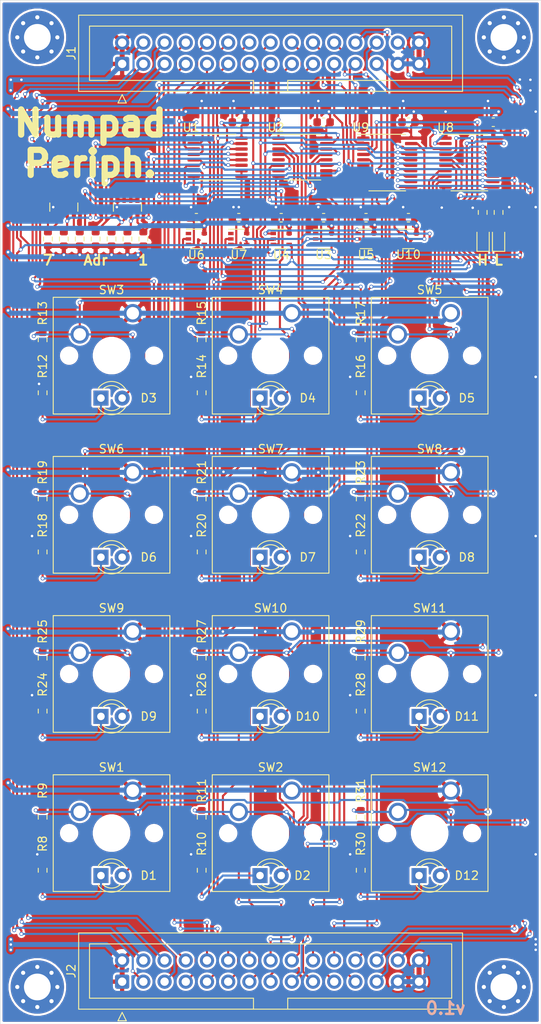
<source format=kicad_pcb>
(kicad_pcb (version 20171130) (host pcbnew "(5.1.9)-1")
  (title_block (title "Numpad Periph") (date 2021-05-31) (rev v1.0) (company "Philipp Schilk"))
  (layers (0 F.Cu signal) (31 B.Cu signal) (34 B.Paste user) (35 F.Paste user) (36 B.SilkS user) (37 F.SilkS user) (38 B.Mask user) (39 F.Mask user) (44 Edge.Cuts user))
  (net 0 "")
  (net 1 +5V)
  (net 2 GND)
  (net 3 /Btn_Back)
  (net 4 "Net-(D1-Pad1)")
  (net 5 /Btn_0)
  (net 6 "Net-(D2-Pad1)")
  (net 7 /Btn_7)
  (net 8 "Net-(D3-Pad1)")
  (net 9 /Btn_8)
  (net 10 "Net-(D4-Pad1)")
  (net 11 /Btn_9)
  (net 12 "Net-(D5-Pad1)")
  (net 13 /Btn_4)
  (net 14 "Net-(D6-Pad1)")
  (net 15 /Btn_5)
  (net 16 "Net-(D7-Pad1)")
  (net 17 /Btn_6)
  (net 18 "Net-(D8-Pad1)")
  (net 19 /Btn_1)
  (net 20 "Net-(D9-Pad1)")
  (net 21 /Btn_2)
  (net 22 "Net-(D10-Pad1)")
  (net 23 /Btn_3)
  (net 24 "Net-(D11-Pad1)")
  (net 25 /Btn_Enter)
  (net 26 "Net-(D12-Pad1)")
  (net 27 /DB7)
  (net 28 /DB6)
  (net 29 /DB5)
  (net 30 /DB4)
  (net 31 /DB3)
  (net 32 /DB2)
  (net 33 /DB1)
  (net 34 /DB0)
  (net 35 /CLK)
  (net 36 /DB_OUT)
  (net 37 /Int_Assert)
  (net 38 /Int_Active)
  (net 39 /Int_EN)
  (net 40 /Periph_R)
  (net 41 /Periph_W)
  (net 42 /Periph_Sync_D_A)
  (net 43 /~RESET)
  (net 44 /PeriphA7)
  (net 45 /PeriphA6)
  (net 46 /PeriphA5)
  (net 47 /PeriphA4)
  (net 48 /PeriphA3)
  (net 49 /PeriphA2)
  (net 50 /PeriphA1)
  (net 51 /PeriphA0)
  (net 52 /S1)
  (net 53 /S2)
  (net 54 /S3)
  (net 55 /S4)
  (net 56 /S5)
  (net 57 /S6)
  (net 58 /S7)
  (net 59 "Net-(U1-Pad7)")
  (net 60 "Net-(U1-Pad6)")
  (net 61 "Net-(U1-Pad5)")
  (net 62 "Net-(U3-Pad4)")
  (net 63 /Read_Low)
  (net 64 /Read_High)
  (net 65 "Net-(U6-Pad4)")
  (net 66 "Net-(U7-Pad4)")
  (net 67 "Net-(U10-Pad1)")
  (net 68 "Net-(U10-Pad4)")
  (net 69 "Net-(D13-Pad2)")
  (net 70 "Net-(D14-Pad2)")
  (module MountingHole:MountingHole_3.2mm_M3_Pad_Via (layer F.Cu) (at 71.755 56.515)
    (fp_text reference H1 hide)
    (fp_text value MH)
    (pad 1 thru_hole circle (at 1.697056 -1.697056) (size 0.8 0.8) (drill 0.5) (layers *.Cu *.Mask))
    (pad 1 thru_hole circle (at 0 -2.4) (size 0.8 0.8) (drill 0.5) (layers *.Cu *.Mask))
    (pad 1 thru_hole circle (at -1.697056 -1.697056) (size 0.8 0.8) (drill 0.5) (layers *.Cu *.Mask))
    (pad 1 thru_hole circle (at -2.4 0) (size 0.8 0.8) (drill 0.5) (layers *.Cu *.Mask))
    (pad 1 thru_hole circle (at -1.697056 1.697056) (size 0.8 0.8) (drill 0.5) (layers *.Cu *.Mask))
    (pad 1 thru_hole circle (at 0 2.4) (size 0.8 0.8) (drill 0.5) (layers *.Cu *.Mask))
    (pad 1 thru_hole circle (at 1.697056 1.697056) (size 0.8 0.8) (drill 0.5) (layers *.Cu *.Mask))
    (pad 1 thru_hole circle (at 2.4 0) (size 0.8 0.8) (drill 0.5) (layers *.Cu *.Mask))
    (pad 1 thru_hole circle (at 0 0) (size 6.4 6.4) (drill 3.2) (layers *.Cu *.Mask))
  )
  (module Package_SO:TSSOP-16_4.4x5mm_P0.65mm (layer F.Cu) (at 93.345 70.855)
    (fp_text reference U1 (at -3.175 -3.545) (layer F.SilkS))
    (fp_text value 74HC85PW)
    (pad 16 smd roundrect (at 2.8625 -2.275) (size 1.475 0.4) (layers F.Cu F.Paste F.Mask) (net 1 +5V))
    (pad 15 smd roundrect (at 2.8625 -1.625) (size 1.475 0.4) (layers F.Cu F.Paste F.Mask) (net 54 /S3))
    (pad 14 smd roundrect (at 2.8625 -0.975) (size 1.475 0.4) (layers F.Cu F.Paste F.Mask) (net 49 /PeriphA2))
    (pad 13 smd roundrect (at 2.8625 -0.325) (size 1.475 0.4) (layers F.Cu F.Paste F.Mask) (net 53 /S2))
    (pad 12 smd roundrect (at 2.8625 0.325) (size 1.475 0.4) (layers F.Cu F.Paste F.Mask) (net 52 /S1))
    (pad 11 smd roundrect (at 2.8625 0.975) (size 1.475 0.4) (layers F.Cu F.Paste F.Mask) (net 50 /PeriphA1))
    (pad 10 smd roundrect (at 2.8625 1.625) (size 1.475 0.4) (layers F.Cu F.Paste F.Mask) (net 2 GND))
    (pad 9 smd roundrect (at 2.8625 2.275) (size 1.475 0.4) (layers F.Cu F.Paste F.Mask) (net 2 GND))
    (pad 8 smd roundrect (at -2.8625 2.275) (size 1.475 0.4) (layers F.Cu F.Paste F.Mask) (net 2 GND))
    (pad 7 smd roundrect (at -2.8625 1.625) (size 1.475 0.4) (layers F.Cu F.Paste F.Mask) (net 59 "Net-(U1-Pad7)"))
    (pad 6 smd roundrect (at -2.8625 0.975) (size 1.475 0.4) (layers F.Cu F.Paste F.Mask) (net 60 "Net-(U1-Pad6)"))
    (pad 5 smd roundrect (at -2.8625 0.325) (size 1.475 0.4) (layers F.Cu F.Paste F.Mask) (net 61 "Net-(U1-Pad5)"))
    (pad 4 smd roundrect (at -2.8625 -0.325) (size 1.475 0.4) (layers F.Cu F.Paste F.Mask) (net 2 GND))
    (pad 3 smd roundrect (at -2.8625 -0.975) (size 1.475 0.4) (layers F.Cu F.Paste F.Mask) (net 1 +5V))
    (pad 2 smd roundrect (at -2.8625 -1.625) (size 1.475 0.4) (layers F.Cu F.Paste F.Mask) (net 2 GND))
    (pad 1 smd roundrect (at -2.8625 -2.275) (size 1.475 0.4) (layers F.Cu F.Paste F.Mask) (net 48 /PeriphA3))
  )
  (module NoRef_Footprints:R_0603_1608Metric_NoRef (layer F.Cu) (at 125.095 77.47 270)
    (fp_text reference R33 hide)
    (fp_text value rled)
    (pad 2 smd roundrect (at 0.825 0 270) (size 0.8 0.95) (layers F.Cu F.Paste F.Mask) (net 70 "Net-(D14-Pad2)"))
    (pad 1 smd roundrect (at -0.825 0 270) (size 0.8 0.95) (layers F.Cu F.Paste F.Mask) (net 64 /Read_High))
  )
  (module NoRef_Footprints:R_0603_1608Metric_NoRef (layer F.Cu) (at 127 77.47 270)
    (fp_text reference R32 hide)
    (fp_text value rled)
    (pad 2 smd roundrect (at 0.825 0 270) (size 0.8 0.95) (layers F.Cu F.Paste F.Mask) (net 69 "Net-(D13-Pad2)"))
    (pad 1 smd roundrect (at -0.825 0 270) (size 0.8 0.95) (layers F.Cu F.Paste F.Mask) (net 63 /Read_Low))
  )
  (module Package_TO_SOT_SMD:SOT-353_SC-70-5 (layer F.Cu) (at 116.205 80.645)
    (fp_text reference U10 (at 0 1.87) (layer F.SilkS))
    (fp_text value SN74LVC1G08DCK)
    (pad 5 smd rect (at 0.95 -0.65) (size 0.65 0.4) (layers F.Cu F.Paste F.Mask) (net 1 +5V))
    (pad 4 smd rect (at 0.95 0.65) (size 0.65 0.4) (layers F.Cu F.Paste F.Mask) (net 68 "Net-(U10-Pad4)"))
    (pad 2 smd rect (at -0.95 0) (size 0.65 0.4) (layers F.Cu F.Paste F.Mask) (net 40 /Periph_R))
    (pad 3 smd rect (at -0.95 0.65) (size 0.65 0.4) (layers F.Cu F.Paste F.Mask) (net 2 GND))
    (pad 1 smd rect (at -0.95 -0.65) (size 0.65 0.4) (layers F.Cu F.Paste F.Mask) (net 67 "Net-(U10-Pad1)"))
  )
  (module NoRef_Footprints:C_0603_1608Metric_NoRef (layer F.Cu) (at 116.205 78.105)
    (fp_text reference C10 hide)
    (fp_text value 0u1)
    (pad 2 smd roundrect (at 0.775 0) (size 0.9 0.95) (layers F.Cu F.Paste F.Mask) (net 1 +5V))
    (pad 1 smd roundrect (at -0.775 0) (size 0.9 0.95) (layers F.Cu F.Paste F.Mask) (net 2 GND))
  )
  (module NoRef_Footprints:R_0603_1608Metric_NoRef (layer F.Cu) (at 73.025 80.645 90)
    (fp_text reference R7 hide)
    (fp_text value 10K)
    (pad 2 smd roundrect (at 0.825 0 90) (size 0.8 0.95) (layers F.Cu F.Paste F.Mask) (net 58 /S7))
    (pad 1 smd roundrect (at -0.825 0 90) (size 0.8 0.95) (layers F.Cu F.Paste F.Mask) (net 1 +5V))
  )
  (module NoRef_Footprints:R_0603_1608Metric_NoRef (layer F.Cu) (at 74.93 80.645 90)
    (fp_text reference R6 hide)
    (fp_text value 10K)
    (pad 2 smd roundrect (at 0.825 0 90) (size 0.8 0.95) (layers F.Cu F.Paste F.Mask) (net 57 /S6))
    (pad 1 smd roundrect (at -0.825 0 90) (size 0.8 0.95) (layers F.Cu F.Paste F.Mask) (net 1 +5V))
  )
  (module NoRef_Footprints:R_0603_1608Metric_NoRef (layer F.Cu) (at 76.835 80.645 90)
    (fp_text reference R5 hide)
    (fp_text value 10K)
    (pad 2 smd roundrect (at 0.825 0 90) (size 0.8 0.95) (layers F.Cu F.Paste F.Mask) (net 56 /S5))
    (pad 1 smd roundrect (at -0.825 0 90) (size 0.8 0.95) (layers F.Cu F.Paste F.Mask) (net 1 +5V))
  )
  (module NoRef_Footprints:R_0603_1608Metric_NoRef (layer F.Cu) (at 78.74 80.645 90)
    (fp_text reference R4 hide)
    (fp_text value 10K)
    (pad 2 smd roundrect (at 0.825 0 90) (size 0.8 0.95) (layers F.Cu F.Paste F.Mask) (net 55 /S4))
    (pad 1 smd roundrect (at -0.825 0 90) (size 0.8 0.95) (layers F.Cu F.Paste F.Mask) (net 1 +5V))
  )
  (module NoRef_Footprints:R_0603_1608Metric_NoRef (layer F.Cu) (at 80.645 80.645 90)
    (fp_text reference R3 hide)
    (fp_text value 10K)
    (pad 2 smd roundrect (at 0.825 0 90) (size 0.8 0.95) (layers F.Cu F.Paste F.Mask) (net 54 /S3))
    (pad 1 smd roundrect (at -0.825 0 90) (size 0.8 0.95) (layers F.Cu F.Paste F.Mask) (net 1 +5V))
  )
  (module NoRef_Footprints:R_0603_1608Metric_NoRef (layer F.Cu) (at 82.55 80.645 90)
    (fp_text reference R2 hide)
    (fp_text value 10K)
    (pad 2 smd roundrect (at 0.825 0 90) (size 0.8 0.95) (layers F.Cu F.Paste F.Mask) (net 53 /S2))
    (pad 1 smd roundrect (at -0.825 0 90) (size 0.8 0.95) (layers F.Cu F.Paste F.Mask) (net 1 +5V))
  )
  (module NoRef_Footprints:R_0603_1608Metric_NoRef (layer F.Cu) (at 84.455 80.645 90)
    (fp_text reference R1 hide)
    (fp_text value 10K)
    (pad 2 smd roundrect (at 0.825 0 90) (size 0.8 0.95) (layers F.Cu F.Paste F.Mask) (net 52 /S1))
    (pad 1 smd roundrect (at -0.825 0 90) (size 0.8 0.95) (layers F.Cu F.Paste F.Mask) (net 1 +5V))
  )
  (module NoRef_Footprints:D_0603_1608Metric_NoRef (layer F.Cu) (at 125.145 80.645 90)
    (fp_text reference D14 hide)
    (fp_text value LED)
    (pad 2 smd roundrect (at 0.7875 0 90) (size 0.875 0.95) (layers F.Cu F.Paste F.Mask) (net 70 "Net-(D14-Pad2)"))
    (pad 1 smd roundrect (at -0.7875 0 90) (size 0.875 0.95) (layers F.Cu F.Paste F.Mask) (net 2 GND))
  )
  (module NoRef_Footprints:D_0603_1608Metric_NoRef (layer F.Cu) (at 127 80.645 90)
    (fp_text reference D13 hide)
    (fp_text value LED)
    (pad 2 smd roundrect (at 0.7875 0 90) (size 0.875 0.95) (layers F.Cu F.Paste F.Mask) (net 69 "Net-(D13-Pad2)"))
    (pad 1 smd roundrect (at -0.7875 0 90) (size 0.875 0.95) (layers F.Cu F.Paste F.Mask) (net 2 GND))
  )
  (module Package_SO:TSSOP-20_4.4x6.5mm_P0.65mm (layer F.Cu) (at 113.665 71.505)
    (fp_text reference U9 (at -3.175 -4.2) (layer F.SilkS))
    (fp_text value SN74HC245PW)
    (pad 20 smd roundrect (at 2.8625 -2.925) (size 1.475 0.4) (layers F.Cu F.Paste F.Mask) (net 1 +5V))
    (pad 19 smd roundrect (at 2.8625 -2.275) (size 1.475 0.4) (layers F.Cu F.Paste F.Mask) (net 66 "Net-(U7-Pad4)"))
    (pad 18 smd roundrect (at 2.8625 -1.625) (size 1.475 0.4) (layers F.Cu F.Paste F.Mask) (net 34 /DB0))
    (pad 17 smd roundrect (at 2.8625 -0.975) (size 1.475 0.4) (layers F.Cu F.Paste F.Mask) (net 33 /DB1))
    (pad 16 smd roundrect (at 2.8625 -0.325) (size 1.475 0.4) (layers F.Cu F.Paste F.Mask) (net 32 /DB2))
    (pad 15 smd roundrect (at 2.8625 0.325) (size 1.475 0.4) (layers F.Cu F.Paste F.Mask) (net 31 /DB3))
    (pad 14 smd roundrect (at 2.8625 0.975) (size 1.475 0.4) (layers F.Cu F.Paste F.Mask) (net 30 /DB4))
    (pad 13 smd roundrect (at 2.8625 1.625) (size 1.475 0.4) (layers F.Cu F.Paste F.Mask) (net 29 /DB5))
    (pad 12 smd roundrect (at 2.8625 2.275) (size 1.475 0.4) (layers F.Cu F.Paste F.Mask) (net 28 /DB6))
    (pad 11 smd roundrect (at 2.8625 2.925) (size 1.475 0.4) (layers F.Cu F.Paste F.Mask) (net 27 /DB7))
    (pad 10 smd roundrect (at -2.8625 2.925) (size 1.475 0.4) (layers F.Cu F.Paste F.Mask) (net 2 GND))
    (pad 9 smd roundrect (at -2.8625 2.275) (size 1.475 0.4) (layers F.Cu F.Paste F.Mask) (net 2 GND))
    (pad 8 smd roundrect (at -2.8625 1.625) (size 1.475 0.4) (layers F.Cu F.Paste F.Mask) (net 2 GND))
    (pad 7 smd roundrect (at -2.8625 0.975) (size 1.475 0.4) (layers F.Cu F.Paste F.Mask) (net 2 GND))
    (pad 6 smd roundrect (at -2.8625 0.325) (size 1.475 0.4) (layers F.Cu F.Paste F.Mask) (net 2 GND))
    (pad 5 smd roundrect (at -2.8625 -0.325) (size 1.475 0.4) (layers F.Cu F.Paste F.Mask) (net 25 /Btn_Enter))
    (pad 4 smd roundrect (at -2.8625 -0.975) (size 1.475 0.4) (layers F.Cu F.Paste F.Mask) (net 3 /Btn_Back))
    (pad 3 smd roundrect (at -2.8625 -1.625) (size 1.475 0.4) (layers F.Cu F.Paste F.Mask) (net 11 /Btn_9))
    (pad 2 smd roundrect (at -2.8625 -2.275) (size 1.475 0.4) (layers F.Cu F.Paste F.Mask) (net 9 /Btn_8))
    (pad 1 smd roundrect (at -2.8625 -2.925) (size 1.475 0.4) (layers F.Cu F.Paste F.Mask) (net 1 +5V))
  )
  (module Package_SO:TSSOP-20_4.4x6.5mm_P0.65mm (layer F.Cu) (at 123.5025 71.505)
    (fp_text reference U8 (at -2.8525 -4.195) (layer F.SilkS))
    (fp_text value SN74HC245PW)
    (pad 20 smd roundrect (at 2.8625 -2.925) (size 1.475 0.4) (layers F.Cu F.Paste F.Mask) (net 1 +5V))
    (pad 19 smd roundrect (at 2.8625 -2.275) (size 1.475 0.4) (layers F.Cu F.Paste F.Mask) (net 65 "Net-(U6-Pad4)"))
    (pad 18 smd roundrect (at 2.8625 -1.625) (size 1.475 0.4) (layers F.Cu F.Paste F.Mask) (net 34 /DB0))
    (pad 17 smd roundrect (at 2.8625 -0.975) (size 1.475 0.4) (layers F.Cu F.Paste F.Mask) (net 33 /DB1))
    (pad 16 smd roundrect (at 2.8625 -0.325) (size 1.475 0.4) (layers F.Cu F.Paste F.Mask) (net 32 /DB2))
    (pad 15 smd roundrect (at 2.8625 0.325) (size 1.475 0.4) (layers F.Cu F.Paste F.Mask) (net 31 /DB3))
    (pad 14 smd roundrect (at 2.8625 0.975) (size 1.475 0.4) (layers F.Cu F.Paste F.Mask) (net 30 /DB4))
    (pad 13 smd roundrect (at 2.8625 1.625) (size 1.475 0.4) (layers F.Cu F.Paste F.Mask) (net 29 /DB5))
    (pad 12 smd roundrect (at 2.8625 2.275) (size 1.475 0.4) (layers F.Cu F.Paste F.Mask) (net 28 /DB6))
    (pad 11 smd roundrect (at 2.8625 2.925) (size 1.475 0.4) (layers F.Cu F.Paste F.Mask) (net 27 /DB7))
    (pad 10 smd roundrect (at -2.8625 2.925) (size 1.475 0.4) (layers F.Cu F.Paste F.Mask) (net 2 GND))
    (pad 9 smd roundrect (at -2.8625 2.275) (size 1.475 0.4) (layers F.Cu F.Paste F.Mask) (net 7 /Btn_7))
    (pad 8 smd roundrect (at -2.8625 1.625) (size 1.475 0.4) (layers F.Cu F.Paste F.Mask) (net 17 /Btn_6))
    (pad 7 smd roundrect (at -2.8625 0.975) (size 1.475 0.4) (layers F.Cu F.Paste F.Mask) (net 15 /Btn_5))
    (pad 6 smd roundrect (at -2.8625 0.325) (size 1.475 0.4) (layers F.Cu F.Paste F.Mask) (net 13 /Btn_4))
    (pad 5 smd roundrect (at -2.8625 -0.325) (size 1.475 0.4) (layers F.Cu F.Paste F.Mask) (net 23 /Btn_3))
    (pad 4 smd roundrect (at -2.8625 -0.975) (size 1.475 0.4) (layers F.Cu F.Paste F.Mask) (net 21 /Btn_2))
    (pad 3 smd roundrect (at -2.8625 -1.625) (size 1.475 0.4) (layers F.Cu F.Paste F.Mask) (net 19 /Btn_1))
    (pad 2 smd roundrect (at -2.8625 -2.275) (size 1.475 0.4) (layers F.Cu F.Paste F.Mask) (net 5 /Btn_0))
    (pad 1 smd roundrect (at -2.8625 -2.925) (size 1.475 0.4) (layers F.Cu F.Paste F.Mask) (net 1 +5V))
  )
  (module Package_TO_SOT_SMD:SOT-353_SC-70-5 (layer F.Cu) (at 95.885 80.645)
    (fp_text reference U7 (at 0 1.905) (layer F.SilkS))
    (fp_text value SN74LVC1G04DCK)
    (pad 5 smd rect (at 0.95 -0.65) (size 0.65 0.4) (layers F.Cu F.Paste F.Mask) (net 1 +5V))
    (pad 4 smd rect (at 0.95 0.65) (size 0.65 0.4) (layers F.Cu F.Paste F.Mask) (net 66 "Net-(U7-Pad4)"))
    (pad 2 smd rect (at -0.95 0) (size 0.65 0.4) (layers F.Cu F.Paste F.Mask) (net 64 /Read_High))
    (pad 3 smd rect (at -0.95 0.65) (size 0.65 0.4) (layers F.Cu F.Paste F.Mask) (net 2 GND))
    (pad 1 smd rect (at -0.95 -0.65) (size 0.65 0.4) (layers F.Cu F.Paste F.Mask))
  )
  (module Package_TO_SOT_SMD:SOT-353_SC-70-5 (layer F.Cu) (at 90.805 80.645)
    (fp_text reference U6 (at 0 1.905) (layer F.SilkS))
    (fp_text value SN74LVC1G04DCK)
    (pad 5 smd rect (at 0.95 -0.65) (size 0.65 0.4) (layers F.Cu F.Paste F.Mask) (net 1 +5V))
    (pad 4 smd rect (at 0.95 0.65) (size 0.65 0.4) (layers F.Cu F.Paste F.Mask) (net 65 "Net-(U6-Pad4)"))
    (pad 2 smd rect (at -0.95 0) (size 0.65 0.4) (layers F.Cu F.Paste F.Mask) (net 63 /Read_Low))
    (pad 3 smd rect (at -0.95 0.65) (size 0.65 0.4) (layers F.Cu F.Paste F.Mask) (net 2 GND))
    (pad 1 smd rect (at -0.95 -0.65) (size 0.65 0.4) (layers F.Cu F.Paste F.Mask))
  )
  (module Package_TO_SOT_SMD:SOT-353_SC-70-5 (layer F.Cu) (at 111.125 80.645)
    (fp_text reference U5 (at 0 1.905) (layer F.SilkS))
    (fp_text value SN74LVC1G08DCK)
    (pad 5 smd rect (at 0.95 -0.65) (size 0.65 0.4) (layers F.Cu F.Paste F.Mask) (net 1 +5V))
    (pad 4 smd rect (at 0.95 0.65) (size 0.65 0.4) (layers F.Cu F.Paste F.Mask) (net 64 /Read_High))
    (pad 2 smd rect (at -0.95 0) (size 0.65 0.4) (layers F.Cu F.Paste F.Mask) (net 51 /PeriphA0))
    (pad 3 smd rect (at -0.95 0.65) (size 0.65 0.4) (layers F.Cu F.Paste F.Mask) (net 2 GND))
    (pad 1 smd rect (at -0.95 -0.65) (size 0.65 0.4) (layers F.Cu F.Paste F.Mask) (net 68 "Net-(U10-Pad4)"))
  )
  (module Package_TO_SOT_SMD:SOT-353_SC-70-5 (layer F.Cu) (at 100.965 80.645)
    (fp_text reference U4 (at 0 1.905) (layer F.SilkS))
    (fp_text value SN74LVC1G08DCK)
    (pad 5 smd rect (at 0.95 -0.65) (size 0.65 0.4) (layers F.Cu F.Paste F.Mask) (net 1 +5V))
    (pad 4 smd rect (at 0.95 0.65) (size 0.65 0.4) (layers F.Cu F.Paste F.Mask) (net 63 /Read_Low))
    (pad 2 smd rect (at -0.95 0) (size 0.65 0.4) (layers F.Cu F.Paste F.Mask) (net 62 "Net-(U3-Pad4)"))
    (pad 3 smd rect (at -0.95 0.65) (size 0.65 0.4) (layers F.Cu F.Paste F.Mask) (net 2 GND))
    (pad 1 smd rect (at -0.95 -0.65) (size 0.65 0.4) (layers F.Cu F.Paste F.Mask) (net 68 "Net-(U10-Pad4)"))
  )
  (module Package_TO_SOT_SMD:SOT-353_SC-70-5 (layer F.Cu) (at 106.045 80.645)
    (fp_text reference U3 (at 0 1.905) (layer F.SilkS))
    (fp_text value SN74LVC1G04DCK)
    (pad 5 smd rect (at 0.95 -0.65) (size 0.65 0.4) (layers F.Cu F.Paste F.Mask) (net 1 +5V))
    (pad 4 smd rect (at 0.95 0.65) (size 0.65 0.4) (layers F.Cu F.Paste F.Mask) (net 62 "Net-(U3-Pad4)"))
    (pad 2 smd rect (at -0.95 0) (size 0.65 0.4) (layers F.Cu F.Paste F.Mask) (net 51 /PeriphA0))
    (pad 3 smd rect (at -0.95 0.65) (size 0.65 0.4) (layers F.Cu F.Paste F.Mask) (net 2 GND))
    (pad 1 smd rect (at -0.95 -0.65) (size 0.65 0.4) (layers F.Cu F.Paste F.Mask))
  )
  (module Package_SO:TSSOP-16_4.4x5mm_P0.65mm (layer F.Cu) (at 103.505 70.855)
    (fp_text reference U2 (at -3.175 -3.545) (layer F.SilkS))
    (fp_text value 74HC85PW)
    (pad 16 smd roundrect (at 2.8625 -2.275) (size 1.475 0.4) (layers F.Cu F.Paste F.Mask) (net 1 +5V))
    (pad 15 smd roundrect (at 2.8625 -1.625) (size 1.475 0.4) (layers F.Cu F.Paste F.Mask) (net 58 /S7))
    (pad 14 smd roundrect (at 2.8625 -0.975) (size 1.475 0.4) (layers F.Cu F.Paste F.Mask) (net 45 /PeriphA6))
    (pad 13 smd roundrect (at 2.8625 -0.325) (size 1.475 0.4) (layers F.Cu F.Paste F.Mask) (net 57 /S6))
    (pad 12 smd roundrect (at 2.8625 0.325) (size 1.475 0.4) (layers F.Cu F.Paste F.Mask) (net 56 /S5))
    (pad 11 smd roundrect (at 2.8625 0.975) (size 1.475 0.4) (layers F.Cu F.Paste F.Mask) (net 46 /PeriphA5))
    (pad 10 smd roundrect (at 2.8625 1.625) (size 1.475 0.4) (layers F.Cu F.Paste F.Mask) (net 55 /S4))
    (pad 9 smd roundrect (at 2.8625 2.275) (size 1.475 0.4) (layers F.Cu F.Paste F.Mask) (net 47 /PeriphA4))
    (pad 8 smd roundrect (at -2.8625 2.275) (size 1.475 0.4) (layers F.Cu F.Paste F.Mask) (net 2 GND))
    (pad 7 smd roundrect (at -2.8625 1.625) (size 1.475 0.4) (layers F.Cu F.Paste F.Mask))
    (pad 6 smd roundrect (at -2.8625 0.975) (size 1.475 0.4) (layers F.Cu F.Paste F.Mask) (net 67 "Net-(U10-Pad1)"))
    (pad 5 smd roundrect (at -2.8625 0.325) (size 1.475 0.4) (layers F.Cu F.Paste F.Mask))
    (pad 4 smd roundrect (at -2.8625 -0.325) (size 1.475 0.4) (layers F.Cu F.Paste F.Mask) (net 61 "Net-(U1-Pad5)"))
    (pad 3 smd roundrect (at -2.8625 -0.975) (size 1.475 0.4) (layers F.Cu F.Paste F.Mask) (net 60 "Net-(U1-Pad6)"))
    (pad 2 smd roundrect (at -2.8625 -1.625) (size 1.475 0.4) (layers F.Cu F.Paste F.Mask) (net 59 "Net-(U1-Pad7)"))
    (pad 1 smd roundrect (at -2.8625 -2.275) (size 1.475 0.4) (layers F.Cu F.Paste F.Mask) (net 44 /PeriphA7))
  )
  (module Button_Switch_Keyboard:SW_Cherry_MX_1.00u_PCB (layer F.Cu) (at 121.285 146.685)
    (fp_text reference SW12 (at -2.54 -2.794) (layer F.SilkS))
    (fp_text value MX1A-E1NW)
    (pad "" np_thru_hole circle (at 2.54 5.08) (size 1.7 1.7) (drill 1.7) (layers *.Cu *.Mask))
    (pad "" np_thru_hole circle (at -7.62 5.08) (size 1.7 1.7) (drill 1.7) (layers *.Cu *.Mask))
    (pad "" np_thru_hole circle (at -2.54 5.08) (size 4 4) (drill 4) (layers *.Cu *.Mask))
    (pad 2 thru_hole circle (at -6.35 2.54) (size 2.2 2.2) (drill 1.5) (layers *.Cu *.Mask) (net 25 /Btn_Enter))
    (pad 1 thru_hole circle (at 0 0) (size 2.2 2.2) (drill 1.5) (layers *.Cu *.Mask) (net 1 +5V))
  )
  (module Button_Switch_Keyboard:SW_Cherry_MX_1.00u_PCB (layer F.Cu) (at 121.285 127.635)
    (fp_text reference SW11 (at -2.54 -2.794) (layer F.SilkS))
    (fp_text value MX1A-E1NW)
    (pad "" np_thru_hole circle (at 2.54 5.08) (size 1.7 1.7) (drill 1.7) (layers *.Cu *.Mask))
    (pad "" np_thru_hole circle (at -7.62 5.08) (size 1.7 1.7) (drill 1.7) (layers *.Cu *.Mask))
    (pad "" np_thru_hole circle (at -2.54 5.08) (size 4 4) (drill 4) (layers *.Cu *.Mask))
    (pad 2 thru_hole circle (at -6.35 2.54) (size 2.2 2.2) (drill 1.5) (layers *.Cu *.Mask) (net 23 /Btn_3))
    (pad 1 thru_hole circle (at 0 0) (size 2.2 2.2) (drill 1.5) (layers *.Cu *.Mask) (net 1 +5V))
  )
  (module Button_Switch_Keyboard:SW_Cherry_MX_1.00u_PCB (layer F.Cu) (at 102.235 127.635)
    (fp_text reference SW10 (at -2.54 -2.794) (layer F.SilkS))
    (fp_text value MX1A-E1NW)
    (pad "" np_thru_hole circle (at 2.54 5.08) (size 1.7 1.7) (drill 1.7) (layers *.Cu *.Mask))
    (pad "" np_thru_hole circle (at -7.62 5.08) (size 1.7 1.7) (drill 1.7) (layers *.Cu *.Mask))
    (pad "" np_thru_hole circle (at -2.54 5.08) (size 4 4) (drill 4) (layers *.Cu *.Mask))
    (pad 2 thru_hole circle (at -6.35 2.54) (size 2.2 2.2) (drill 1.5) (layers *.Cu *.Mask) (net 21 /Btn_2))
    (pad 1 thru_hole circle (at 0 0) (size 2.2 2.2) (drill 1.5) (layers *.Cu *.Mask) (net 1 +5V))
  )
  (module Button_Switch_Keyboard:SW_Cherry_MX_1.00u_PCB (layer F.Cu) (at 83.185 127.635)
    (fp_text reference SW9 (at -2.54 -2.794) (layer F.SilkS))
    (fp_text value MX1A-E1NW)
    (pad "" np_thru_hole circle (at 2.54 5.08) (size 1.7 1.7) (drill 1.7) (layers *.Cu *.Mask))
    (pad "" np_thru_hole circle (at -7.62 5.08) (size 1.7 1.7) (drill 1.7) (layers *.Cu *.Mask))
    (pad "" np_thru_hole circle (at -2.54 5.08) (size 4 4) (drill 4) (layers *.Cu *.Mask))
    (pad 2 thru_hole circle (at -6.35 2.54) (size 2.2 2.2) (drill 1.5) (layers *.Cu *.Mask) (net 19 /Btn_1))
    (pad 1 thru_hole circle (at 0 0) (size 2.2 2.2) (drill 1.5) (layers *.Cu *.Mask) (net 1 +5V))
  )
  (module Button_Switch_Keyboard:SW_Cherry_MX_1.00u_PCB (layer F.Cu) (at 121.285 108.585)
    (fp_text reference SW8 (at -2.54 -2.794) (layer F.SilkS))
    (fp_text value MX1A-E1NW)
    (pad "" np_thru_hole circle (at 2.54 5.08) (size 1.7 1.7) (drill 1.7) (layers *.Cu *.Mask))
    (pad "" np_thru_hole circle (at -7.62 5.08) (size 1.7 1.7) (drill 1.7) (layers *.Cu *.Mask))
    (pad "" np_thru_hole circle (at -2.54 5.08) (size 4 4) (drill 4) (layers *.Cu *.Mask))
    (pad 2 thru_hole circle (at -6.35 2.54) (size 2.2 2.2) (drill 1.5) (layers *.Cu *.Mask) (net 17 /Btn_6))
    (pad 1 thru_hole circle (at 0 0) (size 2.2 2.2) (drill 1.5) (layers *.Cu *.Mask) (net 1 +5V))
  )
  (module Button_Switch_Keyboard:SW_Cherry_MX_1.00u_PCB (layer F.Cu) (at 102.235 108.585)
    (fp_text reference SW7 (at -2.54 -2.794) (layer F.SilkS))
    (fp_text value MX1A-E1NW)
    (pad "" np_thru_hole circle (at 2.54 5.08) (size 1.7 1.7) (drill 1.7) (layers *.Cu *.Mask))
    (pad "" np_thru_hole circle (at -7.62 5.08) (size 1.7 1.7) (drill 1.7) (layers *.Cu *.Mask))
    (pad "" np_thru_hole circle (at -2.54 5.08) (size 4 4) (drill 4) (layers *.Cu *.Mask))
    (pad 2 thru_hole circle (at -6.35 2.54) (size 2.2 2.2) (drill 1.5) (layers *.Cu *.Mask) (net 15 /Btn_5))
    (pad 1 thru_hole circle (at 0 0) (size 2.2 2.2) (drill 1.5) (layers *.Cu *.Mask) (net 1 +5V))
  )
  (module Button_Switch_Keyboard:SW_Cherry_MX_1.00u_PCB (layer F.Cu) (at 83.185 108.585)
    (fp_text reference SW6 (at -2.54 -2.794) (layer F.SilkS))
    (fp_text value MX1A-E1NW)
    (pad "" np_thru_hole circle (at 2.54 5.08) (size 1.7 1.7) (drill 1.7) (layers *.Cu *.Mask))
    (pad "" np_thru_hole circle (at -7.62 5.08) (size 1.7 1.7) (drill 1.7) (layers *.Cu *.Mask))
    (pad "" np_thru_hole circle (at -2.54 5.08) (size 4 4) (drill 4) (layers *.Cu *.Mask))
    (pad 2 thru_hole circle (at -6.35 2.54) (size 2.2 2.2) (drill 1.5) (layers *.Cu *.Mask) (net 13 /Btn_4))
    (pad 1 thru_hole circle (at 0 0) (size 2.2 2.2) (drill 1.5) (layers *.Cu *.Mask) (net 1 +5V))
  )
  (module Button_Switch_Keyboard:SW_Cherry_MX_1.00u_PCB (layer F.Cu) (at 121.285 89.535)
    (fp_text reference SW5 (at -2.54 -2.794) (layer F.SilkS))
    (fp_text value MX1A-E1NW)
    (pad "" np_thru_hole circle (at 2.54 5.08) (size 1.7 1.7) (drill 1.7) (layers *.Cu *.Mask))
    (pad "" np_thru_hole circle (at -7.62 5.08) (size 1.7 1.7) (drill 1.7) (layers *.Cu *.Mask))
    (pad "" np_thru_hole circle (at -2.54 5.08) (size 4 4) (drill 4) (layers *.Cu *.Mask))
    (pad 2 thru_hole circle (at -6.35 2.54) (size 2.2 2.2) (drill 1.5) (layers *.Cu *.Mask) (net 11 /Btn_9))
    (pad 1 thru_hole circle (at 0 0) (size 2.2 2.2) (drill 1.5) (layers *.Cu *.Mask) (net 1 +5V))
  )
  (module Button_Switch_Keyboard:SW_Cherry_MX_1.00u_PCB (layer F.Cu) (at 102.235 89.535)
    (fp_text reference SW4 (at -2.54 -2.794) (layer F.SilkS))
    (fp_text value MX1A-E1NW)
    (pad "" np_thru_hole circle (at 2.54 5.08) (size 1.7 1.7) (drill 1.7) (layers *.Cu *.Mask))
    (pad "" np_thru_hole circle (at -7.62 5.08) (size 1.7 1.7) (drill 1.7) (layers *.Cu *.Mask))
    (pad "" np_thru_hole circle (at -2.54 5.08) (size 4 4) (drill 4) (layers *.Cu *.Mask))
    (pad 2 thru_hole circle (at -6.35 2.54) (size 2.2 2.2) (drill 1.5) (layers *.Cu *.Mask) (net 9 /Btn_8))
    (pad 1 thru_hole circle (at 0 0) (size 2.2 2.2) (drill 1.5) (layers *.Cu *.Mask) (net 1 +5V))
  )
  (module Button_Switch_Keyboard:SW_Cherry_MX_1.00u_PCB (layer F.Cu) (at 83.185 89.535)
    (fp_text reference SW3 (at -2.54 -2.794) (layer F.SilkS))
    (fp_text value MX1A-E1NW)
    (pad "" np_thru_hole circle (at 2.54 5.08) (size 1.7 1.7) (drill 1.7) (layers *.Cu *.Mask))
    (pad "" np_thru_hole circle (at -7.62 5.08) (size 1.7 1.7) (drill 1.7) (layers *.Cu *.Mask))
    (pad "" np_thru_hole circle (at -2.54 5.08) (size 4 4) (drill 4) (layers *.Cu *.Mask))
    (pad 2 thru_hole circle (at -6.35 2.54) (size 2.2 2.2) (drill 1.5) (layers *.Cu *.Mask) (net 7 /Btn_7))
    (pad 1 thru_hole circle (at 0 0) (size 2.2 2.2) (drill 1.5) (layers *.Cu *.Mask) (net 1 +5V))
  )
  (module Button_Switch_Keyboard:SW_Cherry_MX_1.00u_PCB (layer F.Cu) (at 102.235 146.685)
    (fp_text reference SW2 (at -2.54 -2.794) (layer F.SilkS))
    (fp_text value MX1A-E1NW)
    (pad "" np_thru_hole circle (at 2.54 5.08) (size 1.7 1.7) (drill 1.7) (layers *.Cu *.Mask))
    (pad "" np_thru_hole circle (at -7.62 5.08) (size 1.7 1.7) (drill 1.7) (layers *.Cu *.Mask))
    (pad "" np_thru_hole circle (at -2.54 5.08) (size 4 4) (drill 4) (layers *.Cu *.Mask))
    (pad 2 thru_hole circle (at -6.35 2.54) (size 2.2 2.2) (drill 1.5) (layers *.Cu *.Mask) (net 5 /Btn_0))
    (pad 1 thru_hole circle (at 0 0) (size 2.2 2.2) (drill 1.5) (layers *.Cu *.Mask) (net 1 +5V))
  )
  (module Button_Switch_Keyboard:SW_Cherry_MX_1.00u_PCB (layer F.Cu) (at 83.185 146.685)
    (fp_text reference SW1 (at -2.54 -2.794) (layer F.SilkS))
    (fp_text value MX1A-E1NW)
    (pad "" np_thru_hole circle (at 2.54 5.08) (size 1.7 1.7) (drill 1.7) (layers *.Cu *.Mask))
    (pad "" np_thru_hole circle (at -7.62 5.08) (size 1.7 1.7) (drill 1.7) (layers *.Cu *.Mask))
    (pad "" np_thru_hole circle (at -2.54 5.08) (size 4 4) (drill 4) (layers *.Cu *.Mask))
    (pad 2 thru_hole circle (at -6.35 2.54) (size 2.2 2.2) (drill 1.5) (layers *.Cu *.Mask) (net 3 /Btn_Back))
    (pad 1 thru_hole circle (at 0 0) (size 2.2 2.2) (drill 1.5) (layers *.Cu *.Mask) (net 1 +5V))
  )
  (module NoRef_Footprints:R_Array_Convex_4x0603_NoRef (layer F.Cu) (at 74.93 76.835 90)
    (fp_text reference RN2 hide)
    (fp_text value 10K)
    (pad 5 smd rect (at 0.9 1.2 90) (size 0.8 0.5) (layers F.Cu F.Paste F.Mask) (net 2 GND))
    (pad 6 smd rect (at 0.9 0.4 90) (size 0.8 0.4) (layers F.Cu F.Paste F.Mask) (net 2 GND))
    (pad 8 smd rect (at 0.9 -1.2 90) (size 0.8 0.5) (layers F.Cu F.Paste F.Mask) (net 2 GND))
    (pad 7 smd rect (at 0.9 -0.4 90) (size 0.8 0.4) (layers F.Cu F.Paste F.Mask) (net 2 GND))
    (pad 4 smd rect (at -0.9 1.2 90) (size 0.8 0.5) (layers F.Cu F.Paste F.Mask) (net 56 /S5))
    (pad 2 smd rect (at -0.9 -0.4 90) (size 0.8 0.4) (layers F.Cu F.Paste F.Mask) (net 58 /S7))
    (pad 3 smd rect (at -0.9 0.4 90) (size 0.8 0.4) (layers F.Cu F.Paste F.Mask) (net 57 /S6))
    (pad 1 smd rect (at -0.9 -1.2 90) (size 0.8 0.5) (layers F.Cu F.Paste F.Mask))
  )
  (module NoRef_Footprints:R_Array_Convex_4x0603_NoRef (layer F.Cu) (at 82.55 76.835 90)
    (fp_text reference RN1 hide)
    (fp_text value 10K)
    (pad 5 smd rect (at 0.9 1.2 90) (size 0.8 0.5) (layers F.Cu F.Paste F.Mask) (net 2 GND))
    (pad 6 smd rect (at 0.9 0.4 90) (size 0.8 0.4) (layers F.Cu F.Paste F.Mask) (net 2 GND))
    (pad 8 smd rect (at 0.9 -1.2 90) (size 0.8 0.5) (layers F.Cu F.Paste F.Mask) (net 2 GND))
    (pad 7 smd rect (at 0.9 -0.4 90) (size 0.8 0.4) (layers F.Cu F.Paste F.Mask) (net 2 GND))
    (pad 4 smd rect (at -0.9 1.2 90) (size 0.8 0.5) (layers F.Cu F.Paste F.Mask) (net 52 /S1))
    (pad 2 smd rect (at -0.9 -0.4 90) (size 0.8 0.4) (layers F.Cu F.Paste F.Mask) (net 54 /S3))
    (pad 3 smd rect (at -0.9 0.4 90) (size 0.8 0.4) (layers F.Cu F.Paste F.Mask) (net 53 /S2))
    (pad 1 smd rect (at -0.9 -1.2 90) (size 0.8 0.5) (layers F.Cu F.Paste F.Mask) (net 55 /S4))
  )
  (module Resistor_SMD:R_0603_1608Metric (layer F.Cu) (at 110.49 149.86 270)
    (fp_text reference R31 (at -3.175 0 90) (layer F.SilkS))
    (fp_text value 10K)
    (pad 2 smd roundrect (at 0.825 0 270) (size 0.8 0.95) (layers F.Cu F.Paste F.Mask) (net 2 GND))
    (pad 1 smd roundrect (at -0.825 0 270) (size 0.8 0.95) (layers F.Cu F.Paste F.Mask) (net 25 /Btn_Enter))
  )
  (module Resistor_SMD:R_0603_1608Metric (layer F.Cu) (at 110.49 156.21 90)
    (fp_text reference R30 (at 3.175 0 90) (layer F.SilkS))
    (fp_text value rled)
    (pad 2 smd roundrect (at 0.825 0 90) (size 0.8 0.95) (layers F.Cu F.Paste F.Mask) (net 2 GND))
    (pad 1 smd roundrect (at -0.825 0 90) (size 0.8 0.95) (layers F.Cu F.Paste F.Mask) (net 26 "Net-(D12-Pad1)"))
  )
  (module Resistor_SMD:R_0603_1608Metric (layer F.Cu) (at 110.49 130.81 270)
    (fp_text reference R29 (at -3.175 0 90) (layer F.SilkS))
    (fp_text value 10K)
    (pad 2 smd roundrect (at 0.825 0 270) (size 0.8 0.95) (layers F.Cu F.Paste F.Mask) (net 2 GND))
    (pad 1 smd roundrect (at -0.825 0 270) (size 0.8 0.95) (layers F.Cu F.Paste F.Mask) (net 23 /Btn_3))
  )
  (module Resistor_SMD:R_0603_1608Metric (layer F.Cu) (at 110.49 137.16 90)
    (fp_text reference R28 (at 3.175 0 90) (layer F.SilkS))
    (fp_text value rled)
    (pad 2 smd roundrect (at 0.825 0 90) (size 0.8 0.95) (layers F.Cu F.Paste F.Mask) (net 2 GND))
    (pad 1 smd roundrect (at -0.825 0 90) (size 0.8 0.95) (layers F.Cu F.Paste F.Mask) (net 24 "Net-(D11-Pad1)"))
  )
  (module Resistor_SMD:R_0603_1608Metric (layer F.Cu) (at 91.44 130.81 270)
    (fp_text reference R27 (at -3.175 0 90) (layer F.SilkS))
    (fp_text value 10K)
    (pad 2 smd roundrect (at 0.825 0 270) (size 0.8 0.95) (layers F.Cu F.Paste F.Mask) (net 2 GND))
    (pad 1 smd roundrect (at -0.825 0 270) (size 0.8 0.95) (layers F.Cu F.Paste F.Mask) (net 21 /Btn_2))
  )
  (module Resistor_SMD:R_0603_1608Metric (layer F.Cu) (at 91.44 137.16 90)
    (fp_text reference R26 (at 3.175 0 90) (layer F.SilkS))
    (fp_text value rled)
    (pad 2 smd roundrect (at 0.825 0 90) (size 0.8 0.95) (layers F.Cu F.Paste F.Mask) (net 2 GND))
    (pad 1 smd roundrect (at -0.825 0 90) (size 0.8 0.95) (layers F.Cu F.Paste F.Mask) (net 22 "Net-(D10-Pad1)"))
  )
  (module Resistor_SMD:R_0603_1608Metric (layer F.Cu) (at 72.39 130.81 270)
    (fp_text reference R25 (at -3.175 0 90) (layer F.SilkS))
    (fp_text value 10K)
    (pad 2 smd roundrect (at 0.825 0 270) (size 0.8 0.95) (layers F.Cu F.Paste F.Mask) (net 2 GND))
    (pad 1 smd roundrect (at -0.825 0 270) (size 0.8 0.95) (layers F.Cu F.Paste F.Mask) (net 19 /Btn_1))
  )
  (module Resistor_SMD:R_0603_1608Metric (layer F.Cu) (at 72.39 137.16 90)
    (fp_text reference R24 (at 3.175 0 90) (layer F.SilkS))
    (fp_text value rled)
    (pad 2 smd roundrect (at 0.825 0 90) (size 0.8 0.95) (layers F.Cu F.Paste F.Mask) (net 2 GND))
    (pad 1 smd roundrect (at -0.825 0 90) (size 0.8 0.95) (layers F.Cu F.Paste F.Mask) (net 20 "Net-(D9-Pad1)"))
  )
  (module Resistor_SMD:R_0603_1608Metric (layer F.Cu) (at 110.49 111.76 270)
    (fp_text reference R23 (at -3.175 0 90) (layer F.SilkS))
    (fp_text value 10K)
    (pad 2 smd roundrect (at 0.825 0 270) (size 0.8 0.95) (layers F.Cu F.Paste F.Mask) (net 2 GND))
    (pad 1 smd roundrect (at -0.825 0 270) (size 0.8 0.95) (layers F.Cu F.Paste F.Mask) (net 17 /Btn_6))
  )
  (module Resistor_SMD:R_0603_1608Metric (layer F.Cu) (at 110.49 118.11 90)
    (fp_text reference R22 (at 3.175 0 90) (layer F.SilkS))
    (fp_text value rled)
    (pad 2 smd roundrect (at 0.825 0 90) (size 0.8 0.95) (layers F.Cu F.Paste F.Mask) (net 2 GND))
    (pad 1 smd roundrect (at -0.825 0 90) (size 0.8 0.95) (layers F.Cu F.Paste F.Mask) (net 18 "Net-(D8-Pad1)"))
  )
  (module Resistor_SMD:R_0603_1608Metric (layer F.Cu) (at 91.44 111.76 270)
    (fp_text reference R21 (at -3.175 0 90) (layer F.SilkS))
    (fp_text value 10K)
    (pad 2 smd roundrect (at 0.825 0 270) (size 0.8 0.95) (layers F.Cu F.Paste F.Mask) (net 2 GND))
    (pad 1 smd roundrect (at -0.825 0 270) (size 0.8 0.95) (layers F.Cu F.Paste F.Mask) (net 15 /Btn_5))
  )
  (module Resistor_SMD:R_0603_1608Metric (layer F.Cu) (at 91.44 118.11 90)
    (fp_text reference R20 (at 3.175 0 90) (layer F.SilkS))
    (fp_text value rled)
    (pad 2 smd roundrect (at 0.825 0 90) (size 0.8 0.95) (layers F.Cu F.Paste F.Mask) (net 2 GND))
    (pad 1 smd roundrect (at -0.825 0 90) (size 0.8 0.95) (layers F.Cu F.Paste F.Mask) (net 16 "Net-(D7-Pad1)"))
  )
  (module Resistor_SMD:R_0603_1608Metric (layer F.Cu) (at 72.39 111.76 270)
    (fp_text reference R19 (at -3.175 0 90) (layer F.SilkS))
    (fp_text value 10K)
    (pad 2 smd roundrect (at 0.825 0 270) (size 0.8 0.95) (layers F.Cu F.Paste F.Mask) (net 2 GND))
    (pad 1 smd roundrect (at -0.825 0 270) (size 0.8 0.95) (layers F.Cu F.Paste F.Mask) (net 13 /Btn_4))
  )
  (module Resistor_SMD:R_0603_1608Metric (layer F.Cu) (at 72.39 118.11 90)
    (fp_text reference R18 (at 3.175 0 90) (layer F.SilkS))
    (fp_text value rled)
    (pad 2 smd roundrect (at 0.825 0 90) (size 0.8 0.95) (layers F.Cu F.Paste F.Mask) (net 2 GND))
    (pad 1 smd roundrect (at -0.825 0 90) (size 0.8 0.95) (layers F.Cu F.Paste F.Mask) (net 14 "Net-(D6-Pad1)"))
  )
  (module Resistor_SMD:R_0603_1608Metric (layer F.Cu) (at 110.49 92.71 270)
    (fp_text reference R17 (at -3.175 0 90) (layer F.SilkS))
    (fp_text value 10K)
    (pad 2 smd roundrect (at 0.825 0 270) (size 0.8 0.95) (layers F.Cu F.Paste F.Mask) (net 2 GND))
    (pad 1 smd roundrect (at -0.825 0 270) (size 0.8 0.95) (layers F.Cu F.Paste F.Mask) (net 11 /Btn_9))
  )
  (module Resistor_SMD:R_0603_1608Metric (layer F.Cu) (at 110.49 99.06 90)
    (fp_text reference R16 (at 3.175 0 90) (layer F.SilkS))
    (fp_text value rled)
    (pad 2 smd roundrect (at 0.825 0 90) (size 0.8 0.95) (layers F.Cu F.Paste F.Mask) (net 2 GND))
    (pad 1 smd roundrect (at -0.825 0 90) (size 0.8 0.95) (layers F.Cu F.Paste F.Mask) (net 12 "Net-(D5-Pad1)"))
  )
  (module Resistor_SMD:R_0603_1608Metric (layer F.Cu) (at 91.44 92.71 270)
    (fp_text reference R15 (at -3.175 0 90) (layer F.SilkS))
    (fp_text value 10K)
    (pad 2 smd roundrect (at 0.825 0 270) (size 0.8 0.95) (layers F.Cu F.Paste F.Mask) (net 2 GND))
    (pad 1 smd roundrect (at -0.825 0 270) (size 0.8 0.95) (layers F.Cu F.Paste F.Mask) (net 9 /Btn_8))
  )
  (module Resistor_SMD:R_0603_1608Metric (layer F.Cu) (at 91.44 99.06 90)
    (fp_text reference R14 (at 3.175 0 90) (layer F.SilkS))
    (fp_text value rled)
    (pad 2 smd roundrect (at 0.825 0 90) (size 0.8 0.95) (layers F.Cu F.Paste F.Mask) (net 2 GND))
    (pad 1 smd roundrect (at -0.825 0 90) (size 0.8 0.95) (layers F.Cu F.Paste F.Mask) (net 10 "Net-(D4-Pad1)"))
  )
  (module Resistor_SMD:R_0603_1608Metric (layer F.Cu) (at 72.39 92.71 270)
    (fp_text reference R13 (at -3.175 0 90) (layer F.SilkS))
    (fp_text value 10K)
    (pad 2 smd roundrect (at 0.825 0 270) (size 0.8 0.95) (layers F.Cu F.Paste F.Mask) (net 2 GND))
    (pad 1 smd roundrect (at -0.825 0 270) (size 0.8 0.95) (layers F.Cu F.Paste F.Mask) (net 7 /Btn_7))
  )
  (module Resistor_SMD:R_0603_1608Metric (layer F.Cu) (at 72.39 99.06 90)
    (fp_text reference R12 (at 3.175 0 90) (layer F.SilkS))
    (fp_text value rled)
    (pad 2 smd roundrect (at 0.825 0 90) (size 0.8 0.95) (layers F.Cu F.Paste F.Mask) (net 2 GND))
    (pad 1 smd roundrect (at -0.825 0 90) (size 0.8 0.95) (layers F.Cu F.Paste F.Mask) (net 8 "Net-(D3-Pad1)"))
  )
  (module Resistor_SMD:R_0603_1608Metric (layer F.Cu) (at 91.44 149.86 270)
    (fp_text reference R11 (at -3.175 0 90) (layer F.SilkS))
    (fp_text value 10K)
    (pad 2 smd roundrect (at 0.825 0 270) (size 0.8 0.95) (layers F.Cu F.Paste F.Mask) (net 2 GND))
    (pad 1 smd roundrect (at -0.825 0 270) (size 0.8 0.95) (layers F.Cu F.Paste F.Mask) (net 5 /Btn_0))
  )
  (module Resistor_SMD:R_0603_1608Metric (layer F.Cu) (at 91.44 156.21 90)
    (fp_text reference R10 (at 3.175 0 90) (layer F.SilkS))
    (fp_text value rled)
    (pad 2 smd roundrect (at 0.825 0 90) (size 0.8 0.95) (layers F.Cu F.Paste F.Mask) (net 2 GND))
    (pad 1 smd roundrect (at -0.825 0 90) (size 0.8 0.95) (layers F.Cu F.Paste F.Mask) (net 6 "Net-(D2-Pad1)"))
  )
  (module Resistor_SMD:R_0603_1608Metric (layer F.Cu) (at 72.39 149.86 270)
    (fp_text reference R9 (at -3.175 0 90) (layer F.SilkS))
    (fp_text value 10K)
    (pad 2 smd roundrect (at 0.825 0 270) (size 0.8 0.95) (layers F.Cu F.Paste F.Mask) (net 2 GND))
    (pad 1 smd roundrect (at -0.825 0 270) (size 0.8 0.95) (layers F.Cu F.Paste F.Mask) (net 3 /Btn_Back))
  )
  (module Resistor_SMD:R_0603_1608Metric (layer F.Cu) (at 72.39 156.21 90)
    (fp_text reference R8 (at 3.175 0 90) (layer F.SilkS))
    (fp_text value rled)
    (pad 2 smd roundrect (at 0.825 0 90) (size 0.8 0.95) (layers F.Cu F.Paste F.Mask) (net 2 GND))
    (pad 1 smd roundrect (at -0.825 0 90) (size 0.8 0.95) (layers F.Cu F.Paste F.Mask) (net 4 "Net-(D1-Pad1)"))
  )
  (module Connector_IDC:IDC-Header_2x15_P2.54mm_Vertical (layer F.Cu) (at 81.915 169.545 90)
    (fp_text reference J2 (at 1.27 -6.1 90) (layer F.SilkS))
    (fp_text value PERIPH_INTERFACE_B)
    (pad 30 thru_hole circle (at 2.54 35.56 90) (size 1.7 1.7) (drill 1) (layers *.Cu *.Mask) (net 2 GND))
    (pad 28 thru_hole circle (at 2.54 33.02 90) (size 1.7 1.7) (drill 1) (layers *.Cu *.Mask) (net 27 /DB7))
    (pad 26 thru_hole circle (at 2.54 30.48 90) (size 1.7 1.7) (drill 1) (layers *.Cu *.Mask) (net 28 /DB6))
    (pad 24 thru_hole circle (at 2.54 27.94 90) (size 1.7 1.7) (drill 1) (layers *.Cu *.Mask) (net 29 /DB5))
    (pad 22 thru_hole circle (at 2.54 25.4 90) (size 1.7 1.7) (drill 1) (layers *.Cu *.Mask) (net 30 /DB4))
    (pad 20 thru_hole circle (at 2.54 22.86 90) (size 1.7 1.7) (drill 1) (layers *.Cu *.Mask) (net 31 /DB3))
    (pad 18 thru_hole circle (at 2.54 20.32 90) (size 1.7 1.7) (drill 1) (layers *.Cu *.Mask) (net 32 /DB2))
    (pad 16 thru_hole circle (at 2.54 17.78 90) (size 1.7 1.7) (drill 1) (layers *.Cu *.Mask) (net 33 /DB1))
    (pad 14 thru_hole circle (at 2.54 15.24 90) (size 1.7 1.7) (drill 1) (layers *.Cu *.Mask) (net 34 /DB0))
    (pad 12 thru_hole circle (at 2.54 12.7 90) (size 1.7 1.7) (drill 1) (layers *.Cu *.Mask) (net 35 /CLK))
    (pad 10 thru_hole circle (at 2.54 10.16 90) (size 1.7 1.7) (drill 1) (layers *.Cu *.Mask) (net 36 /DB_OUT))
    (pad 8 thru_hole circle (at 2.54 7.62 90) (size 1.7 1.7) (drill 1) (layers *.Cu *.Mask) (net 37 /Int_Assert))
    (pad 6 thru_hole circle (at 2.54 5.08 90) (size 1.7 1.7) (drill 1) (layers *.Cu *.Mask) (net 38 /Int_Active))
    (pad 4 thru_hole circle (at 2.54 2.54 90) (size 1.7 1.7) (drill 1) (layers *.Cu *.Mask) (net 39 /Int_EN))
    (pad 2 thru_hole circle (at 2.54 0 90) (size 1.7 1.7) (drill 1) (layers *.Cu *.Mask) (net 1 +5V))
    (pad 29 thru_hole circle (at 0 35.56 90) (size 1.7 1.7) (drill 1) (layers *.Cu *.Mask) (net 2 GND))
    (pad 27 thru_hole circle (at 0 33.02 90) (size 1.7 1.7) (drill 1) (layers *.Cu *.Mask) (net 2 GND))
    (pad 25 thru_hole circle (at 0 30.48 90) (size 1.7 1.7) (drill 1) (layers *.Cu *.Mask) (net 40 /Periph_R))
    (pad 23 thru_hole circle (at 0 27.94 90) (size 1.7 1.7) (drill 1) (layers *.Cu *.Mask) (net 41 /Periph_W))
    (pad 21 thru_hole circle (at 0 25.4 90) (size 1.7 1.7) (drill 1) (layers *.Cu *.Mask) (net 42 /Periph_Sync_D_A))
    (pad 19 thru_hole circle (at 0 22.86 90) (size 1.7 1.7) (drill 1) (layers *.Cu *.Mask) (net 43 /~RESET))
    (pad 17 thru_hole circle (at 0 20.32 90) (size 1.7 1.7) (drill 1) (layers *.Cu *.Mask) (net 44 /PeriphA7))
    (pad 15 thru_hole circle (at 0 17.78 90) (size 1.7 1.7) (drill 1) (layers *.Cu *.Mask) (net 45 /PeriphA6))
    (pad 13 thru_hole circle (at 0 15.24 90) (size 1.7 1.7) (drill 1) (layers *.Cu *.Mask) (net 46 /PeriphA5))
    (pad 11 thru_hole circle (at 0 12.7 90) (size 1.7 1.7) (drill 1) (layers *.Cu *.Mask) (net 47 /PeriphA4))
    (pad 9 thru_hole circle (at 0 10.16 90) (size 1.7 1.7) (drill 1) (layers *.Cu *.Mask) (net 48 /PeriphA3))
    (pad 7 thru_hole circle (at 0 7.62 90) (size 1.7 1.7) (drill 1) (layers *.Cu *.Mask) (net 49 /PeriphA2))
    (pad 5 thru_hole circle (at 0 5.08 90) (size 1.7 1.7) (drill 1) (layers *.Cu *.Mask) (net 50 /PeriphA1))
    (pad 3 thru_hole circle (at 0 2.54 90) (size 1.7 1.7) (drill 1) (layers *.Cu *.Mask) (net 51 /PeriphA0))
    (pad 1 thru_hole roundrect (at 0 0 90) (size 1.7 1.7) (drill 1) (layers *.Cu *.Mask) (roundrect_rratio 0.1470588235294118) (net 1 +5V))
  )
  (module Connector_IDC:IDC-Header_2x15_P2.54mm_Vertical (layer F.Cu) (at 81.915 59.69 90)
    (fp_text reference J1 (at 1.27 -6.1 90) (layer F.SilkS))
    (fp_text value PERIPH_INTERFACE_A)
    (pad 30 thru_hole circle (at 2.54 35.56 90) (size 1.7 1.7) (drill 1) (layers *.Cu *.Mask) (net 2 GND))
    (pad 28 thru_hole circle (at 2.54 33.02 90) (size 1.7 1.7) (drill 1) (layers *.Cu *.Mask) (net 27 /DB7))
    (pad 26 thru_hole circle (at 2.54 30.48 90) (size 1.7 1.7) (drill 1) (layers *.Cu *.Mask) (net 28 /DB6))
    (pad 24 thru_hole circle (at 2.54 27.94 90) (size 1.7 1.7) (drill 1) (layers *.Cu *.Mask) (net 29 /DB5))
    (pad 22 thru_hole circle (at 2.54 25.4 90) (size 1.7 1.7) (drill 1) (layers *.Cu *.Mask) (net 30 /DB4))
    (pad 20 thru_hole circle (at 2.54 22.86 90) (size 1.7 1.7) (drill 1) (layers *.Cu *.Mask) (net 31 /DB3))
    (pad 18 thru_hole circle (at 2.54 20.32 90) (size 1.7 1.7) (drill 1) (layers *.Cu *.Mask) (net 32 /DB2))
    (pad 16 thru_hole circle (at 2.54 17.78 90) (size 1.7 1.7) (drill 1) (layers *.Cu *.Mask) (net 33 /DB1))
    (pad 14 thru_hole circle (at 2.54 15.24 90) (size 1.7 1.7) (drill 1) (layers *.Cu *.Mask) (net 34 /DB0))
    (pad 12 thru_hole circle (at 2.54 12.7 90) (size 1.7 1.7) (drill 1) (layers *.Cu *.Mask) (net 35 /CLK))
    (pad 10 thru_hole circle (at 2.54 10.16 90) (size 1.7 1.7) (drill 1) (layers *.Cu *.Mask) (net 36 /DB_OUT))
    (pad 8 thru_hole circle (at 2.54 7.62 90) (size 1.7 1.7) (drill 1) (layers *.Cu *.Mask) (net 37 /Int_Assert))
    (pad 6 thru_hole circle (at 2.54 5.08 90) (size 1.7 1.7) (drill 1) (layers *.Cu *.Mask) (net 38 /Int_Active))
    (pad 4 thru_hole circle (at 2.54 2.54 90) (size 1.7 1.7) (drill 1) (layers *.Cu *.Mask) (net 39 /Int_EN))
    (pad 2 thru_hole circle (at 2.54 0 90) (size 1.7 1.7) (drill 1) (layers *.Cu *.Mask) (net 1 +5V))
    (pad 29 thru_hole circle (at 0 35.56 90) (size 1.7 1.7) (drill 1) (layers *.Cu *.Mask) (net 2 GND))
    (pad 27 thru_hole circle (at 0 33.02 90) (size 1.7 1.7) (drill 1) (layers *.Cu *.Mask) (net 2 GND))
    (pad 25 thru_hole circle (at 0 30.48 90) (size 1.7 1.7) (drill 1) (layers *.Cu *.Mask) (net 40 /Periph_R))
    (pad 23 thru_hole circle (at 0 27.94 90) (size 1.7 1.7) (drill 1) (layers *.Cu *.Mask) (net 41 /Periph_W))
    (pad 21 thru_hole circle (at 0 25.4 90) (size 1.7 1.7) (drill 1) (layers *.Cu *.Mask) (net 42 /Periph_Sync_D_A))
    (pad 19 thru_hole circle (at 0 22.86 90) (size 1.7 1.7) (drill 1) (layers *.Cu *.Mask) (net 43 /~RESET))
    (pad 17 thru_hole circle (at 0 20.32 90) (size 1.7 1.7) (drill 1) (layers *.Cu *.Mask) (net 44 /PeriphA7))
    (pad 15 thru_hole circle (at 0 17.78 90) (size 1.7 1.7) (drill 1) (layers *.Cu *.Mask) (net 45 /PeriphA6))
    (pad 13 thru_hole circle (at 0 15.24 90) (size 1.7 1.7) (drill 1) (layers *.Cu *.Mask) (net 46 /PeriphA5))
    (pad 11 thru_hole circle (at 0 12.7 90) (size 1.7 1.7) (drill 1) (layers *.Cu *.Mask) (net 47 /PeriphA4))
    (pad 9 thru_hole circle (at 0 10.16 90) (size 1.7 1.7) (drill 1) (layers *.Cu *.Mask) (net 48 /PeriphA3))
    (pad 7 thru_hole circle (at 0 7.62 90) (size 1.7 1.7) (drill 1) (layers *.Cu *.Mask) (net 49 /PeriphA2))
    (pad 5 thru_hole circle (at 0 5.08 90) (size 1.7 1.7) (drill 1) (layers *.Cu *.Mask) (net 50 /PeriphA1))
    (pad 3 thru_hole circle (at 0 2.54 90) (size 1.7 1.7) (drill 1) (layers *.Cu *.Mask) (net 51 /PeriphA0))
    (pad 1 thru_hole roundrect (at 0 0 90) (size 1.7 1.7) (drill 1) (layers *.Cu *.Mask) (roundrect_rratio 0.1470588235294118) (net 1 +5V))
  )
  (module MountingHole:MountingHole_3.2mm_M3_Pad_Via (layer F.Cu) (at 71.755 170.18)
    (fp_text reference H4 hide)
    (fp_text value MH)
    (pad 1 thru_hole circle (at 1.697056 -1.697056) (size 0.8 0.8) (drill 0.5) (layers *.Cu *.Mask))
    (pad 1 thru_hole circle (at 0 -2.4) (size 0.8 0.8) (drill 0.5) (layers *.Cu *.Mask))
    (pad 1 thru_hole circle (at -1.697056 -1.697056) (size 0.8 0.8) (drill 0.5) (layers *.Cu *.Mask))
    (pad 1 thru_hole circle (at -2.4 0) (size 0.8 0.8) (drill 0.5) (layers *.Cu *.Mask))
    (pad 1 thru_hole circle (at -1.697056 1.697056) (size 0.8 0.8) (drill 0.5) (layers *.Cu *.Mask))
    (pad 1 thru_hole circle (at 0 2.4) (size 0.8 0.8) (drill 0.5) (layers *.Cu *.Mask))
    (pad 1 thru_hole circle (at 1.697056 1.697056) (size 0.8 0.8) (drill 0.5) (layers *.Cu *.Mask))
    (pad 1 thru_hole circle (at 2.4 0) (size 0.8 0.8) (drill 0.5) (layers *.Cu *.Mask))
    (pad 1 thru_hole circle (at 0 0) (size 6.4 6.4) (drill 3.2) (layers *.Cu *.Mask))
  )
  (module MountingHole:MountingHole_3.2mm_M3_Pad_Via (layer F.Cu) (at 127.635 170.18)
    (fp_text reference H3 hide)
    (fp_text value MH)
    (pad 1 thru_hole circle (at 1.697056 -1.697056) (size 0.8 0.8) (drill 0.5) (layers *.Cu *.Mask))
    (pad 1 thru_hole circle (at 0 -2.4) (size 0.8 0.8) (drill 0.5) (layers *.Cu *.Mask))
    (pad 1 thru_hole circle (at -1.697056 -1.697056) (size 0.8 0.8) (drill 0.5) (layers *.Cu *.Mask))
    (pad 1 thru_hole circle (at -2.4 0) (size 0.8 0.8) (drill 0.5) (layers *.Cu *.Mask))
    (pad 1 thru_hole circle (at -1.697056 1.697056) (size 0.8 0.8) (drill 0.5) (layers *.Cu *.Mask))
    (pad 1 thru_hole circle (at 0 2.4) (size 0.8 0.8) (drill 0.5) (layers *.Cu *.Mask))
    (pad 1 thru_hole circle (at 1.697056 1.697056) (size 0.8 0.8) (drill 0.5) (layers *.Cu *.Mask))
    (pad 1 thru_hole circle (at 2.4 0) (size 0.8 0.8) (drill 0.5) (layers *.Cu *.Mask))
    (pad 1 thru_hole circle (at 0 0) (size 6.4 6.4) (drill 3.2) (layers *.Cu *.Mask))
  )
  (module MountingHole:MountingHole_3.2mm_M3_Pad_Via (layer F.Cu) (at 127.635 56.515)
    (fp_text reference H2 hide)
    (fp_text value MH)
    (pad 1 thru_hole circle (at 1.697056 -1.697056) (size 0.8 0.8) (drill 0.5) (layers *.Cu *.Mask))
    (pad 1 thru_hole circle (at 0 -2.4) (size 0.8 0.8) (drill 0.5) (layers *.Cu *.Mask))
    (pad 1 thru_hole circle (at -1.697056 -1.697056) (size 0.8 0.8) (drill 0.5) (layers *.Cu *.Mask))
    (pad 1 thru_hole circle (at -2.4 0) (size 0.8 0.8) (drill 0.5) (layers *.Cu *.Mask))
    (pad 1 thru_hole circle (at -1.697056 1.697056) (size 0.8 0.8) (drill 0.5) (layers *.Cu *.Mask))
    (pad 1 thru_hole circle (at 0 2.4) (size 0.8 0.8) (drill 0.5) (layers *.Cu *.Mask))
    (pad 1 thru_hole circle (at 1.697056 1.697056) (size 0.8 0.8) (drill 0.5) (layers *.Cu *.Mask))
    (pad 1 thru_hole circle (at 2.4 0) (size 0.8 0.8) (drill 0.5) (layers *.Cu *.Mask))
    (pad 1 thru_hole circle (at 0 0) (size 6.4 6.4) (drill 3.2) (layers *.Cu *.Mask))
  )
  (module LED_THT:LED_D3.0mm (layer F.Cu) (at 117.475 156.845)
    (fp_text reference D12 (at 5.715 0) (layer F.SilkS))
    (fp_text value LED)
    (pad 2 thru_hole circle (at 2.54 0) (size 1.8 1.8) (drill 0.9) (layers *.Cu *.Mask) (net 25 /Btn_Enter))
    (pad 1 thru_hole rect (at 0 0) (size 1.8 1.8) (drill 0.9) (layers *.Cu *.Mask) (net 26 "Net-(D12-Pad1)"))
  )
  (module LED_THT:LED_D3.0mm (layer F.Cu) (at 117.475 137.795)
    (fp_text reference D11 (at 5.715 0) (layer F.SilkS))
    (fp_text value LED)
    (pad 2 thru_hole circle (at 2.54 0) (size 1.8 1.8) (drill 0.9) (layers *.Cu *.Mask) (net 23 /Btn_3))
    (pad 1 thru_hole rect (at 0 0) (size 1.8 1.8) (drill 0.9) (layers *.Cu *.Mask) (net 24 "Net-(D11-Pad1)"))
  )
  (module LED_THT:LED_D3.0mm (layer F.Cu) (at 98.425 137.795)
    (fp_text reference D10 (at 5.715 0) (layer F.SilkS))
    (fp_text value LED)
    (pad 2 thru_hole circle (at 2.54 0) (size 1.8 1.8) (drill 0.9) (layers *.Cu *.Mask) (net 21 /Btn_2))
    (pad 1 thru_hole rect (at 0 0) (size 1.8 1.8) (drill 0.9) (layers *.Cu *.Mask) (net 22 "Net-(D10-Pad1)"))
  )
  (module LED_THT:LED_D3.0mm (layer F.Cu) (at 79.375 137.795)
    (fp_text reference D9 (at 5.715 0) (layer F.SilkS))
    (fp_text value LED)
    (pad 2 thru_hole circle (at 2.54 0) (size 1.8 1.8) (drill 0.9) (layers *.Cu *.Mask) (net 19 /Btn_1))
    (pad 1 thru_hole rect (at 0 0) (size 1.8 1.8) (drill 0.9) (layers *.Cu *.Mask) (net 20 "Net-(D9-Pad1)"))
  )
  (module LED_THT:LED_D3.0mm (layer F.Cu) (at 117.475 118.745)
    (fp_text reference D8 (at 5.715 0) (layer F.SilkS))
    (fp_text value LED)
    (pad 2 thru_hole circle (at 2.54 0) (size 1.8 1.8) (drill 0.9) (layers *.Cu *.Mask) (net 17 /Btn_6))
    (pad 1 thru_hole rect (at 0 0) (size 1.8 1.8) (drill 0.9) (layers *.Cu *.Mask) (net 18 "Net-(D8-Pad1)"))
  )
  (module LED_THT:LED_D3.0mm (layer F.Cu) (at 98.425 118.745)
    (fp_text reference D7 (at 5.715 0) (layer F.SilkS))
    (fp_text value LED)
    (pad 2 thru_hole circle (at 2.54 0) (size 1.8 1.8) (drill 0.9) (layers *.Cu *.Mask) (net 15 /Btn_5))
    (pad 1 thru_hole rect (at 0 0) (size 1.8 1.8) (drill 0.9) (layers *.Cu *.Mask) (net 16 "Net-(D7-Pad1)"))
  )
  (module LED_THT:LED_D3.0mm (layer F.Cu) (at 79.375 118.745)
    (fp_text reference D6 (at 5.715 0) (layer F.SilkS))
    (fp_text value LED)
    (pad 2 thru_hole circle (at 2.54 0) (size 1.8 1.8) (drill 0.9) (layers *.Cu *.Mask) (net 13 /Btn_4))
    (pad 1 thru_hole rect (at 0 0) (size 1.8 1.8) (drill 0.9) (layers *.Cu *.Mask) (net 14 "Net-(D6-Pad1)"))
  )
  (module LED_THT:LED_D3.0mm (layer F.Cu) (at 117.475 99.695)
    (fp_text reference D5 (at 5.715 0) (layer F.SilkS))
    (fp_text value LED)
    (pad 2 thru_hole circle (at 2.54 0) (size 1.8 1.8) (drill 0.9) (layers *.Cu *.Mask) (net 11 /Btn_9))
    (pad 1 thru_hole rect (at 0 0) (size 1.8 1.8) (drill 0.9) (layers *.Cu *.Mask) (net 12 "Net-(D5-Pad1)"))
  )
  (module LED_THT:LED_D3.0mm (layer F.Cu) (at 98.425 99.695)
    (fp_text reference D4 (at 5.715 0) (layer F.SilkS))
    (fp_text value LED)
    (pad 2 thru_hole circle (at 2.54 0) (size 1.8 1.8) (drill 0.9) (layers *.Cu *.Mask) (net 9 /Btn_8))
    (pad 1 thru_hole rect (at 0 0) (size 1.8 1.8) (drill 0.9) (layers *.Cu *.Mask) (net 10 "Net-(D4-Pad1)"))
  )
  (module LED_THT:LED_D3.0mm (layer F.Cu) (at 79.375 99.695)
    (fp_text reference D3 (at 5.715 0) (layer F.SilkS))
    (fp_text value LED)
    (pad 2 thru_hole circle (at 2.54 0) (size 1.8 1.8) (drill 0.9) (layers *.Cu *.Mask) (net 7 /Btn_7))
    (pad 1 thru_hole rect (at 0 0) (size 1.8 1.8) (drill 0.9) (layers *.Cu *.Mask) (net 8 "Net-(D3-Pad1)"))
  )
  (module LED_THT:LED_D3.0mm (layer F.Cu) (at 98.425 156.845)
    (fp_text reference D2 (at 5.08 0) (layer F.SilkS))
    (fp_text value LED)
    (pad 2 thru_hole circle (at 2.54 0) (size 1.8 1.8) (drill 0.9) (layers *.Cu *.Mask) (net 5 /Btn_0))
    (pad 1 thru_hole rect (at 0 0) (size 1.8 1.8) (drill 0.9) (layers *.Cu *.Mask) (net 6 "Net-(D2-Pad1)"))
  )
  (module LED_THT:LED_D3.0mm (layer F.Cu) (at 79.375 156.845)
    (fp_text reference D1 (at 5.715 0) (layer F.SilkS))
    (fp_text value LED)
    (pad 2 thru_hole circle (at 2.54 0) (size 1.8 1.8) (drill 0.9) (layers *.Cu *.Mask) (net 3 /Btn_Back))
    (pad 1 thru_hole rect (at 0 0) (size 1.8 1.8) (drill 0.9) (layers *.Cu *.Mask) (net 4 "Net-(D1-Pad1)"))
  )
  (module NoRef_Footprints:C_0603_1608Metric_NoRef (layer F.Cu) (at 116.205 66.675)
    (fp_text reference C9 hide)
    (fp_text value 0u1)
    (pad 2 smd roundrect (at 0.775 0) (size 0.9 0.95) (layers F.Cu F.Paste F.Mask) (net 1 +5V))
    (pad 1 smd roundrect (at -0.775 0) (size 0.9 0.95) (layers F.Cu F.Paste F.Mask) (net 2 GND))
  )
  (module NoRef_Footprints:C_0603_1608Metric_NoRef (layer F.Cu) (at 126.365 66.675)
    (fp_text reference C8 hide)
    (fp_text value 0u1)
    (pad 2 smd roundrect (at 0.775 0) (size 0.9 0.95) (layers F.Cu F.Paste F.Mask) (net 1 +5V))
    (pad 1 smd roundrect (at -0.775 0) (size 0.9 0.95) (layers F.Cu F.Paste F.Mask) (net 2 GND))
  )
  (module NoRef_Footprints:C_0603_1608Metric_NoRef (layer F.Cu) (at 95.885 78.105)
    (fp_text reference C7 hide)
    (fp_text value 0u1)
    (pad 2 smd roundrect (at 0.775 0) (size 0.9 0.95) (layers F.Cu F.Paste F.Mask) (net 1 +5V))
    (pad 1 smd roundrect (at -0.775 0) (size 0.9 0.95) (layers F.Cu F.Paste F.Mask) (net 2 GND))
  )
  (module NoRef_Footprints:C_0603_1608Metric_NoRef (layer F.Cu) (at 90.805 78.105)
    (fp_text reference C6 hide)
    (fp_text value 0u1)
    (pad 2 smd roundrect (at 0.775 0) (size 0.9 0.95) (layers F.Cu F.Paste F.Mask) (net 1 +5V))
    (pad 1 smd roundrect (at -0.775 0) (size 0.9 0.95) (layers F.Cu F.Paste F.Mask) (net 2 GND))
  )
  (module NoRef_Footprints:C_0603_1608Metric_NoRef (layer F.Cu) (at 111.125 78.105)
    (fp_text reference C5 hide)
    (fp_text value 0u1)
    (pad 2 smd roundrect (at 0.775 0) (size 0.9 0.95) (layers F.Cu F.Paste F.Mask) (net 1 +5V))
    (pad 1 smd roundrect (at -0.775 0) (size 0.9 0.95) (layers F.Cu F.Paste F.Mask) (net 2 GND))
  )
  (module NoRef_Footprints:C_0603_1608Metric_NoRef (layer F.Cu) (at 100.965 78.105)
    (fp_text reference C4 hide)
    (fp_text value 0u1)
    (pad 2 smd roundrect (at 0.775 0) (size 0.9 0.95) (layers F.Cu F.Paste F.Mask) (net 1 +5V))
    (pad 1 smd roundrect (at -0.775 0) (size 0.9 0.95) (layers F.Cu F.Paste F.Mask) (net 2 GND))
  )
  (module NoRef_Footprints:C_0603_1608Metric_NoRef (layer F.Cu) (at 106.045 78.105)
    (fp_text reference C3 hide)
    (fp_text value 0u1)
    (pad 2 smd roundrect (at 0.775 0) (size 0.9 0.95) (layers F.Cu F.Paste F.Mask) (net 1 +5V))
    (pad 1 smd roundrect (at -0.775 0) (size 0.9 0.95) (layers F.Cu F.Paste F.Mask) (net 2 GND))
  )
  (module NoRef_Footprints:C_0603_1608Metric_NoRef (layer F.Cu) (at 106.045 66.675)
    (fp_text reference C2 hide)
    (fp_text value 0u1)
    (pad 2 smd roundrect (at 0.775 0) (size 0.9 0.95) (layers F.Cu F.Paste F.Mask) (net 1 +5V))
    (pad 1 smd roundrect (at -0.775 0) (size 0.9 0.95) (layers F.Cu F.Paste F.Mask) (net 2 GND))
  )
  (module NoRef_Footprints:C_0603_1608Metric_NoRef (layer F.Cu) (at 95.885 66.675)
    (fp_text reference C1 hide)
    (fp_text value 0u1)
    (pad 2 smd roundrect (at 0.775 0) (size 0.9 0.95) (layers F.Cu F.Paste F.Mask) (net 1 +5V))
    (pad 1 smd roundrect (at -0.775 0) (size 0.9 0.95) (layers F.Cu F.Paste F.Mask) (net 2 GND))
  )
  (gr_text v1.0 (at 120.65 172.72) (layer B.SilkS) (effects (font (size 1.5 1.5) (thickness 0.3)) (justify mirror)))
  (gr_line (start 132.08 174.625) (end 132.08 52.07) (layer Edge.Cuts) (width 0.05))
  (gr_line (start 67.31 174.625) (end 132.08 174.625) (layer Edge.Cuts) (width 0.05))
  (gr_line (start 67.31 52.07) (end 67.31 174.625) (layer Edge.Cuts) (width 0.05))
  (gr_line (start 132.08 52.07) (end 67.31 52.07) (layer Edge.Cuts) (width 0.05))
  (gr_text L (at 127 83.185) (layer F.SilkS) (effects (font (size 1.2 1.2) (thickness 0.25))))
  (gr_text H (at 125.095 83.185) (layer F.SilkS) (effects (font (size 1.2 1.2) (thickness 0.25))))
  (gr_text "Numpad\nPeriph." (at 78.105 69.215) (layer F.SilkS) (effects (font (size 3 3) (thickness 0.75))))
  (gr_text Adr (at 78.74 83.185) (layer F.SilkS) (effects (font (size 1.2 1.2) (thickness 0.25))))
  (gr_text 1 (at 84.455 83.185) (layer F.SilkS) (effects (font (size 1.2 1.2) (thickness 0.25))))
  (gr_text 7 (at 73.025 83.185) (layer F.SilkS) (effects (font (size 1.2 1.2) (thickness 0.25))))
  (segment (start 116.5275 67.1275) (end 116.98 66.675) (width 0.25) (layer F.Cu) (net 1))
  (segment (start 116.5275 68.58) (end 116.5275 67.1275) (width 0.25) (layer F.Cu) (net 1))
  (segment (start 106.3675 67.1275) (end 106.82 66.675) (width 0.25) (layer F.Cu) (net 1))
  (segment (start 106.3675 68.58) (end 106.3675 67.1275) (width 0.25) (layer F.Cu) (net 1))
  (segment (start 96.2075 67.1275) (end 96.66 66.675) (width 0.25) (layer F.Cu) (net 1))
  (segment (start 96.2075 68.58) (end 96.2075 67.1275) (width 0.25) (layer F.Cu) (net 1))
  (segment (start 81.915 59.69) (end 80.01 61.595) (width 0.6) (layer B.Cu) (net 1))
  (via (at 68.58 61.595) (size 0.47) (drill 0.3) (layers F.Cu B.Cu) (net 1))
  (via (at 69.85 61.595) (size 0.47) (drill 0.3) (layers F.Cu B.Cu) (net 1))
  (segment (start 80.01 61.595) (end 69.85 61.595) (width 0.6) (layer B.Cu) (net 1))
  (segment (start 69.85 61.595) (end 68.58 61.595) (width 0.6) (layer B.Cu) (net 1))
  (segment (start 68.58 61.595) (end 69.215 62.23) (width 0.6) (layer F.Cu) (net 1))
  (segment (start 69.85 61.595) (end 69.215 62.23) (width 0.6) (layer F.Cu) (net 1))
  (segment (start 80.01 165.1) (end 81.915 167.005) (width 0.6) (layer B.Cu) (net 1))
  (segment (start 81.915 59.69) (end 81.915 57.15) (width 0.6) (layer F.Cu) (net 1))
  (segment (start 81.915 167.005) (end 81.915 169.545) (width 0.6) (layer F.Cu) (net 1))
  (via (at 68.567813 62.854091) (size 0.47) (drill 0.3) (layers F.Cu B.Cu) (net 1))
  (segment (start 68.58 62.841904) (end 68.567813 62.854091) (width 0.6) (layer B.Cu) (net 1))
  (segment (start 68.590909 62.854091) (end 68.567813 62.854091) (width 0.6) (layer F.Cu) (net 1))
  (segment (start 69.215 62.23) (end 68.590909 62.854091) (width 0.6) (layer F.Cu) (net 1))
  (segment (start 68.58 61.595) (end 68.58 62.841904) (width 0.6) (layer B.Cu) (net 1))
  (via (at 91.755 79.06) (size 0.47) (drill 0.3) (layers F.Cu B.Cu) (net 1))
  (segment (start 91.58 78.885) (end 91.755 79.06) (width 0.25) (layer F.Cu) (net 1))
  (segment (start 91.58 78.105) (end 91.58 78.885) (width 0.25) (layer F.Cu) (net 1))
  (segment (start 91.755 79.995) (end 91.755 79.06) (width 0.25) (layer F.Cu) (net 1))
  (via (at 96.835 79.055) (size 0.47) (drill 0.3) (layers F.Cu B.Cu) (net 1))
  (segment (start 96.66 78.88) (end 96.835 79.055) (width 0.25) (layer F.Cu) (net 1))
  (segment (start 96.66 78.105) (end 96.66 78.88) (width 0.25) (layer F.Cu) (net 1))
  (segment (start 96.835 79.995) (end 96.835 79.055) (width 0.25) (layer F.Cu) (net 1))
  (via (at 101.915 79.06) (size 0.47) (drill 0.3) (layers F.Cu B.Cu) (net 1))
  (segment (start 101.74 78.885) (end 101.915 79.06) (width 0.25) (layer F.Cu) (net 1))
  (segment (start 101.74 78.105) (end 101.74 78.885) (width 0.25) (layer F.Cu) (net 1))
  (segment (start 101.915 79.995) (end 101.915 79.06) (width 0.25) (layer F.Cu) (net 1))
  (via (at 106.995 79.055) (size 0.47) (drill 0.3) (layers F.Cu B.Cu) (net 1))
  (segment (start 106.82 78.105) (end 106.82 78.88) (width 0.25) (layer F.Cu) (net 1))
  (segment (start 106.82 78.88) (end 106.995 79.055) (width 0.25) (layer F.Cu) (net 1))
  (segment (start 106.995 79.995) (end 106.995 79.055) (width 0.25) (layer F.Cu) (net 1))
  (via (at 117.155 79.055) (size 0.47) (drill 0.3) (layers F.Cu B.Cu) (net 1))
  (segment (start 116.98 78.88) (end 117.155 79.055) (width 0.25) (layer F.Cu) (net 1))
  (segment (start 116.98 78.105) (end 116.98 78.88) (width 0.25) (layer F.Cu) (net 1))
  (segment (start 117.155 79.995) (end 117.155 79.055) (width 0.25) (layer F.Cu) (net 1))
  (via (at 89.535 65.405) (size 0.47) (drill 0.3) (layers F.Cu B.Cu) (net 1))
  (via (at 96.52 65.405) (size 0.47) (drill 0.3) (layers F.Cu B.Cu) (net 1))
  (segment (start 96.66 65.545) (end 96.52 65.405) (width 0.25) (layer F.Cu) (net 1))
  (segment (start 96.66 66.675) (end 96.66 65.545) (width 0.25) (layer F.Cu) (net 1))
  (via (at 106.68 65.405) (size 0.47) (drill 0.3) (layers F.Cu B.Cu) (net 1))
  (segment (start 106.82 65.545) (end 106.68 65.405) (width 0.25) (layer F.Cu) (net 1))
  (segment (start 106.82 66.675) (end 106.82 65.545) (width 0.25) (layer F.Cu) (net 1))
  (via (at 116.84 65.405) (size 0.47) (drill 0.3) (layers F.Cu B.Cu) (net 1))
  (segment (start 116.98 65.545) (end 116.84 65.405) (width 0.25) (layer F.Cu) (net 1))
  (segment (start 116.98 66.675) (end 116.98 65.545) (width 0.25) (layer F.Cu) (net 1))
  (segment (start 126.365 67.45) (end 127.14 66.675) (width 0.25) (layer F.Cu) (net 1))
  (segment (start 126.365 68.58) (end 126.365 67.45) (width 0.25) (layer F.Cu) (net 1))
  (via (at 127 65.405) (size 0.47) (drill 0.3) (layers F.Cu B.Cu) (net 1))
  (segment (start 127.14 65.545) (end 127 65.405) (width 0.25) (layer F.Cu) (net 1))
  (segment (start 127.14 66.675) (end 127.14 65.545) (width 0.25) (layer F.Cu) (net 1))
  (via (at 120.65 65.405) (size 0.47) (drill 0.3) (layers F.Cu B.Cu) (net 1))
  (segment (start 120.64 65.415) (end 120.65 65.405) (width 0.25) (layer F.Cu) (net 1))
  (segment (start 120.64 68.58) (end 120.64 65.415) (width 0.25) (layer F.Cu) (net 1))
  (via (at 111.125 65.405) (size 0.47) (drill 0.3) (layers F.Cu B.Cu) (net 1))
  (segment (start 110.8025 65.7275) (end 111.125 65.405) (width 0.25) (layer F.Cu) (net 1))
  (segment (start 110.8025 68.58) (end 110.8025 65.7275) (width 0.25) (layer F.Cu) (net 1))
  (segment (start 89.535 65.405) (end 127 65.405) (width 0.6) (layer B.Cu) (net 1))
  (segment (start 90.4825 69.88) (end 89.745 69.88) (width 0.25) (layer F.Cu) (net 1))
  (segment (start 89.745 69.88) (end 89.41999 69.55499) (width 0.25) (layer F.Cu) (net 1))
  (segment (start 89.41999 69.55499) (end 89.41999 66.983812) (width 0.25) (layer F.Cu) (net 1))
  (segment (start 89.41999 66.983812) (end 89.535 66.868802) (width 0.25) (layer F.Cu) (net 1))
  (segment (start 89.535 66.868802) (end 89.535 65.405) (width 0.25) (layer F.Cu) (net 1))
  (segment (start 117.155 79.055) (end 116.84999 78.74999) (width 0.6) (layer B.Cu) (net 1))
  (segment (start 111.9 78.708991) (end 112.155987 78.964978) (width 0.25) (layer F.Cu) (net 1))
  (segment (start 92.06501 78.74999) (end 91.755 79.06) (width 0.6) (layer B.Cu) (net 1))
  (via (at 112.155987 78.964978) (size 0.47) (drill 0.3) (layers F.Cu B.Cu) (net 1))
  (segment (start 112.075 79.06) (end 112.155987 78.979013) (width 0.25) (layer F.Cu) (net 1))
  (segment (start 112.075 79.995) (end 112.075 79.06) (width 0.25) (layer F.Cu) (net 1))
  (segment (start 112.155987 78.979013) (end 112.155987 78.964978) (width 0.25) (layer F.Cu) (net 1))
  (segment (start 111.9 78.105) (end 111.9 78.708991) (width 0.25) (layer F.Cu) (net 1))
  (via (at 83.82 82.55) (size 0.47) (drill 0.3) (layers F.Cu B.Cu) (net 1))
  (segment (start 84.455 81.915) (end 83.82 82.55) (width 0.25) (layer F.Cu) (net 1))
  (segment (start 84.455 81.47) (end 84.455 81.915) (width 0.25) (layer F.Cu) (net 1))
  (via (at 82.55 82.55) (size 0.47) (drill 0.3) (layers F.Cu B.Cu) (net 1))
  (segment (start 82.55 81.47) (end 82.55 82.55) (width 0.25) (layer F.Cu) (net 1))
  (via (at 80.645 82.55) (size 0.47) (drill 0.3) (layers F.Cu B.Cu) (net 1))
  (segment (start 80.645 81.47) (end 80.645 82.55) (width 0.25) (layer F.Cu) (net 1))
  (via (at 78.74 82.55) (size 0.47) (drill 0.3) (layers F.Cu B.Cu) (net 1))
  (segment (start 78.74 81.47) (end 78.74 82.55) (width 0.25) (layer F.Cu) (net 1))
  (via (at 76.835 82.55) (size 0.47) (drill 0.3) (layers F.Cu B.Cu) (net 1))
  (segment (start 76.835 81.47) (end 76.835 82.55) (width 0.25) (layer F.Cu) (net 1))
  (via (at 74.93 82.55) (size 0.47) (drill 0.3) (layers F.Cu B.Cu) (net 1))
  (segment (start 74.93 81.47) (end 74.93 82.55) (width 0.25) (layer F.Cu) (net 1))
  (segment (start 73.025 81.915) (end 73.66 82.55) (width 0.25) (layer F.Cu) (net 1))
  (via (at 73.66 82.55) (size 0.47) (drill 0.3) (layers F.Cu B.Cu) (net 1))
  (segment (start 73.025 81.47) (end 73.025 81.915) (width 0.25) (layer F.Cu) (net 1))
  (segment (start 91.755 79.06) (end 84.135 79.06) (width 0.6) (layer B.Cu) (net 1))
  (segment (start 84.135 79.06) (end 83.82 79.375) (width 0.6) (layer B.Cu) (net 1))
  (segment (start 83.185 89.535) (end 106.672946 89.535) (width 0.25) (layer B.Cu) (net 1))
  (segment (start 121.214956 108.514956) (end 121.285 108.585) (width 0.6) (layer B.Cu) (net 1))
  (segment (start 121.214956 127.705044) (end 121.285 127.635) (width 0.6) (layer B.Cu) (net 1))
  (segment (start 121.214956 146.614956) (end 121.285 146.685) (width 0.6) (layer B.Cu) (net 1))
  (segment (start 89.535 65.405) (end 89.300001 65.639999) (width 0.6) (layer B.Cu) (net 1))
  (segment (start 96.835 79.055) (end 96.52999 78.74999) (width 0.25) (layer B.Cu) (net 1))
  (segment (start 96.52999 78.74999) (end 92.06501 78.74999) (width 0.6) (layer B.Cu) (net 1))
  (segment (start 101.60999 78.75499) (end 101.60999 78.74999) (width 0.25) (layer B.Cu) (net 1))
  (segment (start 101.60999 78.74999) (end 96.52999 78.74999) (width 0.6) (layer B.Cu) (net 1))
  (segment (start 101.915 79.06) (end 101.60999 78.75499) (width 0.25) (layer B.Cu) (net 1))
  (segment (start 107.30001 78.74999) (end 107.30501 78.74999) (width 0.25) (layer B.Cu) (net 1))
  (segment (start 106.995 79.055) (end 107.30001 78.74999) (width 0.25) (layer B.Cu) (net 1))
  (segment (start 107.30501 78.74999) (end 101.60999 78.74999) (width 0.6) (layer B.Cu) (net 1))
  (segment (start 116.84999 78.74999) (end 107.30501 78.74999) (width 0.6) (layer B.Cu) (net 1))
  (via (at 99.06 108.585) (size 0.47) (drill 0.3) (layers F.Cu B.Cu) (net 1))
  (segment (start 98.989956 108.514956) (end 99.06 108.585) (width 0.25) (layer B.Cu) (net 1))
  (segment (start 105.430139 108.564861) (end 105.41 108.585) (width 0.25) (layer B.Cu) (net 1))
  (segment (start 121.285 108.585) (end 105.41 108.585) (width 0.25) (layer B.Cu) (net 1))
  (via (at 105.41 108.585) (size 0.47) (drill 0.3) (layers F.Cu B.Cu) (net 1))
  (segment (start 99.06 108.585) (end 105.430139 108.564861) (width 0.6) (layer B.Cu) (net 1))
  (segment (start 105.430139 108.564861) (end 121.214956 108.514956) (width 0.6) (layer B.Cu) (net 1))
  (via (at 89.464956 108.514956) (size 0.47) (drill 0.3) (layers F.Cu B.Cu) (net 1))
  (segment (start 89.535 108.585) (end 89.464956 108.514956) (width 0.25) (layer B.Cu) (net 1))
  (via (at 85.795044 108.514956) (size 0.47) (drill 0.3) (layers F.Cu B.Cu) (net 1))
  (segment (start 86.36 108.585) (end 85.865088 108.585) (width 0.25) (layer B.Cu) (net 1))
  (segment (start 85.795044 108.514956) (end 89.464956 108.514956) (width 0.6) (layer B.Cu) (net 1))
  (segment (start 85.865088 108.585) (end 85.795044 108.514956) (width 0.25) (layer B.Cu) (net 1))
  (segment (start 89.535 108.585) (end 86.36 108.585) (width 0.25) (layer B.Cu) (net 1))
  (via (at 104.775 127.635) (size 0.47) (drill 0.3) (layers F.Cu B.Cu) (net 1))
  (segment (start 104.845044 127.705044) (end 104.775 127.635) (width 0.25) (layer B.Cu) (net 1))
  (via (at 99.06 127.635) (size 0.47) (drill 0.3) (layers F.Cu B.Cu) (net 1))
  (segment (start 99.130044 127.705044) (end 99.06 127.635) (width 0.25) (layer B.Cu) (net 1))
  (segment (start 99.06 127.635) (end 104.845044 127.705044) (width 0.6) (layer B.Cu) (net 1))
  (segment (start 94.050044 127.705044) (end 93.98 127.635) (width 0.25) (layer B.Cu) (net 1))
  (via (at 93.98 127.635) (size 0.47) (drill 0.3) (layers F.Cu B.Cu) (net 1))
  (segment (start 99.06 127.635) (end 93.98 127.635) (width 0.6) (layer B.Cu) (net 1))
  (via (at 94.050044 108.514956) (size 0.47) (drill 0.3) (layers F.Cu B.Cu) (net 1))
  (segment (start 94.050044 108.514956) (end 98.989956 108.514956) (width 0.6) (layer B.Cu) (net 1))
  (segment (start 89.464956 108.514956) (end 94.050044 108.514956) (width 0.6) (layer B.Cu) (net 1))
  (segment (start 105.41 108.585) (end 93.98 108.585) (width 0.25) (layer B.Cu) (net 1))
  (segment (start 93.98 108.585) (end 94.050044 108.514956) (width 0.25) (layer B.Cu) (net 1))
  (segment (start 93.98 108.585) (end 89.535 108.585) (width 0.25) (layer B.Cu) (net 1))
  (segment (start 109.239019 127.654019) (end 109.22 127.635) (width 0.25) (layer B.Cu) (net 1))
  (segment (start 109.22 127.635) (end 121.214956 127.705044) (width 0.6) (layer B.Cu) (net 1))
  (segment (start 104.775 127.635) (end 109.239019 127.654019) (width 0.6) (layer B.Cu) (net 1))
  (segment (start 105.480044 146.614956) (end 105.41 146.685) (width 0.25) (layer B.Cu) (net 1))
  (via (at 105.41 146.685) (size 0.47) (drill 0.3) (layers F.Cu B.Cu) (net 1))
  (segment (start 105.480044 146.614956) (end 121.214956 146.614956) (width 0.6) (layer B.Cu) (net 1))
  (segment (start 99.130044 146.614956) (end 99.06 146.685) (width 0.25) (layer B.Cu) (net 1))
  (via (at 99.06 146.685) (size 0.47) (drill 0.3) (layers F.Cu B.Cu) (net 1))
  (segment (start 99.130044 146.614956) (end 105.480044 146.614956) (width 0.6) (layer B.Cu) (net 1))
  (segment (start 68.567813 62.854091) (end 68.250952 63.170952) (width 0.6) (layer F.Cu) (net 1))
  (segment (start 83.82 82.55) (end 83.585001 82.784999) (width 0.6) (layer B.Cu) (net 1))
  (via (at 68.58 165.1) (size 0.47) (drill 0.3) (layers F.Cu B.Cu) (net 1))
  (segment (start 68.58 165.1) (end 80.01 165.1) (width 0.6) (layer B.Cu) (net 1))
  (via (at 68.58 164.488096) (size 0.47) (drill 0.3) (layers F.Cu B.Cu) (net 1))
  (segment (start 68.58 165.1) (end 68.58 164.488096) (width 0.6) (layer B.Cu) (net 1))
  (segment (start 68.58 165.1) (end 68.58 165.735) (width 0.6) (layer B.Cu) (net 1))
  (via (at 68.58 165.735) (size 0.47) (drill 0.3) (layers F.Cu B.Cu) (net 1))
  (segment (start 68.58 164.488096) (end 68.58 165.735) (width 0.6) (layer F.Cu) (net 1))
  (segment (start 68.250952 164.159048) (end 68.58 164.488096) (width 0.6) (layer F.Cu) (net 1))
  (segment (start 68.250952 162.254048) (end 68.250952 164.159048) (width 0.6) (layer F.Cu) (net 1))
  (segment (start 68.791903 65.639999) (end 68.250952 65.099048) (width 0.6) (layer B.Cu) (net 1))
  (via (at 68.250952 65.099048) (size 0.47) (drill 0.3) (layers F.Cu B.Cu) (net 1))
  (segment (start 68.250952 63.170952) (end 68.250952 65.099048) (width 0.6) (layer F.Cu) (net 1))
  (segment (start 70.250001 65.639999) (end 68.791903 65.639999) (width 0.6) (layer B.Cu) (net 1))
  (segment (start 89.300001 65.639999) (end 70.250001 65.639999) (width 0.6) (layer B.Cu) (net 1))
  (via (at 68.250952 79.045952) (size 0.47) (drill 0.3) (layers F.Cu B.Cu) (net 1))
  (segment (start 69.215 79.375) (end 68.58 79.375) (width 0.6) (layer B.Cu) (net 1))
  (segment (start 68.250952 65.099048) (end 68.250952 79.045952) (width 0.6) (layer F.Cu) (net 1))
  (segment (start 68.58 79.375) (end 68.250952 79.045952) (width 0.6) (layer B.Cu) (net 1))
  (segment (start 83.82 79.375) (end 69.215 79.375) (width 0.6) (layer B.Cu) (net 1))
  (segment (start 69.449999 82.784999) (end 68.814999 82.784999) (width 0.6) (layer B.Cu) (net 1))
  (segment (start 68.814999 82.784999) (end 68.250952 82.220952) (width 0.6) (layer B.Cu) (net 1))
  (segment (start 68.250952 79.045952) (end 68.250952 82.220952) (width 0.6) (layer F.Cu) (net 1))
  (via (at 68.250952 82.220952) (size 0.47) (drill 0.3) (layers F.Cu B.Cu) (net 1))
  (segment (start 83.585001 82.784999) (end 69.449999 82.784999) (width 0.6) (layer B.Cu) (net 1))
  (via (at 68.250952 89.205952) (size 0.47) (drill 0.3) (layers F.Cu B.Cu) (net 1))
  (segment (start 68.58 89.535) (end 68.250952 89.205952) (width 0.6) (layer B.Cu) (net 1))
  (segment (start 73.66 89.535) (end 68.58 89.535) (width 0.6) (layer B.Cu) (net 1))
  (segment (start 83.185 89.535) (end 73.66 89.535) (width 0.25) (layer B.Cu) (net 1))
  (segment (start 120.185001 90.634999) (end 121.285 89.535) (width 0.6) (layer B.Cu) (net 1))
  (segment (start 120.025001 90.474999) (end 120.185001 90.634999) (width 0.6) (layer B.Cu) (net 1))
  (segment (start 107.612945 90.474999) (end 120.025001 90.474999) (width 0.6) (layer B.Cu) (net 1))
  (segment (start 106.672946 89.535) (end 107.612945 90.474999) (width 0.6) (layer B.Cu) (net 1))
  (segment (start 73.66 89.535) (end 106.672946 89.535) (width 0.6) (layer B.Cu) (net 1))
  (via (at 68.250952 108.279048) (size 0.47) (drill 0.3) (layers F.Cu B.Cu) (net 1))
  (segment (start 69.215 108.585) (end 68.556904 108.585) (width 0.6) (layer B.Cu) (net 1))
  (segment (start 68.556904 108.585) (end 68.250952 108.279048) (width 0.6) (layer B.Cu) (net 1))
  (segment (start 68.250952 82.220952) (end 68.250952 108.279048) (width 0.6) (layer F.Cu) (net 1))
  (segment (start 86.36 108.585) (end 69.215 108.585) (width 0.25) (layer B.Cu) (net 1))
  (segment (start 85.725 108.585) (end 85.795044 108.514956) (width 0.6) (layer B.Cu) (net 1))
  (segment (start 69.215 108.585) (end 85.725 108.585) (width 0.6) (layer B.Cu) (net 1))
  (via (at 68.250952 127.305952) (size 0.47) (drill 0.3) (layers F.Cu B.Cu) (net 1))
  (segment (start 68.650044 127.705044) (end 68.250952 127.305952) (width 0.6) (layer B.Cu) (net 1))
  (segment (start 69.920044 127.705044) (end 68.650044 127.705044) (width 0.6) (layer B.Cu) (net 1))
  (segment (start 68.250952 127.305952) (end 68.250952 162.254048) (width 0.6) (layer F.Cu) (net 1))
  (segment (start 68.250952 108.279048) (end 68.250952 127.305952) (width 0.6) (layer F.Cu) (net 1))
  (segment (start 69.920044 127.705044) (end 94.050044 127.705044) (width 0.6) (layer B.Cu) (net 1))
  (via (at 68.250952 145.744048) (size 0.47) (drill 0.3) (layers F.Cu B.Cu) (net 1))
  (segment (start 69.12186 146.614956) (end 68.250952 145.744048) (width 0.6) (layer B.Cu) (net 1))
  (segment (start 69.920044 146.614956) (end 69.12186 146.614956) (width 0.6) (layer B.Cu) (net 1))
  (segment (start 69.920044 146.614956) (end 99.130044 146.614956) (width 0.6) (layer B.Cu) (net 1))
  (segment (start 72.39 98.235) (end 72.39 93.535) (width 0.25) (layer F.Cu) (net 2))
  (segment (start 91.44 155.385) (end 91.44 150.685) (width 0.25) (layer F.Cu) (net 2))
  (segment (start 72.39 136.335) (end 72.39 131.635) (width 0.25) (layer F.Cu) (net 2))
  (segment (start 91.44 136.335) (end 91.44 131.635) (width 0.25) (layer F.Cu) (net 2))
  (segment (start 110.49 136.335) (end 110.49 131.635) (width 0.25) (layer F.Cu) (net 2))
  (segment (start 72.39 117.285) (end 72.39 112.585) (width 0.25) (layer F.Cu) (net 2))
  (segment (start 91.44 117.285) (end 91.44 112.585) (width 0.25) (layer F.Cu) (net 2))
  (segment (start 110.49 117.285) (end 110.49 112.585) (width 0.25) (layer F.Cu) (net 2))
  (segment (start 91.44 98.235) (end 91.44 93.535) (width 0.25) (layer F.Cu) (net 2))
  (segment (start 110.49 98.235) (end 110.49 93.535) (width 0.25) (layer F.Cu) (net 2))
  (segment (start 72.39 155.385) (end 72.39 150.685) (width 0.25) (layer F.Cu) (net 2))
  (segment (start 110.49 155.385) (end 110.49 150.685) (width 0.25) (layer F.Cu) (net 2))
  (segment (start 110.8025 71.83) (end 110.8025 74.43) (width 0.25) (layer F.Cu) (net 2))
  (segment (start 114.935 59.69) (end 117.475 59.69) (width 0.6) (layer B.Cu) (net 2))
  (segment (start 117.475 57.15) (end 117.475 59.69) (width 0.6) (layer F.Cu) (net 2))
  (via (at 130.81 61.595) (size 0.47) (drill 0.3) (layers F.Cu B.Cu) (net 2))
  (via (at 130.81 62.865) (size 0.47) (drill 0.3) (layers F.Cu B.Cu) (net 2))
  (segment (start 130.81 61.595) (end 130.81 62.865) (width 0.6) (layer B.Cu) (net 2))
  (segment (start 130.81 61.595) (end 130.175 62.23) (width 0.6) (layer F.Cu) (net 2))
  (segment (start 130.81 62.865) (end 130.175 62.23) (width 0.6) (layer F.Cu) (net 2))
  (segment (start 119.38 165.1) (end 117.475 167.005) (width 0.6) (layer B.Cu) (net 2))
  (segment (start 117.475 167.005) (end 117.475 169.545) (width 0.6) (layer F.Cu) (net 2))
  (segment (start 117.475 169.545) (end 114.935 169.545) (width 0.6) (layer B.Cu) (net 2))
  (via (at 90.17 76.835) (size 0.47) (drill 0.3) (layers F.Cu B.Cu) (net 2))
  (segment (start 90.03 76.975) (end 90.17 76.835) (width 0.25) (layer F.Cu) (net 2))
  (segment (start 90.03 78.105) (end 90.03 76.975) (width 0.25) (layer F.Cu) (net 2))
  (segment (start 90.505001 78.580001) (end 90.03 78.105) (width 0.25) (layer F.Cu) (net 2))
  (segment (start 90.505001 81.219999) (end 90.505001 78.580001) (width 0.25) (layer F.Cu) (net 2))
  (segment (start 90.43 81.295) (end 90.505001 81.219999) (width 0.25) (layer F.Cu) (net 2))
  (segment (start 89.855 81.295) (end 90.43 81.295) (width 0.25) (layer F.Cu) (net 2))
  (segment (start 95.585001 78.580001) (end 95.11 78.105) (width 0.25) (layer F.Cu) (net 2))
  (segment (start 95.585001 81.219999) (end 95.585001 78.580001) (width 0.25) (layer F.Cu) (net 2))
  (segment (start 95.51 81.295) (end 95.585001 81.219999) (width 0.25) (layer F.Cu) (net 2))
  (segment (start 94.935 81.295) (end 95.51 81.295) (width 0.25) (layer F.Cu) (net 2))
  (segment (start 105.745001 81.219999) (end 105.745001 78.580001) (width 0.25) (layer F.Cu) (net 2))
  (segment (start 105.745001 78.580001) (end 105.27 78.105) (width 0.25) (layer F.Cu) (net 2))
  (segment (start 105.67 81.295) (end 105.745001 81.219999) (width 0.25) (layer F.Cu) (net 2))
  (segment (start 105.095 81.295) (end 105.67 81.295) (width 0.25) (layer F.Cu) (net 2))
  (segment (start 110.825001 78.580001) (end 110.35 78.105) (width 0.25) (layer F.Cu) (net 2))
  (segment (start 110.825001 81.219999) (end 110.825001 78.580001) (width 0.25) (layer F.Cu) (net 2))
  (segment (start 110.75 81.295) (end 110.825001 81.219999) (width 0.25) (layer F.Cu) (net 2))
  (segment (start 110.175 81.295) (end 110.75 81.295) (width 0.25) (layer F.Cu) (net 2))
  (segment (start 115.905001 78.580001) (end 115.43 78.105) (width 0.25) (layer F.Cu) (net 2))
  (segment (start 115.905001 81.219999) (end 115.905001 78.580001) (width 0.25) (layer F.Cu) (net 2))
  (segment (start 115.83 81.295) (end 115.905001 81.219999) (width 0.25) (layer F.Cu) (net 2))
  (segment (start 115.255 81.295) (end 115.83 81.295) (width 0.25) (layer F.Cu) (net 2))
  (via (at 95.25 76.835) (size 0.47) (drill 0.3) (layers F.Cu B.Cu) (net 2))
  (segment (start 95.11 76.975) (end 95.25 76.835) (width 0.25) (layer F.Cu) (net 2))
  (segment (start 95.11 78.105) (end 95.11 76.975) (width 0.25) (layer F.Cu) (net 2))
  (via (at 100.33 76.835) (size 0.47) (drill 0.3) (layers F.Cu B.Cu) (net 2))
  (segment (start 100.19 76.975) (end 100.33 76.835) (width 0.25) (layer F.Cu) (net 2))
  (segment (start 100.19 78.105) (end 100.19 76.975) (width 0.25) (layer F.Cu) (net 2))
  (via (at 105.41 76.835) (size 0.47) (drill 0.3) (layers F.Cu B.Cu) (net 2))
  (segment (start 105.27 76.975) (end 105.41 76.835) (width 0.25) (layer F.Cu) (net 2))
  (segment (start 105.27 78.105) (end 105.27 76.975) (width 0.25) (layer F.Cu) (net 2))
  (via (at 110.49 76.835) (size 0.47) (drill 0.3) (layers F.Cu B.Cu) (net 2))
  (segment (start 110.35 76.975) (end 110.49 76.835) (width 0.25) (layer F.Cu) (net 2))
  (segment (start 110.35 78.105) (end 110.35 76.975) (width 0.25) (layer F.Cu) (net 2))
  (via (at 115.57 76.835) (size 0.47) (drill 0.3) (layers F.Cu B.Cu) (net 2))
  (segment (start 115.43 76.975) (end 115.57 76.835) (width 0.25) (layer F.Cu) (net 2))
  (segment (start 115.43 78.105) (end 115.43 76.975) (width 0.25) (layer F.Cu) (net 2))
  (via (at 95.885 76.835) (size 0.47) (drill 0.3) (layers F.Cu B.Cu) (net 2))
  (segment (start 96.2075 76.5125) (end 95.885 76.835) (width 0.25) (layer F.Cu) (net 2))
  (segment (start 96.2075 72.48) (end 96.2075 76.5125) (width 0.25) (layer F.Cu) (net 2))
  (segment (start 90.17 76.835) (end 95.885 76.835) (width 0.6) (layer B.Cu) (net 2))
  (segment (start 90.4825 76.5225) (end 90.17 76.835) (width 0.25) (layer F.Cu) (net 2))
  (segment (start 90.4825 73.13) (end 90.4825 76.5225) (width 0.25) (layer F.Cu) (net 2))
  (via (at 110.49 76.835) (size 0.47) (drill 0.3) (layers F.Cu B.Cu) (net 2))
  (segment (start 110.8025 76.5225) (end 110.49 76.835) (width 0.25) (layer F.Cu) (net 2))
  (segment (start 110.8025 74.43) (end 110.8025 76.5225) (width 0.25) (layer F.Cu) (net 2))
  (via (at 128.27 76.835) (size 0.47) (drill 0.3) (layers F.Cu B.Cu) (net 2))
  (segment (start 127 81.4325) (end 128.27 80.1625) (width 0.25) (layer F.Cu) (net 2))
  (segment (start 128.27 80.1625) (end 128.27 76.835) (width 0.25) (layer F.Cu) (net 2))
  (segment (start 76.13 75.935) (end 73.73 75.935) (width 0.25) (layer F.Cu) (net 2))
  (via (at 81.28 76.835) (size 0.47) (drill 0.3) (layers F.Cu B.Cu) (net 2))
  (segment (start 81.35 76.765) (end 81.28 76.835) (width 0.25) (layer F.Cu) (net 2))
  (segment (start 81.35 75.935) (end 81.35 76.765) (width 0.25) (layer F.Cu) (net 2))
  (via (at 73.66 76.835) (size 0.47) (drill 0.3) (layers F.Cu B.Cu) (net 2))
  (segment (start 73.73 76.765) (end 73.66 76.835) (width 0.25) (layer F.Cu) (net 2))
  (segment (start 73.73 75.935) (end 73.73 76.765) (width 0.25) (layer F.Cu) (net 2))
  (segment (start 90.17 76.835) (end 73.66 76.835) (width 0.6) (layer B.Cu) (net 2))
  (segment (start 83.75 75.935) (end 81.35 75.935) (width 0.25) (layer F.Cu) (net 2))
  (segment (start 91.171058 70.53) (end 90.4825 70.53) (width 0.25) (layer F.Cu) (net 2))
  (segment (start 91.54501 70.156048) (end 91.171058 70.53) (width 0.25) (layer F.Cu) (net 2))
  (segment (start 91.54501 69.55501) (end 91.54501 70.156048) (width 0.25) (layer F.Cu) (net 2))
  (segment (start 91.22 69.23) (end 91.54501 69.55501) (width 0.25) (layer F.Cu) (net 2))
  (segment (start 90.4825 69.23) (end 91.22 69.23) (width 0.25) (layer F.Cu) (net 2))
  (via (at 95.25 64.135) (size 0.47) (drill 0.3) (layers F.Cu B.Cu) (net 2))
  (segment (start 95.11 64.275) (end 95.25 64.135) (width 0.25) (layer F.Cu) (net 2))
  (segment (start 95.11 66.675) (end 95.11 64.275) (width 0.25) (layer F.Cu) (net 2))
  (via (at 91.44 64.135) (size 0.47) (drill 0.3) (layers F.Cu B.Cu) (net 2))
  (segment (start 91.54501 68.90499) (end 91.54501 64.24001) (width 0.25) (layer F.Cu) (net 2))
  (segment (start 91.54501 64.24001) (end 91.44 64.135) (width 0.25) (layer F.Cu) (net 2))
  (segment (start 91.22 69.23) (end 91.54501 68.90499) (width 0.25) (layer F.Cu) (net 2))
  (via (at 105.41 64.135) (size 0.47) (drill 0.3) (layers F.Cu B.Cu) (net 2))
  (segment (start 105.27 64.275) (end 105.41 64.135) (width 0.25) (layer F.Cu) (net 2))
  (segment (start 105.27 66.675) (end 105.27 64.275) (width 0.25) (layer F.Cu) (net 2))
  (via (at 115.57 64.135) (size 0.47) (drill 0.3) (layers F.Cu B.Cu) (net 2))
  (segment (start 115.43 64.275) (end 115.57 64.135) (width 0.25) (layer F.Cu) (net 2))
  (segment (start 115.43 66.675) (end 115.43 64.275) (width 0.25) (layer F.Cu) (net 2))
  (via (at 125.73 64.135) (size 0.47) (drill 0.3) (layers F.Cu B.Cu) (net 2))
  (segment (start 125.59 64.275) (end 125.73 64.135) (width 0.25) (layer F.Cu) (net 2))
  (segment (start 125.59 66.675) (end 125.59 64.275) (width 0.25) (layer F.Cu) (net 2))
  (segment (start 91.44 64.135) (end 125.73 64.135) (width 0.6) (layer B.Cu) (net 2))
  (via (at 129.549063 61.5673) (size 0.47) (drill 0.3) (layers F.Cu B.Cu) (net 2))
  (segment (start 129.576763 61.595) (end 129.549063 61.5673) (width 0.6) (layer B.Cu) (net 2))
  (segment (start 128.521762 60.539999) (end 129.549063 61.5673) (width 0.6) (layer B.Cu) (net 2))
  (segment (start 130.81 61.595) (end 129.576763 61.595) (width 0.6) (layer B.Cu) (net 2))
  (segment (start 117.475 59.69) (end 118.324999 60.539999) (width 0.6) (layer B.Cu) (net 2))
  (segment (start 118.324999 60.539999) (end 128.521762 60.539999) (width 0.6) (layer B.Cu) (net 2))
  (via (at 90.17 97.155) (size 0.47) (drill 0.3) (layers F.Cu B.Cu) (net 2))
  (segment (start 91.25 98.235) (end 90.17 97.155) (width 0.25) (layer F.Cu) (net 2))
  (segment (start 91.44 98.235) (end 91.25 98.235) (width 0.25) (layer F.Cu) (net 2))
  (via (at 109.22 97.155) (size 0.47) (drill 0.3) (layers F.Cu B.Cu) (net 2))
  (segment (start 110.3 98.235) (end 109.22 97.155) (width 0.25) (layer F.Cu) (net 2))
  (segment (start 110.49 98.235) (end 110.3 98.235) (width 0.25) (layer F.Cu) (net 2))
  (via (at 109.22 116.205) (size 0.47) (drill 0.3) (layers F.Cu B.Cu) (net 2))
  (segment (start 110.3 117.285) (end 109.22 116.205) (width 0.25) (layer F.Cu) (net 2))
  (segment (start 110.49 117.285) (end 110.3 117.285) (width 0.25) (layer F.Cu) (net 2))
  (segment (start 91.25 117.285) (end 90.17 116.205) (width 0.25) (layer F.Cu) (net 2))
  (via (at 90.17 116.205) (size 0.47) (drill 0.3) (layers F.Cu B.Cu) (net 2))
  (segment (start 91.44 117.285) (end 91.25 117.285) (width 0.25) (layer F.Cu) (net 2))
  (via (at 71.12 116.205) (size 0.47) (drill 0.3) (layers F.Cu B.Cu) (net 2))
  (segment (start 72.2 117.285) (end 71.12 116.205) (width 0.25) (layer F.Cu) (net 2))
  (segment (start 72.39 117.285) (end 72.2 117.285) (width 0.25) (layer F.Cu) (net 2))
  (segment (start 72.2 136.335) (end 71.12 135.255) (width 0.25) (layer F.Cu) (net 2))
  (via (at 71.12 135.255) (size 0.47) (drill 0.3) (layers F.Cu B.Cu) (net 2))
  (segment (start 72.39 136.335) (end 72.2 136.335) (width 0.25) (layer F.Cu) (net 2))
  (via (at 90.17 135.255) (size 0.47) (drill 0.3) (layers F.Cu B.Cu) (net 2))
  (segment (start 91.25 136.335) (end 90.17 135.255) (width 0.25) (layer F.Cu) (net 2))
  (segment (start 91.44 136.335) (end 91.25 136.335) (width 0.25) (layer F.Cu) (net 2))
  (via (at 109.22 135.255) (size 0.47) (drill 0.3) (layers F.Cu B.Cu) (net 2))
  (segment (start 110.3 136.335) (end 109.22 135.255) (width 0.25) (layer F.Cu) (net 2))
  (segment (start 110.49 136.335) (end 110.3 136.335) (width 0.25) (layer F.Cu) (net 2))
  (via (at 109.22 154.305) (size 0.47) (drill 0.3) (layers F.Cu B.Cu) (net 2))
  (segment (start 110.3 155.385) (end 109.22 154.305) (width 0.25) (layer F.Cu) (net 2))
  (segment (start 110.49 155.385) (end 110.3 155.385) (width 0.25) (layer F.Cu) (net 2))
  (via (at 90.17 154.305) (size 0.47) (drill 0.3) (layers F.Cu B.Cu) (net 2))
  (segment (start 91.25 155.385) (end 90.17 154.305) (width 0.25) (layer F.Cu) (net 2))
  (segment (start 91.44 155.385) (end 91.25 155.385) (width 0.25) (layer F.Cu) (net 2))
  (segment (start 120.64 74.43) (end 120.194946 74.875054) (width 0.25) (layer F.Cu) (net 2))
  (segment (start 95.885 76.835) (end 120.133342 76.835) (width 0.6) (layer B.Cu) (net 2))
  (via (at 120.194946 76.896604) (size 0.47) (drill 0.3) (layers F.Cu B.Cu) (net 2))
  (segment (start 120.194946 74.875054) (end 120.194946 76.896604) (width 0.25) (layer F.Cu) (net 2))
  (segment (start 120.133342 76.835) (end 120.194946 76.896604) (width 0.6) (layer B.Cu) (net 2))
  (segment (start 125.145 81.4325) (end 124.67 81.4325) (width 0.25) (layer F.Cu) (net 2))
  (segment (start 123.981974 76.835) (end 123.903487 76.913487) (width 0.6) (layer B.Cu) (net 2))
  (via (at 123.903487 76.913487) (size 0.47) (drill 0.3) (layers F.Cu B.Cu) (net 2))
  (segment (start 124.67 81.4325) (end 123.903487 80.665987) (width 0.25) (layer F.Cu) (net 2))
  (segment (start 120.194946 76.896604) (end 123.886604 76.896604) (width 0.6) (layer B.Cu) (net 2))
  (segment (start 123.903487 80.665987) (end 123.903487 76.913487) (width 0.25) (layer F.Cu) (net 2))
  (segment (start 128.27 76.835) (end 123.981974 76.835) (width 0.6) (layer B.Cu) (net 2))
  (segment (start 123.886604 76.896604) (end 123.903487 76.913487) (width 0.6) (layer B.Cu) (net 2))
  (segment (start 100.59 81.295) (end 100.665001 81.219999) (width 0.25) (layer F.Cu) (net 2))
  (segment (start 100.015 81.295) (end 100.59 81.295) (width 0.25) (layer F.Cu) (net 2))
  (segment (start 100.665001 81.219999) (end 100.665001 79.055001) (width 0.25) (layer F.Cu) (net 2))
  (segment (start 100.665001 79.055001) (end 100.19 78.58) (width 0.25) (layer F.Cu) (net 2))
  (segment (start 100.19 78.58) (end 100.19 78.105) (width 0.25) (layer F.Cu) (net 2))
  (segment (start 100.6425 73.13) (end 100.33 73.4425) (width 0.25) (layer F.Cu) (net 2))
  (segment (start 100.33 73.4425) (end 100.33 76.835) (width 0.25) (layer F.Cu) (net 2))
  (segment (start 129.549063 61.604063) (end 130.81 62.865) (width 0.6) (layer F.Cu) (net 2))
  (segment (start 129.549063 61.5673) (end 129.549063 61.604063) (width 0.6) (layer F.Cu) (net 2))
  (segment (start 130.81 62.865) (end 131.445 63.5) (width 0.6) (layer F.Cu) (net 2))
  (via (at 131.445 76.835) (size 0.47) (drill 0.3) (layers F.Cu B.Cu) (net 2))
  (segment (start 131.445 76.2) (end 131.445 76.835) (width 0.6) (layer F.Cu) (net 2))
  (via (at 131.445 65.405) (size 0.47) (drill 0.3) (layers F.Cu B.Cu) (net 2))
  (segment (start 131.445 64.135) (end 131.445 65.405) (width 0.6) (layer F.Cu) (net 2))
  (segment (start 131.445 65.405) (end 131.445 76.2) (width 0.6) (layer F.Cu) (net 2))
  (segment (start 131.445 63.5) (end 131.445 64.135) (width 0.6) (layer F.Cu) (net 2))
  (segment (start 125.73 64.135) (end 127.635 64.135) (width 0.6) (layer B.Cu) (net 2))
  (segment (start 128.905 65.405) (end 131.445 65.405) (width 0.6) (layer B.Cu) (net 2))
  (segment (start 127.635 64.135) (end 128.905 65.405) (width 0.6) (layer B.Cu) (net 2))
  (segment (start 128.27 76.835) (end 131.445 76.835) (width 0.6) (layer B.Cu) (net 2))
  (via (at 131.445 97.155) (size 0.47) (drill 0.3) (layers F.Cu B.Cu) (net 2))
  (segment (start 131.445 76.835) (end 131.445 97.155) (width 0.6) (layer F.Cu) (net 2))
  (via (at 131.445 97.155) (size 0.47) (drill 0.3) (layers F.Cu B.Cu) (net 2))
  (via (at 131.445 116.205) (size 0.47) (drill 0.3) (layers F.Cu B.Cu) (net 2))
  (segment (start 131.445 97.155) (end 131.445 116.205) (width 0.6) (layer F.Cu) (net 2))
  (segment (start 71.12 116.205) (end 131.445 116.205) (width 0.6) (layer B.Cu) (net 2))
  (via (at 131.445 135.255) (size 0.47) (drill 0.3) (layers F.Cu B.Cu) (net 2))
  (segment (start 71.12 135.255) (end 131.445 135.255) (width 0.6) (layer B.Cu) (net 2))
  (via (at 131.445 154.305) (size 0.47) (drill 0.3) (layers F.Cu B.Cu) (net 2))
  (segment (start 131.445 116.205) (end 131.445 134.62) (width 0.6) (layer F.Cu) (net 2))
  (segment (start 131.445 134.62) (end 131.445 135.255) (width 0.6) (layer F.Cu) (net 2))
  (via (at 131.445 165.1) (size 0.47) (drill 0.3) (layers F.Cu B.Cu) (net 2))
  (segment (start 131.445 164.465) (end 131.445 165.1) (width 0.6) (layer F.Cu) (net 2))
  (via (at 131.445 164.465) (size 0.47) (drill 0.3) (layers F.Cu B.Cu) (net 2))
  (segment (start 131.445 164.465) (end 131.445 165.735) (width 0.6) (layer B.Cu) (net 2))
  (segment (start 131.445 165.1) (end 131.445 165.735) (width 0.6) (layer F.Cu) (net 2))
  (via (at 131.445 165.735) (size 0.47) (drill 0.3) (layers F.Cu B.Cu) (net 2))
  (segment (start 131.445 153.67) (end 131.445 164.465) (width 0.6) (layer F.Cu) (net 2))
  (segment (start 131.445 134.62) (end 131.445 153.67) (width 0.6) (layer F.Cu) (net 2))
  (segment (start 131.445 153.67) (end 131.445 154.305) (width 0.6) (layer F.Cu) (net 2))
  (segment (start 119.38 165.1) (end 131.445 165.1) (width 0.6) (layer B.Cu) (net 2))
  (segment (start 72.39 155.385) (end 72.39 154.943378) (width 0.25) (layer F.Cu) (net 2))
  (segment (start 72.39 98.235) (end 72.200008 98.235) (width 0.25) (layer F.Cu) (net 2))
  (segment (start 131.445 97.155) (end 72.800106 97.155) (width 0.6) (layer B.Cu) (net 2))
  (segment (start 71.751622 154.305) (end 71.750053 154.303431) (width 0.6) (layer B.Cu) (net 2))
  (segment (start 131.445 154.305) (end 71.751622 154.305) (width 0.6) (layer B.Cu) (net 2))
  (segment (start 72.39 154.943378) (end 71.750053 154.303431) (width 0.25) (layer F.Cu) (net 2))
  (via (at 71.960057 97.995049) (size 0.47) (drill 0.3) (layers F.Cu B.Cu) (net 2))
  (segment (start 72.200008 98.235) (end 71.960057 97.995049) (width 0.25) (layer F.Cu) (net 2))
  (segment (start 72.800106 97.155) (end 71.960057 97.995049) (width 0.6) (layer B.Cu) (net 2))
  (via (at 71.750053 154.303431) (size 0.47) (drill 0.3) (layers F.Cu B.Cu) (net 2))
  (segment (start 72.39 149.035) (end 71.565 149.035) (width 0.25) (layer F.Cu) (net 3))
  (segment (start 71.755 149.225) (end 76.835 149.225) (width 0.25) (layer B.Cu) (net 3))
  (via (at 71.565 149.035) (size 0.47) (drill 0.3) (layers F.Cu B.Cu) (net 3))
  (segment (start 71.755 149.225) (end 71.565 149.035) (width 0.25) (layer B.Cu) (net 3))
  (via (at 83.82 149.225) (size 0.47) (drill 0.3) (layers F.Cu B.Cu) (net 3))
  (segment (start 76.835 149.225) (end 83.82 149.225) (width 0.25) (layer B.Cu) (net 3))
  (segment (start 83.82 154.94) (end 81.915 156.845) (width 0.25) (layer F.Cu) (net 3))
  (segment (start 83.82 149.225) (end 83.82 154.94) (width 0.25) (layer F.Cu) (net 3))
  (via (at 112.395 66.675) (size 0.47) (drill 0.3) (layers F.Cu B.Cu) (net 3))
  (segment (start 112.395 69.675) (end 112.395 66.675) (width 0.25) (layer F.Cu) (net 3))
  (segment (start 110.8025 70.53) (end 111.54 70.53) (width 0.25) (layer F.Cu) (net 3))
  (segment (start 111.54 70.53) (end 112.395 69.675) (width 0.25) (layer F.Cu) (net 3))
  (via (at 124.46 66.675) (size 0.47) (drill 0.3) (layers F.Cu B.Cu) (net 3))
  (segment (start 112.395 66.675) (end 124.46 66.675) (width 0.25) (layer B.Cu) (net 3))
  (segment (start 124.46 66.675) (end 124.46 75.565) (width 0.25) (layer F.Cu) (net 3))
  (segment (start 124.46 75.565) (end 123.19 76.835) (width 0.25) (layer F.Cu) (net 3))
  (segment (start 123.19 76.835) (end 123.19 81.915) (width 0.25) (layer F.Cu) (net 3))
  (segment (start 123.19 81.915) (end 125.095 83.82) (width 0.25) (layer F.Cu) (net 3))
  (segment (start 125.095 83.82) (end 125.095 92.075) (width 0.25) (layer F.Cu) (net 3))
  (segment (start 125.095 93.509588) (end 125.73 94.144588) (width 0.25) (layer F.Cu) (net 3))
  (segment (start 125.095 92.075) (end 125.095 93.509588) (width 0.25) (layer F.Cu) (net 3))
  (via (at 125.73 149.225) (size 0.47) (drill 0.3) (layers F.Cu B.Cu) (net 3))
  (segment (start 125.73 94.144588) (end 125.73 149.225) (width 0.25) (layer F.Cu) (net 3))
  (segment (start 125.73 149.225) (end 124.46 149.225) (width 0.25) (layer B.Cu) (net 3))
  (segment (start 115.619001 147.799999) (end 108.105001 147.799999) (width 0.25) (layer B.Cu) (net 3))
  (segment (start 115.929003 148.110001) (end 115.619001 147.799999) (width 0.25) (layer B.Cu) (net 3))
  (segment (start 123.345001 148.110001) (end 115.929003 148.110001) (width 0.25) (layer B.Cu) (net 3))
  (segment (start 124.46 149.225) (end 123.345001 148.110001) (width 0.25) (layer B.Cu) (net 3))
  (segment (start 108.105001 147.799999) (end 107.794999 148.110001) (width 0.25) (layer B.Cu) (net 3))
  (segment (start 96.569001 147.799999) (end 92.230001 147.799999) (width 0.25) (layer B.Cu) (net 3))
  (segment (start 96.879003 148.110001) (end 96.569001 147.799999) (width 0.25) (layer B.Cu) (net 3))
  (segment (start 107.794999 148.110001) (end 96.879003 148.110001) (width 0.25) (layer B.Cu) (net 3))
  (segment (start 84.940011 148.104989) (end 83.82 149.225) (width 0.25) (layer B.Cu) (net 3))
  (segment (start 91.925011 148.104989) (end 84.940011 148.104989) (width 0.25) (layer B.Cu) (net 3))
  (segment (start 92.230001 147.799999) (end 91.925011 148.104989) (width 0.25) (layer B.Cu) (net 3))
  (segment (start 79.375 156.845) (end 79.375 158.75) (width 0.25) (layer B.Cu) (net 4))
  (segment (start 79.375 158.75) (end 78.74 159.385) (width 0.25) (layer B.Cu) (net 4))
  (via (at 72.39 159.385) (size 0.47) (drill 0.3) (layers F.Cu B.Cu) (net 4))
  (segment (start 78.74 159.385) (end 72.39 159.385) (width 0.25) (layer B.Cu) (net 4))
  (segment (start 72.39 159.385) (end 72.39 157.035) (width 0.25) (layer F.Cu) (net 4))
  (segment (start 91.44 149.035) (end 90.615 149.035) (width 0.25) (layer F.Cu) (net 5))
  (segment (start 90.805 149.225) (end 95.885 149.225) (width 0.25) (layer B.Cu) (net 5))
  (via (at 90.615 149.035) (size 0.47) (drill 0.3) (layers F.Cu B.Cu) (net 5))
  (segment (start 90.805 149.225) (end 90.615 149.035) (width 0.25) (layer B.Cu) (net 5))
  (via (at 101.6 149.225) (size 0.47) (drill 0.3) (layers F.Cu B.Cu) (net 5))
  (segment (start 95.885 149.225) (end 101.6 149.225) (width 0.25) (layer B.Cu) (net 5))
  (segment (start 102.020001 155.789999) (end 100.965 156.845) (width 0.25) (layer F.Cu) (net 5))
  (segment (start 102.020001 149.645001) (end 102.020001 155.789999) (width 0.25) (layer F.Cu) (net 5))
  (segment (start 101.6 149.225) (end 102.020001 149.645001) (width 0.25) (layer F.Cu) (net 5))
  (via (at 119.38 69.215) (size 0.47) (drill 0.3) (layers F.Cu B.Cu) (net 5))
  (segment (start 119.395 69.23) (end 119.38 69.215) (width 0.25) (layer F.Cu) (net 5))
  (segment (start 120.64 69.23) (end 119.395 69.23) (width 0.25) (layer F.Cu) (net 5))
  (segment (start 119.38 69.215) (end 120.65 67.945) (width 0.25) (layer B.Cu) (net 5))
  (via (at 130.175 67.945) (size 0.47) (drill 0.3) (layers F.Cu B.Cu) (net 5))
  (segment (start 120.65 67.945) (end 130.175 67.945) (width 0.25) (layer B.Cu) (net 5))
  (via (at 130.175 150.495) (size 0.47) (drill 0.3) (layers F.Cu B.Cu) (net 5))
  (segment (start 119.861001 149.439999) (end 117.260001 149.439999) (width 0.25) (layer B.Cu) (net 5))
  (segment (start 120.916002 150.495) (end 119.861001 149.439999) (width 0.25) (layer B.Cu) (net 5))
  (segment (start 130.175 150.495) (end 120.916002 150.495) (width 0.25) (layer B.Cu) (net 5))
  (segment (start 114.250999 150.650001) (end 114.095998 150.495) (width 0.25) (layer B.Cu) (net 5))
  (segment (start 116.049999 150.650001) (end 114.250999 150.650001) (width 0.25) (layer B.Cu) (net 5))
  (segment (start 117.260001 149.439999) (end 116.049999 150.650001) (width 0.25) (layer B.Cu) (net 5))
  (segment (start 102.87 150.495) (end 101.6 149.225) (width 0.25) (layer B.Cu) (net 5))
  (segment (start 114.095998 150.495) (end 102.87 150.495) (width 0.25) (layer B.Cu) (net 5))
  (segment (start 130.149988 150.469988) (end 130.175 150.495) (width 0.25) (layer F.Cu) (net 5))
  (segment (start 130.149988 67.970012) (end 130.149988 150.469988) (width 0.25) (layer F.Cu) (net 5))
  (segment (start 130.175 67.945) (end 130.149988 67.970012) (width 0.25) (layer F.Cu) (net 5))
  (via (at 91.44 159.385) (size 0.47) (drill 0.3) (layers F.Cu B.Cu) (net 6))
  (segment (start 91.44 159.385) (end 91.44 157.035) (width 0.25) (layer F.Cu) (net 6))
  (segment (start 98.425 156.845) (end 93.98 156.845) (width 0.25) (layer B.Cu) (net 6))
  (segment (start 93.98 156.845) (end 91.44 159.385) (width 0.25) (layer B.Cu) (net 6))
  (via (at 119.38 88.265) (size 0.47) (drill 0.3) (layers F.Cu B.Cu) (net 7))
  (segment (start 119.145001 88.030001) (end 93.579999 88.030001) (width 0.25) (layer B.Cu) (net 7))
  (segment (start 119.38 88.265) (end 119.145001 88.030001) (width 0.25) (layer B.Cu) (net 7))
  (via (at 76.835 88.265) (size 0.47) (drill 0.3) (layers F.Cu B.Cu) (net 7))
  (segment (start 77.069999 88.030001) (end 76.835 88.265) (width 0.25) (layer B.Cu) (net 7))
  (segment (start 93.579999 88.030001) (end 77.069999 88.030001) (width 0.25) (layer B.Cu) (net 7))
  (segment (start 76.835 88.265) (end 76.835 92.075) (width 0.25) (layer F.Cu) (net 7))
  (via (at 83.185 92.075) (size 0.47) (drill 0.3) (layers F.Cu B.Cu) (net 7))
  (segment (start 76.835 92.075) (end 83.185 92.075) (width 0.25) (layer B.Cu) (net 7))
  (segment (start 83.185 98.425) (end 81.915 99.695) (width 0.25) (layer F.Cu) (net 7))
  (segment (start 83.185 92.075) (end 83.185 98.425) (width 0.25) (layer F.Cu) (net 7))
  (segment (start 120.280022 87.364978) (end 119.38 88.265) (width 0.25) (layer F.Cu) (net 7))
  (segment (start 119.57749 74.10501) (end 119.57749 77.107952) (width 0.25) (layer F.Cu) (net 7))
  (segment (start 120.64 73.78) (end 119.9025 73.78) (width 0.25) (layer F.Cu) (net 7))
  (segment (start 119.9025 73.78) (end 119.57749 74.10501) (width 0.25) (layer F.Cu) (net 7))
  (segment (start 120.280022 77.810484) (end 120.280022 87.364978) (width 0.25) (layer F.Cu) (net 7))
  (segment (start 119.57749 77.107952) (end 120.280022 77.810484) (width 0.25) (layer F.Cu) (net 7))
  (segment (start 71.530105 92.075) (end 71.325053 92.280052) (width 0.25) (layer B.Cu) (net 7))
  (via (at 71.325053 92.280052) (size 0.47) (drill 0.3) (layers F.Cu B.Cu) (net 7))
  (segment (start 71.720105 91.885) (end 71.325053 92.280052) (width 0.25) (layer F.Cu) (net 7))
  (segment (start 76.835 92.075) (end 71.530105 92.075) (width 0.25) (layer B.Cu) (net 7))
  (segment (start 72.39 91.885) (end 71.720105 91.885) (width 0.25) (layer F.Cu) (net 7))
  (segment (start 79.375 99.695) (end 79.375 101.6) (width 0.25) (layer B.Cu) (net 8))
  (segment (start 79.375 101.6) (end 78.74 102.235) (width 0.25) (layer B.Cu) (net 8))
  (via (at 72.39 102.235) (size 0.47) (drill 0.3) (layers F.Cu B.Cu) (net 8))
  (segment (start 78.74 102.235) (end 72.39 102.235) (width 0.25) (layer B.Cu) (net 8))
  (segment (start 72.39 102.235) (end 72.39 99.885) (width 0.25) (layer F.Cu) (net 8))
  (segment (start 91.44 91.885) (end 90.615 91.885) (width 0.25) (layer F.Cu) (net 9))
  (segment (start 90.805 92.075) (end 95.885 92.075) (width 0.25) (layer B.Cu) (net 9))
  (via (at 90.17 91.44) (size 0.47) (drill 0.3) (layers F.Cu B.Cu) (net 9))
  (segment (start 90.615 91.885) (end 90.17 91.44) (width 0.25) (layer F.Cu) (net 9))
  (segment (start 90.17 91.44) (end 90.805 92.075) (width 0.25) (layer B.Cu) (net 9))
  (segment (start 95.885 92.075) (end 101.6 92.075) (width 0.25) (layer B.Cu) (net 9))
  (via (at 101.6 92.075) (size 0.47) (drill 0.3) (layers F.Cu B.Cu) (net 9))
  (segment (start 102.020001 98.639999) (end 100.965 99.695) (width 0.25) (layer F.Cu) (net 9))
  (segment (start 102.020001 92.495001) (end 102.020001 98.639999) (width 0.25) (layer F.Cu) (net 9))
  (segment (start 101.6 92.075) (end 102.020001 92.495001) (width 0.25) (layer F.Cu) (net 9))
  (segment (start 110.8025 69.23) (end 110.8025 69.10501) (width 0.25) (layer F.Cu) (net 9))
  (segment (start 110.8025 69.10501) (end 109.988952 69.10501) (width 0.25) (layer F.Cu) (net 9))
  (segment (start 109.988952 69.10501) (end 109.73999 68.856048) (width 0.25) (layer F.Cu) (net 9))
  (segment (start 109.73999 68.856048) (end 109.73999 66.55999) (width 0.25) (layer F.Cu) (net 9))
  (segment (start 100.809999 91.284999) (end 100.809999 83.340001) (width 0.25) (layer F.Cu) (net 9))
  (segment (start 101.6 92.075) (end 100.809999 91.284999) (width 0.25) (layer F.Cu) (net 9))
  (segment (start 101.115012 83.034988) (end 101.115012 78.732846) (width 0.25) (layer F.Cu) (net 9))
  (segment (start 100.809999 83.340001) (end 101.115012 83.034988) (width 0.25) (layer F.Cu) (net 9))
  (segment (start 101.115012 78.732846) (end 100.965 78.582834) (width 0.25) (layer F.Cu) (net 9))
  (segment (start 100.965 78.582834) (end 100.965 75.565) (width 0.25) (layer F.Cu) (net 9))
  (segment (start 100.965 75.565) (end 100.965 74.93) (width 0.25) (layer F.Cu) (net 9))
  (via (at 100.965 74.93) (size 0.47) (drill 0.3) (layers F.Cu B.Cu) (net 9))
  (segment (start 100.965 74.93) (end 92.71 74.93) (width 0.25) (layer B.Cu) (net 9))
  (via (at 86.36 75.565) (size 0.47) (drill 0.3) (layers F.Cu B.Cu) (net 9))
  (segment (start 92.075 75.565) (end 86.36 75.565) (width 0.25) (layer B.Cu) (net 9))
  (segment (start 92.71 74.93) (end 92.075 75.565) (width 0.25) (layer B.Cu) (net 9))
  (segment (start 86.36 75.565) (end 86.36 62.23) (width 0.25) (layer F.Cu) (net 9))
  (via (at 86.36 62.23) (size 0.47) (drill 0.3) (layers F.Cu B.Cu) (net 9))
  (segment (start 86.36 62.23) (end 104.775 62.23) (width 0.25) (layer B.Cu) (net 9))
  (segment (start 104.775 62.23) (end 105.41 61.595) (width 0.25) (layer B.Cu) (net 9))
  (via (at 109.855 62.23) (size 0.47) (drill 0.3) (layers F.Cu B.Cu) (net 9))
  (segment (start 109.22 61.595) (end 109.855 62.23) (width 0.25) (layer B.Cu) (net 9))
  (segment (start 105.41 61.595) (end 109.22 61.595) (width 0.25) (layer B.Cu) (net 9))
  (segment (start 109.855 66.44498) (end 109.73999 66.55999) (width 0.25) (layer F.Cu) (net 9))
  (segment (start 109.855 62.23) (end 109.855 66.44498) (width 0.25) (layer F.Cu) (net 9))
  (segment (start 98.425 99.695) (end 98.425 101.6) (width 0.25) (layer B.Cu) (net 10))
  (segment (start 98.425 101.6) (end 97.79 102.235) (width 0.25) (layer B.Cu) (net 10))
  (via (at 91.44 102.235) (size 0.47) (drill 0.3) (layers F.Cu B.Cu) (net 10))
  (segment (start 97.79 102.235) (end 91.44 102.235) (width 0.25) (layer B.Cu) (net 10))
  (segment (start 91.44 102.235) (end 91.44 99.885) (width 0.25) (layer F.Cu) (net 10))
  (segment (start 110.49 91.885) (end 109.665 91.885) (width 0.25) (layer F.Cu) (net 11))
  (segment (start 109.855 92.075) (end 114.935 92.075) (width 0.25) (layer B.Cu) (net 11))
  (segment (start 109.855 92.075) (end 109.665 91.885) (width 0.25) (layer B.Cu) (net 11))
  (via (at 109.665 91.885) (size 0.47) (drill 0.3) (layers F.Cu B.Cu) (net 11))
  (via (at 121.285 92.075) (size 0.47) (drill 0.3) (layers F.Cu B.Cu) (net 11))
  (segment (start 114.935 92.075) (end 121.285 92.075) (width 0.25) (layer B.Cu) (net 11))
  (segment (start 121.285 98.425) (end 120.015 99.695) (width 0.25) (layer F.Cu) (net 11))
  (segment (start 121.285 92.075) (end 121.285 98.425) (width 0.25) (layer F.Cu) (net 11))
  (via (at 110.49 86.36) (size 0.47) (drill 0.3) (layers F.Cu B.Cu) (net 11))
  (segment (start 110.49 91.885) (end 110.49 86.36) (width 0.25) (layer F.Cu) (net 11))
  (segment (start 110.49 86.36) (end 71.755 86.36) (width 0.25) (layer B.Cu) (net 11))
  (via (at 71.755 86.36) (size 0.47) (drill 0.3) (layers F.Cu B.Cu) (net 11))
  (via (at 73.66 64.77) (size 0.47) (drill 0.3) (layers F.Cu B.Cu) (net 11))
  (segment (start 73.66 64.77) (end 83.185 64.77) (width 0.25) (layer B.Cu) (net 11))
  (segment (start 83.185 64.77) (end 85.09 64.77) (width 0.25) (layer B.Cu) (net 11))
  (segment (start 85.09 64.77) (end 86.995 62.865) (width 0.25) (layer B.Cu) (net 11))
  (via (at 111.76 62.865) (size 0.47) (drill 0.3) (layers F.Cu B.Cu) (net 11))
  (segment (start 86.995 62.865) (end 111.76 62.865) (width 0.25) (layer B.Cu) (net 11))
  (segment (start 111.491058 69.88) (end 110.8025 69.88) (width 0.25) (layer F.Cu) (net 11))
  (segment (start 111.86501 69.506048) (end 111.491058 69.88) (width 0.25) (layer F.Cu) (net 11))
  (segment (start 111.86501 68.303952) (end 111.86501 69.506048) (width 0.25) (layer F.Cu) (net 11))
  (segment (start 111.76 68.198942) (end 111.86501 68.303952) (width 0.25) (layer F.Cu) (net 11))
  (segment (start 111.76 62.865) (end 111.76 68.198942) (width 0.25) (layer F.Cu) (net 11))
  (segment (start 71.755 86.36) (end 72.090065 86.024935) (width 0.25) (layer F.Cu) (net 11))
  (segment (start 72.090065 66.339935) (end 73.66 64.77) (width 0.25) (layer F.Cu) (net 11))
  (segment (start 72.090065 86.024935) (end 72.090065 66.339935) (width 0.25) (layer F.Cu) (net 11))
  (segment (start 117.475 99.695) (end 117.475 101.6) (width 0.25) (layer B.Cu) (net 12))
  (segment (start 117.475 101.6) (end 116.84 102.235) (width 0.25) (layer B.Cu) (net 12))
  (via (at 110.49 102.235) (size 0.47) (drill 0.3) (layers F.Cu B.Cu) (net 12))
  (segment (start 116.84 102.235) (end 110.49 102.235) (width 0.25) (layer B.Cu) (net 12))
  (segment (start 110.49 102.235) (end 110.49 99.885) (width 0.25) (layer F.Cu) (net 12))
  (segment (start 71.755 111.125) (end 76.835 111.125) (width 0.25) (layer B.Cu) (net 13))
  (via (at 71.565 110.935) (size 0.47) (drill 0.3) (layers F.Cu B.Cu) (net 13))
  (segment (start 72.39 110.935) (end 71.565 110.935) (width 0.25) (layer F.Cu) (net 13))
  (segment (start 71.565 110.935) (end 71.755 111.125) (width 0.25) (layer B.Cu) (net 13))
  (via (at 82.55 111.125) (size 0.47) (drill 0.3) (layers F.Cu B.Cu) (net 13))
  (segment (start 76.835 111.125) (end 82.55 111.125) (width 0.25) (layer B.Cu) (net 13))
  (segment (start 82.970001 117.689999) (end 81.915 118.745) (width 0.25) (layer F.Cu) (net 13))
  (segment (start 82.970001 111.545001) (end 82.970001 117.689999) (width 0.25) (layer F.Cu) (net 13))
  (segment (start 82.55 111.125) (end 82.970001 111.545001) (width 0.25) (layer F.Cu) (net 13))
  (via (at 122.555 106.045) (size 0.47) (drill 0.3) (layers F.Cu B.Cu) (net 13))
  (via (at 77.47 106.045) (size 0.47) (drill 0.3) (layers F.Cu B.Cu) (net 13))
  (segment (start 122.555 106.045) (end 77.47 106.045) (width 0.25) (layer B.Cu) (net 13))
  (segment (start 77.47 110.49) (end 76.835 111.125) (width 0.25) (layer F.Cu) (net 13))
  (segment (start 77.47 106.045) (end 77.47 110.49) (width 0.25) (layer F.Cu) (net 13))
  (segment (start 120.754956 75.741445) (end 120.754956 85.38876) (width 0.25) (layer F.Cu) (net 13))
  (segment (start 120.754956 85.38876) (end 122.710001 87.343805) (width 0.25) (layer F.Cu) (net 13))
  (segment (start 120.64 71.83) (end 121.3775 71.83) (width 0.25) (layer F.Cu) (net 13))
  (segment (start 122.710001 87.343805) (end 122.710001 90.219001) (width 0.25) (layer F.Cu) (net 13))
  (segment (start 121.92 74.576401) (end 120.754956 75.741445) (width 0.25) (layer F.Cu) (net 13))
  (segment (start 121.92 72.3725) (end 121.92 74.576401) (width 0.25) (layer F.Cu) (net 13))
  (segment (start 121.3775 71.83) (end 121.92 72.3725) (width 0.25) (layer F.Cu) (net 13))
  (segment (start 122.710001 90.219001) (end 122.555 90.374002) (width 0.25) (layer F.Cu) (net 13))
  (segment (start 122.555 90.374002) (end 122.555 106.045) (width 0.25) (layer F.Cu) (net 13))
  (segment (start 79.375 118.745) (end 79.375 120.65) (width 0.25) (layer B.Cu) (net 14))
  (segment (start 79.375 120.65) (end 78.74 121.285) (width 0.25) (layer B.Cu) (net 14))
  (via (at 72.39 121.285) (size 0.47) (drill 0.3) (layers F.Cu B.Cu) (net 14))
  (segment (start 78.74 121.285) (end 72.39 121.285) (width 0.25) (layer B.Cu) (net 14))
  (segment (start 72.39 121.285) (end 72.39 118.935) (width 0.25) (layer F.Cu) (net 14))
  (segment (start 90.805 111.125) (end 95.885 111.125) (width 0.25) (layer B.Cu) (net 15))
  (via (at 90.615 110.935) (size 0.47) (drill 0.3) (layers F.Cu B.Cu) (net 15))
  (segment (start 91.44 110.935) (end 90.615 110.935) (width 0.25) (layer F.Cu) (net 15))
  (segment (start 90.805 111.125) (end 90.615 110.935) (width 0.25) (layer B.Cu) (net 15))
  (segment (start 95.885 111.125) (end 96.52 111.125) (width 0.25) (layer B.Cu) (net 15))
  (segment (start 96.52 111.125) (end 99.695 111.125) (width 0.25) (layer B.Cu) (net 15))
  (segment (start 99.695 111.125) (end 100.965 111.125) (width 0.25) (layer B.Cu) (net 15))
  (segment (start 100.965 111.125) (end 101.6 111.125) (width 0.25) (layer B.Cu) (net 15))
  (via (at 101.6 111.125) (size 0.47) (drill 0.3) (layers F.Cu B.Cu) (net 15))
  (segment (start 101.6 111.125) (end 102.234999 111.759999) (width 0.25) (layer F.Cu) (net 15))
  (segment (start 102.234999 111.759999) (end 102.234999 117.475001) (width 0.25) (layer F.Cu) (net 15))
  (segment (start 102.234999 117.475001) (end 100.965 118.745) (width 0.25) (layer F.Cu) (net 15))
  (via (at 118.745 85.725) (size 0.47) (drill 0.3) (layers F.Cu B.Cu) (net 15))
  (via (at 126.365 85.725) (size 0.47) (drill 0.3) (layers F.Cu B.Cu) (net 15))
  (segment (start 118.745 85.725) (end 126.365 85.725) (width 0.25) (layer B.Cu) (net 15))
  (via (at 126.365 111.125) (size 0.47) (drill 0.3) (layers F.Cu B.Cu) (net 15))
  (segment (start 126.365 85.725) (end 126.365 111.125) (width 0.25) (layer F.Cu) (net 15))
  (segment (start 126.365 111.125) (end 123.19 111.125) (width 0.25) (layer B.Cu) (net 15))
  (segment (start 115.619001 109.699999) (end 108.105001 109.699999) (width 0.25) (layer B.Cu) (net 15))
  (segment (start 115.929003 110.010001) (end 115.619001 109.699999) (width 0.25) (layer B.Cu) (net 15))
  (segment (start 122.075001 110.010001) (end 115.929003 110.010001) (width 0.25) (layer B.Cu) (net 15))
  (segment (start 123.19 111.125) (end 122.075001 110.010001) (width 0.25) (layer B.Cu) (net 15))
  (segment (start 106.68 111.125) (end 101.6 111.125) (width 0.25) (layer B.Cu) (net 15))
  (segment (start 108.105001 109.699999) (end 106.68 111.125) (width 0.25) (layer B.Cu) (net 15))
  (segment (start 120.64 72.48) (end 119.9025 72.48) (width 0.25) (layer F.Cu) (net 15))
  (segment (start 118.677468 73.705032) (end 118.677468 77.480752) (width 0.25) (layer F.Cu) (net 15))
  (segment (start 118.677468 77.480752) (end 119.38 78.183284) (width 0.25) (layer F.Cu) (net 15))
  (segment (start 119.38 78.183284) (end 119.38 85.09) (width 0.25) (layer F.Cu) (net 15))
  (segment (start 119.9025 72.48) (end 118.677468 73.705032) (width 0.25) (layer F.Cu) (net 15))
  (segment (start 119.38 85.09) (end 118.745 85.725) (width 0.25) (layer F.Cu) (net 15))
  (segment (start 98.425 118.745) (end 98.425 120.65) (width 0.25) (layer B.Cu) (net 16))
  (segment (start 98.425 120.65) (end 97.79 121.285) (width 0.25) (layer B.Cu) (net 16))
  (via (at 91.44 121.285) (size 0.47) (drill 0.3) (layers F.Cu B.Cu) (net 16))
  (segment (start 97.79 121.285) (end 91.44 121.285) (width 0.25) (layer B.Cu) (net 16))
  (segment (start 91.44 121.285) (end 91.44 118.935) (width 0.25) (layer F.Cu) (net 16))
  (segment (start 110.49 110.935) (end 109.665 110.935) (width 0.25) (layer F.Cu) (net 17))
  (segment (start 109.855 111.125) (end 114.935 111.125) (width 0.25) (layer B.Cu) (net 17))
  (via (at 109.665 110.935) (size 0.47) (drill 0.3) (layers F.Cu B.Cu) (net 17))
  (segment (start 109.855 111.125) (end 109.665 110.935) (width 0.25) (layer B.Cu) (net 17))
  (via (at 121.285 111.125) (size 0.47) (drill 0.3) (layers F.Cu B.Cu) (net 17))
  (segment (start 121.285 117.475) (end 120.015 118.745) (width 0.25) (layer F.Cu) (net 17))
  (segment (start 121.285 111.125) (end 121.285 117.475) (width 0.25) (layer F.Cu) (net 17))
  (via (at 118.745 91.44) (size 0.47) (drill 0.3) (layers F.Cu B.Cu) (net 17))
  (via (at 121.92 91.44) (size 0.47) (drill 0.3) (layers F.Cu B.Cu) (net 17))
  (segment (start 118.745 91.44) (end 121.92 91.44) (width 0.25) (layer B.Cu) (net 17))
  (segment (start 114.935 111.125) (end 121.285 111.125) (width 0.25) (layer B.Cu) (net 17))
  (segment (start 119.859999 109.699999) (end 121.285 111.125) (width 0.25) (layer F.Cu) (net 17))
  (segment (start 119.859999 106.835001) (end 119.859999 109.699999) (width 0.25) (layer F.Cu) (net 17))
  (segment (start 121.92 104.775) (end 119.859999 106.835001) (width 0.25) (layer F.Cu) (net 17))
  (segment (start 121.92 91.44) (end 121.92 104.775) (width 0.25) (layer F.Cu) (net 17))
  (segment (start 119.9025 73.13) (end 119.127479 73.905021) (width 0.25) (layer F.Cu) (net 17))
  (segment (start 120.64 73.13) (end 119.9025 73.13) (width 0.25) (layer F.Cu) (net 17))
  (segment (start 119.830011 86.544989) (end 118.745 87.63) (width 0.25) (layer F.Cu) (net 17))
  (segment (start 119.127479 73.905021) (end 119.127479 77.294352) (width 0.25) (layer F.Cu) (net 17))
  (segment (start 119.830011 77.996884) (end 119.830011 86.544989) (width 0.25) (layer F.Cu) (net 17))
  (segment (start 118.745 87.63) (end 118.745 91.44) (width 0.25) (layer F.Cu) (net 17))
  (segment (start 119.127479 77.294352) (end 119.830011 77.996884) (width 0.25) (layer F.Cu) (net 17))
  (segment (start 117.475 118.745) (end 117.475 120.65) (width 0.25) (layer B.Cu) (net 18))
  (segment (start 117.475 120.65) (end 116.84 121.285) (width 0.25) (layer B.Cu) (net 18))
  (via (at 110.49 121.285) (size 0.47) (drill 0.3) (layers F.Cu B.Cu) (net 18))
  (segment (start 116.84 121.285) (end 110.49 121.285) (width 0.25) (layer B.Cu) (net 18))
  (segment (start 110.49 121.285) (end 110.49 118.935) (width 0.25) (layer F.Cu) (net 18))
  (via (at 82.55 130.175) (size 0.47) (drill 0.3) (layers F.Cu B.Cu) (net 19))
  (segment (start 76.835 130.175) (end 82.55 130.175) (width 0.25) (layer B.Cu) (net 19))
  (segment (start 82.970001 136.739999) (end 81.915 137.795) (width 0.25) (layer F.Cu) (net 19))
  (segment (start 82.970001 130.595001) (end 82.970001 136.739999) (width 0.25) (layer F.Cu) (net 19))
  (segment (start 82.55 130.175) (end 82.970001 130.595001) (width 0.25) (layer F.Cu) (net 19))
  (segment (start 81.759999 129.384999) (end 81.759999 125.250001) (width 0.25) (layer F.Cu) (net 19))
  (segment (start 82.55 130.175) (end 81.759999 129.384999) (width 0.25) (layer F.Cu) (net 19))
  (segment (start 81.759999 125.250001) (end 84.455 122.555) (width 0.25) (layer F.Cu) (net 19))
  (segment (start 84.455 109.424002) (end 84.610001 109.269001) (width 0.25) (layer F.Cu) (net 19))
  (segment (start 84.610001 109.269001) (end 84.610001 98.580001) (width 0.25) (layer F.Cu) (net 19))
  (segment (start 84.455 122.555) (end 84.455 109.424002) (width 0.25) (layer F.Cu) (net 19))
  (via (at 85.725 85.725) (size 0.47) (drill 0.3) (layers F.Cu B.Cu) (net 19))
  (segment (start 85.725 92.875998) (end 85.725 85.725) (width 0.25) (layer F.Cu) (net 19))
  (segment (start 84.549999 98.519999) (end 84.549999 94.050999) (width 0.25) (layer F.Cu) (net 19))
  (segment (start 84.549999 94.050999) (end 85.725 92.875998) (width 0.25) (layer F.Cu) (net 19))
  (segment (start 84.610001 98.580001) (end 84.549999 98.519999) (width 0.25) (layer F.Cu) (net 19))
  (via (at 119.38 67.945) (size 0.47) (drill 0.3) (layers F.Cu B.Cu) (net 19))
  (segment (start 118.819998 69.483802) (end 119.216196 69.88) (width 0.25) (layer F.Cu) (net 19))
  (segment (start 119.38 67.945) (end 118.819998 68.505002) (width 0.25) (layer F.Cu) (net 19))
  (segment (start 119.216196 69.88) (end 120.64 69.88) (width 0.25) (layer F.Cu) (net 19))
  (segment (start 118.819998 68.505002) (end 118.819998 69.483802) (width 0.25) (layer F.Cu) (net 19))
  (segment (start 119.38 67.945) (end 118.745 67.31) (width 0.25) (layer B.Cu) (net 19))
  (segment (start 72.502205 67.31) (end 71.115053 68.697152) (width 0.25) (layer B.Cu) (net 19))
  (via (at 71.115053 68.697152) (size 0.47) (drill 0.3) (layers F.Cu B.Cu) (net 19))
  (segment (start 118.745 67.31) (end 72.502205 67.31) (width 0.25) (layer B.Cu) (net 19))
  (via (at 71.256324 85.451219) (size 0.47) (drill 0.3) (layers F.Cu B.Cu) (net 19))
  (segment (start 71.530105 85.725) (end 71.256324 85.451219) (width 0.25) (layer B.Cu) (net 19))
  (via (at 71.749958 129.981591) (size 0.47) (drill 0.3) (layers F.Cu B.Cu) (net 19))
  (segment (start 71.753367 129.985) (end 71.749958 129.981591) (width 0.25) (layer F.Cu) (net 19))
  (segment (start 71.943367 130.175) (end 71.749958 129.981591) (width 0.25) (layer B.Cu) (net 19))
  (segment (start 76.835 130.175) (end 71.943367 130.175) (width 0.25) (layer B.Cu) (net 19))
  (segment (start 85.725 85.725) (end 71.530105 85.725) (width 0.25) (layer B.Cu) (net 19))
  (segment (start 71.640054 85.067489) (end 71.256324 85.451219) (width 0.25) (layer F.Cu) (net 19))
  (segment (start 71.115053 68.697152) (end 71.640054 69.222153) (width 0.25) (layer F.Cu) (net 19))
  (segment (start 71.640054 69.222153) (end 71.640054 85.067489) (width 0.25) (layer F.Cu) (net 19))
  (segment (start 72.39 129.985) (end 71.753367 129.985) (width 0.25) (layer F.Cu) (net 19))
  (segment (start 79.375 137.795) (end 79.375 139.7) (width 0.25) (layer B.Cu) (net 20))
  (segment (start 79.375 139.7) (end 78.74 140.335) (width 0.25) (layer B.Cu) (net 20))
  (via (at 72.39 140.335) (size 0.47) (drill 0.3) (layers F.Cu B.Cu) (net 20))
  (segment (start 78.74 140.335) (end 72.39 140.335) (width 0.25) (layer B.Cu) (net 20))
  (segment (start 72.39 140.335) (end 72.39 137.985) (width 0.25) (layer F.Cu) (net 20))
  (segment (start 91.44 129.985) (end 90.615 129.985) (width 0.25) (layer F.Cu) (net 21))
  (segment (start 90.805 130.175) (end 95.885 130.175) (width 0.25) (layer B.Cu) (net 21))
  (via (at 90.615 129.985) (size 0.47) (drill 0.3) (layers F.Cu B.Cu) (net 21))
  (segment (start 90.805 130.175) (end 90.615 129.985) (width 0.25) (layer B.Cu) (net 21))
  (segment (start 95.885 130.175) (end 101.6 130.175) (width 0.25) (layer B.Cu) (net 21))
  (via (at 101.6 130.175) (size 0.47) (drill 0.3) (layers F.Cu B.Cu) (net 21))
  (segment (start 102.020001 136.739999) (end 100.965 137.795) (width 0.25) (layer F.Cu) (net 21))
  (segment (start 102.020001 130.595001) (end 102.020001 136.739999) (width 0.25) (layer F.Cu) (net 21))
  (segment (start 101.6 130.175) (end 102.020001 130.595001) (width 0.25) (layer F.Cu) (net 21))
  (segment (start 121.92 69.9875) (end 121.92 68.58) (width 0.25) (layer F.Cu) (net 21))
  (segment (start 121.3775 70.53) (end 121.92 69.9875) (width 0.25) (layer F.Cu) (net 21))
  (via (at 121.92 68.58) (size 0.47) (drill 0.3) (layers F.Cu B.Cu) (net 21))
  (segment (start 120.64 70.53) (end 121.3775 70.53) (width 0.25) (layer F.Cu) (net 21))
  (via (at 123.825 68.58) (size 0.47) (drill 0.3) (layers F.Cu B.Cu) (net 21))
  (segment (start 121.92 68.58) (end 123.825 68.58) (width 0.25) (layer B.Cu) (net 21))
  (via (at 125.095 129.54) (size 0.47) (drill 0.3) (layers F.Cu B.Cu) (net 21))
  (segment (start 125.095 129.54) (end 118.745 129.54) (width 0.25) (layer B.Cu) (net 21))
  (segment (start 101.804002 130.175) (end 101.6 130.175) (width 0.25) (layer B.Cu) (net 21))
  (segment (start 103.229003 128.749999) (end 101.804002 130.175) (width 0.25) (layer B.Cu) (net 21))
  (segment (start 117.954999 128.749999) (end 103.229003 128.749999) (width 0.25) (layer B.Cu) (net 21))
  (segment (start 118.745 129.54) (end 117.954999 128.749999) (width 0.25) (layer B.Cu) (net 21))
  (segment (start 122.739989 76.6486) (end 122.739989 82.1014) (width 0.25) (layer F.Cu) (net 21))
  (segment (start 124.644989 93.695988) (end 125.095 94.145998) (width 0.25) (layer F.Cu) (net 21))
  (segment (start 123.825 68.58) (end 123.825 75.56359) (width 0.25) (layer F.Cu) (net 21))
  (segment (start 123.825 75.56359) (end 122.739989 76.6486) (width 0.25) (layer F.Cu) (net 21))
  (segment (start 122.739989 82.1014) (end 124.644989 84.0064) (width 0.25) (layer F.Cu) (net 21))
  (segment (start 124.644989 84.0064) (end 124.644989 93.695988) (width 0.25) (layer F.Cu) (net 21))
  (segment (start 125.095 94.145998) (end 125.095 129.54) (width 0.25) (layer F.Cu) (net 21))
  (segment (start 98.425 137.795) (end 98.425 139.7) (width 0.25) (layer B.Cu) (net 22))
  (segment (start 98.425 139.7) (end 97.79 140.335) (width 0.25) (layer B.Cu) (net 22))
  (via (at 91.44 140.335) (size 0.47) (drill 0.3) (layers F.Cu B.Cu) (net 22))
  (segment (start 97.79 140.335) (end 91.44 140.335) (width 0.25) (layer B.Cu) (net 22))
  (segment (start 91.44 140.335) (end 91.44 137.985) (width 0.25) (layer F.Cu) (net 22))
  (segment (start 110.49 129.985) (end 109.665 129.985) (width 0.25) (layer F.Cu) (net 23))
  (segment (start 109.855 130.175) (end 114.935 130.175) (width 0.25) (layer B.Cu) (net 23))
  (via (at 109.665 129.985) (size 0.47) (drill 0.3) (layers F.Cu B.Cu) (net 23))
  (segment (start 109.855 130.175) (end 109.665 129.985) (width 0.25) (layer B.Cu) (net 23))
  (via (at 121.285 130.175) (size 0.47) (drill 0.3) (layers F.Cu B.Cu) (net 23))
  (segment (start 114.935 130.175) (end 121.285 130.175) (width 0.25) (layer B.Cu) (net 23))
  (segment (start 121.285 136.525) (end 120.015 137.795) (width 0.25) (layer F.Cu) (net 23))
  (segment (start 121.285 130.175) (end 121.285 136.525) (width 0.25) (layer F.Cu) (net 23))
  (via (at 123.19 86.995) (size 0.47) (drill 0.3) (layers F.Cu B.Cu) (net 23))
  (via (at 127 86.995) (size 0.47) (drill 0.3) (layers F.Cu B.Cu) (net 23))
  (segment (start 123.19 86.995) (end 127 86.995) (width 0.25) (layer B.Cu) (net 23))
  (via (at 127 130.175) (size 0.47) (drill 0.3) (layers F.Cu B.Cu) (net 23))
  (segment (start 127 128.27) (end 127 130.175) (width 0.25) (layer F.Cu) (net 23))
  (segment (start 127 86.995) (end 127 128.27) (width 0.25) (layer F.Cu) (net 23))
  (segment (start 127 128.27) (end 127 129.54) (width 0.25) (layer F.Cu) (net 23))
  (segment (start 127 130.175) (end 121.285 130.175) (width 0.25) (layer B.Cu) (net 23))
  (segment (start 122.555 74.577812) (end 121.204967 75.927845) (width 0.25) (layer F.Cu) (net 23))
  (segment (start 122.555 72.3575) (end 122.555 74.577812) (width 0.25) (layer F.Cu) (net 23))
  (segment (start 120.64 71.18) (end 121.3775 71.18) (width 0.25) (layer F.Cu) (net 23))
  (segment (start 121.204967 75.927845) (end 121.204967 85.009967) (width 0.25) (layer F.Cu) (net 23))
  (segment (start 121.3775 71.18) (end 122.555 72.3575) (width 0.25) (layer F.Cu) (net 23))
  (segment (start 121.204967 85.009967) (end 123.19 86.995) (width 0.25) (layer F.Cu) (net 23))
  (segment (start 117.475 137.795) (end 117.475 139.7) (width 0.25) (layer B.Cu) (net 24))
  (segment (start 117.475 139.7) (end 116.84 140.335) (width 0.25) (layer B.Cu) (net 24))
  (via (at 110.49 140.335) (size 0.47) (drill 0.3) (layers F.Cu B.Cu) (net 24))
  (segment (start 116.84 140.335) (end 110.49 140.335) (width 0.25) (layer B.Cu) (net 24))
  (segment (start 110.49 140.335) (end 110.49 137.985) (width 0.25) (layer F.Cu) (net 24))
  (segment (start 110.49 149.035) (end 109.665 149.035) (width 0.25) (layer F.Cu) (net 25))
  (segment (start 109.855 149.225) (end 114.935 149.225) (width 0.25) (layer B.Cu) (net 25))
  (via (at 109.665 149.035) (size 0.47) (drill 0.3) (layers F.Cu B.Cu) (net 25))
  (segment (start 109.855 149.225) (end 109.665 149.035) (width 0.25) (layer B.Cu) (net 25))
  (via (at 121.285 149.225) (size 0.47) (drill 0.3) (layers F.Cu B.Cu) (net 25))
  (segment (start 121.285 149.225) (end 121.285 155.575) (width 0.25) (layer F.Cu) (net 25))
  (segment (start 121.285 155.575) (end 120.015 156.845) (width 0.25) (layer F.Cu) (net 25))
  (segment (start 111.54 71.18) (end 111.86501 71.50501) (width 0.25) (layer F.Cu) (net 25))
  (segment (start 110.8025 71.18) (end 111.54 71.18) (width 0.25) (layer F.Cu) (net 25))
  (segment (start 111.86501 76.817176) (end 113.03 77.982166) (width 0.25) (layer F.Cu) (net 25))
  (segment (start 111.86501 71.50501) (end 111.86501 76.09499) (width 0.25) (layer F.Cu) (net 25))
  (segment (start 111.86501 76.09499) (end 111.86501 76.817176) (width 0.25) (layer F.Cu) (net 25))
  (segment (start 113.03 77.982166) (end 113.03 88.265) (width 0.25) (layer F.Cu) (net 25))
  (segment (start 113.03 88.265) (end 111.76 89.535) (width 0.25) (layer F.Cu) (net 25))
  (segment (start 111.76 149.118483) (end 111.85002 149.208503) (width 0.25) (layer F.Cu) (net 25))
  (segment (start 111.76 89.535) (end 111.76 149.118483) (width 0.25) (layer F.Cu) (net 25))
  (via (at 111.85002 149.208503) (size 0.47) (drill 0.3) (layers F.Cu B.Cu) (net 25))
  (segment (start 115.170012 148.989988) (end 121.049988 148.989988) (width 0.25) (layer B.Cu) (net 25))
  (segment (start 114.935 149.225) (end 115.170012 148.989988) (width 0.25) (layer B.Cu) (net 25))
  (segment (start 121.049988 148.989988) (end 121.285 149.225) (width 0.25) (layer B.Cu) (net 25))
  (segment (start 117.475 156.845) (end 117.475 158.75) (width 0.25) (layer B.Cu) (net 26))
  (segment (start 117.475 158.75) (end 116.84 159.385) (width 0.25) (layer B.Cu) (net 26))
  (via (at 110.49 159.385) (size 0.47) (drill 0.3) (layers F.Cu B.Cu) (net 26))
  (segment (start 116.84 159.385) (end 110.49 159.385) (width 0.25) (layer B.Cu) (net 26))
  (segment (start 110.49 159.385) (end 110.49 157.035) (width 0.25) (layer F.Cu) (net 26))
  (segment (start 125.23 74.43) (end 125.095 74.295) (width 0.25) (layer F.Cu) (net 27))
  (segment (start 126.365 74.43) (end 125.23 74.43) (width 0.25) (layer F.Cu) (net 27))
  (via (at 125.095 74.295) (size 0.47) (drill 0.3) (layers F.Cu B.Cu) (net 27))
  (via (at 114.935 74.295) (size 0.47) (drill 0.3) (layers F.Cu B.Cu) (net 27))
  (segment (start 125.095 74.295) (end 114.935 74.295) (width 0.25) (layer B.Cu) (net 27))
  (segment (start 115.07 74.43) (end 116.5275 74.43) (width 0.25) (layer F.Cu) (net 27))
  (segment (start 114.935 74.295) (end 115.07 74.43) (width 0.25) (layer F.Cu) (net 27))
  (via (at 116.205 60.96) (size 0.47) (drill 0.3) (layers F.Cu B.Cu) (net 27))
  (segment (start 116.110001 60.865001) (end 116.205 60.96) (width 0.25) (layer F.Cu) (net 27))
  (segment (start 116.110001 58.325001) (end 116.110001 60.865001) (width 0.25) (layer F.Cu) (net 27))
  (segment (start 114.935 57.15) (end 116.110001 58.325001) (width 0.25) (layer F.Cu) (net 27))
  (segment (start 116.205 60.96) (end 116.604999 61.359999) (width 0.25) (layer B.Cu) (net 27))
  (segment (start 128.080353 61.359999) (end 129.238082 62.517728) (width 0.25) (layer B.Cu) (net 27))
  (segment (start 116.604999 61.359999) (end 128.080353 61.359999) (width 0.25) (layer B.Cu) (net 27))
  (via (at 129.238082 62.517728) (size 0.47) (drill 0.3) (layers F.Cu B.Cu) (net 27))
  (segment (start 130.819989 64.099635) (end 130.819989 74.704732) (width 0.25) (layer F.Cu) (net 27))
  (segment (start 129.238082 62.517728) (end 130.819989 64.099635) (width 0.25) (layer F.Cu) (net 27))
  (segment (start 130.190259 74.295) (end 130.70999 74.814731) (width 0.25) (layer B.Cu) (net 27))
  (segment (start 125.095 74.295) (end 130.190259 74.295) (width 0.25) (layer B.Cu) (net 27))
  (via (at 130.70999 74.814731) (size 0.47) (drill 0.3) (layers F.Cu B.Cu) (net 27))
  (segment (start 130.819989 74.704732) (end 130.70999 74.814731) (width 0.25) (layer F.Cu) (net 27))
  (segment (start 114.935 167.005) (end 117.569987 164.370013) (width 0.25) (layer B.Cu) (net 27))
  (segment (start 130.169977 164.370013) (end 130.70999 163.83) (width 0.25) (layer B.Cu) (net 27))
  (via (at 130.70999 163.83) (size 0.47) (drill 0.3) (layers F.Cu B.Cu) (net 27))
  (segment (start 117.569987 164.370013) (end 130.169977 164.370013) (width 0.25) (layer B.Cu) (net 27))
  (segment (start 130.70999 74.814731) (end 130.819989 74.92473) (width 0.25) (layer F.Cu) (net 27))
  (segment (start 130.819989 163.720001) (end 130.70999 163.83) (width 0.25) (layer F.Cu) (net 27))
  (segment (start 130.819989 74.92473) (end 130.819989 163.720001) (width 0.25) (layer F.Cu) (net 27))
  (via (at 125.095 73.624987) (size 0.47) (drill 0.3) (layers F.Cu B.Cu) (net 28))
  (segment (start 125.472487 73.624987) (end 125.095 73.624987) (width 0.25) (layer F.Cu) (net 28))
  (segment (start 125.6275 73.78) (end 125.472487 73.624987) (width 0.25) (layer F.Cu) (net 28))
  (segment (start 126.365 73.78) (end 125.6275 73.78) (width 0.25) (layer F.Cu) (net 28))
  (segment (start 116.5275 73.78) (end 115.79 73.78) (width 0.25) (layer F.Cu) (net 28))
  (via (at 114.935 73.624987) (size 0.47) (drill 0.3) (layers F.Cu B.Cu) (net 28))
  (segment (start 125.095 73.624987) (end 124.76266 73.624987) (width 0.25) (layer B.Cu) (net 28))
  (segment (start 124.76266 73.624987) (end 114.935 73.624987) (width 0.25) (layer B.Cu) (net 28))
  (segment (start 115.634987 73.624987) (end 114.935 73.624987) (width 0.25) (layer F.Cu) (net 28))
  (segment (start 115.79 73.78) (end 115.634987 73.624987) (width 0.25) (layer F.Cu) (net 28))
  (segment (start 112.395 167.005) (end 114.020012 165.379988) (width 0.25) (layer B.Cu) (net 28))
  (via (at 128.905 163.195) (size 0.47) (drill 0.3) (layers F.Cu B.Cu) (net 28))
  (segment (start 116.205 163.195) (end 128.905 163.195) (width 0.25) (layer B.Cu) (net 28))
  (segment (start 114.020012 165.379988) (end 116.205 163.195) (width 0.25) (layer B.Cu) (net 28))
  (via (at 128.720415 63.947608) (size 0.47) (drill 0.3) (layers F.Cu B.Cu) (net 28))
  (segment (start 128.905 64.132193) (end 128.720415 63.947608) (width 0.25) (layer F.Cu) (net 28))
  (segment (start 111.219999 58.325001) (end 111.219999 60.254001) (width 0.25) (layer B.Cu) (net 28))
  (segment (start 127.637807 62.865) (end 128.720415 63.947608) (width 0.25) (layer B.Cu) (net 28))
  (segment (start 111.219999 60.254001) (end 113.830998 62.865) (width 0.25) (layer B.Cu) (net 28))
  (segment (start 113.830998 62.865) (end 127.637807 62.865) (width 0.25) (layer B.Cu) (net 28))
  (segment (start 112.395 57.15) (end 111.219999 58.325001) (width 0.25) (layer B.Cu) (net 28))
  (via (at 128.905 73.66) (size 0.47) (drill 0.3) (layers F.Cu B.Cu) (net 28))
  (segment (start 128.869987 73.624987) (end 128.905 73.66) (width 0.25) (layer B.Cu) (net 28))
  (segment (start 125.095 73.624987) (end 128.869987 73.624987) (width 0.25) (layer B.Cu) (net 28))
  (segment (start 128.905 73.66) (end 128.905 64.132193) (width 0.25) (layer F.Cu) (net 28))
  (segment (start 128.905 163.195) (end 128.905 73.66) (width 0.25) (layer F.Cu) (net 28))
  (segment (start 125.452474 72.954974) (end 125.095 72.954974) (width 0.25) (layer F.Cu) (net 29))
  (via (at 125.095 72.954974) (size 0.47) (drill 0.3) (layers F.Cu B.Cu) (net 29))
  (segment (start 126.365 73.13) (end 125.6275 73.13) (width 0.25) (layer F.Cu) (net 29))
  (segment (start 125.6275 73.13) (end 125.452474 72.954974) (width 0.25) (layer F.Cu) (net 29))
  (segment (start 125.095 72.954974) (end 124.76266 72.954974) (width 0.25) (layer B.Cu) (net 29))
  (via (at 114.935 72.954974) (size 0.47) (drill 0.3) (layers F.Cu B.Cu) (net 29))
  (segment (start 124.76266 72.954974) (end 114.935 72.954974) (width 0.25) (layer B.Cu) (net 29))
  (segment (start 116.5275 73.13) (end 115.79 73.13) (width 0.25) (layer F.Cu) (net 29))
  (segment (start 115.79 73.13) (end 115.614974 72.954974) (width 0.25) (layer F.Cu) (net 29))
  (segment (start 115.614974 72.954974) (end 114.935 72.954974) (width 0.25) (layer F.Cu) (net 29))
  (via (at 111.76 86.36) (size 0.47) (drill 0.3) (layers F.Cu B.Cu) (net 29))
  (via (at 113.665 73.025) (size 0.47) (drill 0.3) (layers F.Cu B.Cu) (net 29))
  (segment (start 113.665 73.025) (end 114.935 73.025) (width 0.25) (layer B.Cu) (net 29))
  (via (at 113.665 55.88) (size 0.47) (drill 0.3) (layers F.Cu B.Cu) (net 29))
  (segment (start 113.665 59.055) (end 113.665 55.88) (width 0.25) (layer F.Cu) (net 29))
  (segment (start 113.665 73.025) (end 113.665 59.055) (width 0.25) (layer F.Cu) (net 29))
  (segment (start 111.125 55.88) (end 113.665 55.88) (width 0.25) (layer B.Cu) (net 29))
  (segment (start 109.855 57.15) (end 111.125 55.88) (width 0.25) (layer B.Cu) (net 29))
  (segment (start 113.93002 77.097199) (end 113.93002 85.572345) (width 0.25) (layer F.Cu) (net 29))
  (segment (start 113.362367 86.36) (end 114.040021 85.682346) (width 0.25) (layer B.Cu) (net 29))
  (segment (start 113.93002 85.572345) (end 114.040021 85.682346) (width 0.25) (layer F.Cu) (net 29))
  (segment (start 113.665 73.025) (end 113.665 76.83218) (width 0.25) (layer F.Cu) (net 29))
  (segment (start 113.665 76.83218) (end 113.93002 77.097199) (width 0.25) (layer F.Cu) (net 29))
  (via (at 114.040021 85.682346) (size 0.47) (drill 0.3) (layers F.Cu B.Cu) (net 29))
  (segment (start 111.76 86.36) (end 113.362367 86.36) (width 0.25) (layer B.Cu) (net 29))
  (segment (start 109.855 167.005) (end 111.29001 165.56999) (width 0.25) (layer F.Cu) (net 29))
  (segment (start 111.29001 165.56999) (end 111.29001 86.82999) (width 0.25) (layer F.Cu) (net 29))
  (segment (start 111.29001 86.82999) (end 111.76 86.36) (width 0.25) (layer F.Cu) (net 29))
  (via (at 125.095 72.284961) (size 0.47) (drill 0.3) (layers F.Cu B.Cu) (net 30))
  (segment (start 125.6275 72.48) (end 125.432461 72.284961) (width 0.25) (layer F.Cu) (net 30))
  (segment (start 125.432461 72.284961) (end 125.095 72.284961) (width 0.25) (layer F.Cu) (net 30))
  (segment (start 126.365 72.48) (end 125.6275 72.48) (width 0.25) (layer F.Cu) (net 30))
  (via (at 114.935 72.284961) (size 0.47) (drill 0.3) (layers F.Cu B.Cu) (net 30))
  (segment (start 116.5275 72.48) (end 115.79 72.48) (width 0.25) (layer F.Cu) (net 30))
  (segment (start 124.76266 72.284961) (end 114.935 72.284961) (width 0.25) (layer B.Cu) (net 30))
  (segment (start 125.095 72.284961) (end 124.76266 72.284961) (width 0.25) (layer B.Cu) (net 30))
  (segment (start 115.594961 72.284961) (end 114.935 72.284961) (width 0.25) (layer F.Cu) (net 30))
  (segment (start 115.79 72.48) (end 115.594961 72.284961) (width 0.25) (layer F.Cu) (net 30))
  (segment (start 107.315 57.15) (end 108.585 58.42) (width 0.25) (layer F.Cu) (net 30))
  (via (at 108.585 60.96) (size 0.47) (drill 0.3) (layers F.Cu B.Cu) (net 30))
  (segment (start 108.585 58.42) (end 108.585 60.96) (width 0.25) (layer F.Cu) (net 30))
  (via (at 111.125 60.96) (size 0.47) (drill 0.3) (layers F.Cu B.Cu) (net 30))
  (segment (start 108.585 60.96) (end 111.125 60.96) (width 0.25) (layer B.Cu) (net 30))
  (via (at 112.395 162.56) (size 0.47) (drill 0.3) (layers F.Cu B.Cu) (net 30))
  (via (at 107.315 162.56) (size 0.47) (drill 0.3) (layers F.Cu B.Cu) (net 30))
  (segment (start 112.395 162.56) (end 107.315 162.56) (width 0.25) (layer B.Cu) (net 30))
  (segment (start 107.315 162.56) (end 107.315 167.64) (width 0.25) (layer F.Cu) (net 30))
  (segment (start 107.315 167.64) (end 107.315 167.005) (width 0.25) (layer F.Cu) (net 30))
  (via (at 112.42502 72.39) (size 0.47) (drill 0.3) (layers F.Cu B.Cu) (net 30))
  (segment (start 114.935 72.284961) (end 112.530059 72.284961) (width 0.25) (layer B.Cu) (net 30))
  (segment (start 112.530059 72.284961) (end 112.42502 72.39) (width 0.25) (layer B.Cu) (net 30))
  (segment (start 112.395 162.56) (end 112.410022 162.544978) (width 0.25) (layer F.Cu) (net 30))
  (segment (start 112.410022 162.544978) (end 112.410022 90.791389) (width 0.25) (layer F.Cu) (net 30))
  (segment (start 112.410022 90.791389) (end 113.480009 89.721402) (width 0.25) (layer F.Cu) (net 30))
  (segment (start 113.480009 89.721402) (end 113.480009 77.283599) (width 0.25) (layer F.Cu) (net 30))
  (segment (start 113.480009 77.283599) (end 112.42502 76.22861) (width 0.25) (layer F.Cu) (net 30))
  (segment (start 112.42502 76.22861) (end 112.42502 72.39) (width 0.25) (layer F.Cu) (net 30))
  (segment (start 112.955002 62.790002) (end 112.955002 71.860018) (width 0.25) (layer F.Cu) (net 30))
  (segment (start 111.125 60.96) (end 112.955002 62.790002) (width 0.25) (layer F.Cu) (net 30))
  (segment (start 112.955002 71.860018) (end 112.42502 72.39) (width 0.25) (layer F.Cu) (net 30))
  (via (at 125.095 71.614948) (size 0.47) (drill 0.3) (layers F.Cu B.Cu) (net 31))
  (segment (start 125.412448 71.614948) (end 125.095 71.614948) (width 0.25) (layer F.Cu) (net 31))
  (segment (start 125.6275 71.83) (end 125.412448 71.614948) (width 0.25) (layer F.Cu) (net 31))
  (segment (start 126.365 71.83) (end 125.6275 71.83) (width 0.25) (layer F.Cu) (net 31))
  (via (at 114.935 71.614948) (size 0.47) (drill 0.3) (layers F.Cu B.Cu) (net 31))
  (segment (start 116.5275 71.83) (end 115.79 71.83) (width 0.25) (layer F.Cu) (net 31))
  (segment (start 124.76266 71.614948) (end 114.935 71.614948) (width 0.25) (layer B.Cu) (net 31))
  (segment (start 125.095 71.614948) (end 124.76266 71.614948) (width 0.25) (layer B.Cu) (net 31))
  (segment (start 115.574948 71.614948) (end 114.935 71.614948) (width 0.25) (layer F.Cu) (net 31))
  (segment (start 115.79 71.83) (end 115.574948 71.614948) (width 0.25) (layer F.Cu) (net 31))
  (via (at 106.045 62.23) (size 0.47) (drill 0.3) (layers F.Cu B.Cu) (net 31))
  (segment (start 105.950001 62.135001) (end 106.045 62.23) (width 0.25) (layer F.Cu) (net 31))
  (segment (start 105.950001 58.325001) (end 105.950001 62.135001) (width 0.25) (layer F.Cu) (net 31))
  (segment (start 104.775 57.15) (end 105.950001 58.325001) (width 0.25) (layer F.Cu) (net 31))
  (via (at 107.95 160.02) (size 0.47) (drill 0.3) (layers F.Cu B.Cu) (net 31))
  (via (at 104.775 160.02) (size 0.47) (drill 0.3) (layers F.Cu B.Cu) (net 31))
  (segment (start 107.95 160.02) (end 104.775 160.02) (width 0.25) (layer B.Cu) (net 31))
  (segment (start 104.775 160.02) (end 104.775 167.005) (width 0.25) (layer F.Cu) (net 31))
  (via (at 109.035011 71.304989) (size 0.47) (drill 0.3) (layers F.Cu B.Cu) (net 31))
  (segment (start 114.935 71.614948) (end 109.34497 71.614948) (width 0.25) (layer B.Cu) (net 31))
  (segment (start 109.34497 71.614948) (end 109.035011 71.304989) (width 0.25) (layer B.Cu) (net 31))
  (segment (start 108.839968 67.125182) (end 108.729978 67.015191) (width 0.25) (layer F.Cu) (net 31))
  (segment (start 109.035011 69.423891) (end 108.839968 69.228848) (width 0.25) (layer F.Cu) (net 31))
  (segment (start 107.95 160.02) (end 107.95 86.996411) (width 0.25) (layer F.Cu) (net 31))
  (segment (start 108.839968 69.228848) (end 108.839968 67.125182) (width 0.25) (layer F.Cu) (net 31))
  (segment (start 107.95 86.996411) (end 109.035011 85.9114) (width 0.25) (layer F.Cu) (net 31))
  (segment (start 108.729978 67.015191) (end 108.729978 62.856501) (width 0.25) (layer F.Cu) (net 31))
  (segment (start 108.729978 62.856501) (end 108.028487 62.15501) (width 0.25) (layer F.Cu) (net 31))
  (segment (start 107.953497 62.23) (end 108.028487 62.15501) (width 0.25) (layer B.Cu) (net 31))
  (via (at 108.028487 62.15501) (size 0.47) (drill 0.3) (layers F.Cu B.Cu) (net 31))
  (segment (start 109.035011 85.9114) (end 109.035011 69.423891) (width 0.25) (layer F.Cu) (net 31))
  (segment (start 106.045 62.23) (end 107.953497 62.23) (width 0.25) (layer B.Cu) (net 31))
  (via (at 125.095 70.944935) (size 0.47) (drill 0.3) (layers F.Cu B.Cu) (net 32))
  (segment (start 125.6275 71.18) (end 125.392435 70.944935) (width 0.25) (layer F.Cu) (net 32))
  (segment (start 126.365 71.18) (end 125.6275 71.18) (width 0.25) (layer F.Cu) (net 32))
  (segment (start 125.392435 70.944935) (end 125.095 70.944935) (width 0.25) (layer F.Cu) (net 32))
  (via (at 114.935 70.944935) (size 0.47) (drill 0.3) (layers F.Cu B.Cu) (net 32))
  (segment (start 115.554935 70.944935) (end 114.935 70.944935) (width 0.25) (layer F.Cu) (net 32))
  (segment (start 115.79 71.18) (end 115.554935 70.944935) (width 0.25) (layer F.Cu) (net 32))
  (segment (start 116.5275 71.18) (end 115.79 71.18) (width 0.25) (layer F.Cu) (net 32))
  (segment (start 125.095 70.944935) (end 124.76266 70.944935) (width 0.25) (layer B.Cu) (net 32))
  (segment (start 124.76266 70.944935) (end 114.935 70.944935) (width 0.25) (layer B.Cu) (net 32))
  (segment (start 102.235 57.15) (end 103.410001 58.325001) (width 0.25) (layer F.Cu) (net 32))
  (segment (start 103.410001 58.325001) (end 103.410001 73.119999) (width 0.25) (layer F.Cu) (net 32))
  (segment (start 103.410001 73.119999) (end 103.410001 73.565001) (width 0.25) (layer F.Cu) (net 32))
  (segment (start 114.935 70.944935) (end 112.219935 70.944935) (width 0.25) (layer B.Cu) (net 32))
  (segment (start 112.219935 70.944935) (end 111.125 69.85) (width 0.25) (layer B.Cu) (net 32))
  (segment (start 103.505 69.85) (end 103.410001 69.755001) (width 0.25) (layer B.Cu) (net 32))
  (segment (start 111.125 69.85) (end 103.505 69.85) (width 0.25) (layer B.Cu) (net 32))
  (via (at 103.410001 69.755001) (size 0.47) (drill 0.3) (layers F.Cu B.Cu) (net 32))
  (segment (start 103.084999 150.278591) (end 103.084999 166.155001) (width 0.25) (layer F.Cu) (net 32))
  (segment (start 103.054991 77.918599) (end 103.054991 88.245989) (width 0.25) (layer F.Cu) (net 32))
  (segment (start 103.410001 73.119999) (end 103.428591 73.138589) (width 0.25) (layer F.Cu) (net 32))
  (segment (start 103.428591 73.138589) (end 103.428591 77.544999) (width 0.25) (layer F.Cu) (net 32))
  (segment (start 103.428591 77.544999) (end 103.054991 77.918599) (width 0.25) (layer F.Cu) (net 32))
  (segment (start 103.660001 144.301411) (end 103.660001 149.703589) (width 0.25) (layer F.Cu) (net 32))
  (segment (start 103.135019 126.426018) (end 103.660001 126.951) (width 0.25) (layer F.Cu) (net 32))
  (segment (start 103.054989 91.255011) (end 103.054989 106.8664) (width 0.25) (layer F.Cu) (net 32))
  (segment (start 103.084999 166.155001) (end 102.235 167.005) (width 0.25) (layer F.Cu) (net 32))
  (segment (start 103.660001 149.703589) (end 103.084999 150.278591) (width 0.25) (layer F.Cu) (net 32))
  (segment (start 102.920023 143.561433) (end 103.660001 144.301411) (width 0.25) (layer F.Cu) (net 32))
  (segment (start 102.920023 129.488567) (end 102.920023 143.561433) (width 0.25) (layer F.Cu) (net 32))
  (segment (start 103.660001 128.748589) (end 102.920023 129.488567) (width 0.25) (layer F.Cu) (net 32))
  (segment (start 103.660001 126.951) (end 103.660001 128.748589) (width 0.25) (layer F.Cu) (net 32))
  (segment (start 103.13502 112.767799) (end 103.135019 126.426018) (width 0.25) (layer F.Cu) (net 32))
  (segment (start 104.14 111.76282) (end 103.13502 112.767799) (width 0.25) (layer F.Cu) (net 32))
  (segment (start 104.14 107.95141) (end 104.14 111.76282) (width 0.25) (layer F.Cu) (net 32))
  (segment (start 103.054989 106.8664) (end 104.14 107.95141) (width 0.25) (layer F.Cu) (net 32))
  (segment (start 103.660001 90.649999) (end 103.054989 91.255011) (width 0.25) (layer F.Cu) (net 32))
  (segment (start 103.660001 88.850999) (end 103.660001 90.649999) (width 0.25) (layer F.Cu) (net 32))
  (segment (start 103.054991 88.245989) (end 103.660001 88.850999) (width 0.25) (layer F.Cu) (net 32))
  (via (at 125.095 70.274922) (size 0.47) (drill 0.3) (layers F.Cu B.Cu) (net 33))
  (segment (start 126.365 70.53) (end 125.6275 70.53) (width 0.25) (layer F.Cu) (net 33))
  (segment (start 125.6275 70.53) (end 125.372422 70.274922) (width 0.25) (layer F.Cu) (net 33))
  (segment (start 125.372422 70.274922) (end 125.095 70.274922) (width 0.25) (layer F.Cu) (net 33))
  (via (at 114.935 70.274922) (size 0.47) (drill 0.3) (layers F.Cu B.Cu) (net 33))
  (segment (start 125.095 70.274922) (end 124.76266 70.274922) (width 0.25) (layer B.Cu) (net 33))
  (segment (start 116.84 70.485) (end 115.477418 70.485) (width 0.25) (layer F.Cu) (net 33))
  (segment (start 115.26734 70.274922) (end 114.935 70.274922) (width 0.25) (layer F.Cu) (net 33))
  (segment (start 124.76266 70.274922) (end 114.935 70.274922) (width 0.25) (layer B.Cu) (net 33))
  (segment (start 115.477418 70.485) (end 115.26734 70.274922) (width 0.25) (layer F.Cu) (net 33))
  (via (at 98.425 91.44) (size 0.47) (drill 0.3) (layers F.Cu B.Cu) (net 33))
  (via (at 102.235 164.465) (size 0.47) (drill 0.3) (layers F.Cu B.Cu) (net 33))
  (via (at 99.695 164.465) (size 0.47) (drill 0.3) (layers F.Cu B.Cu) (net 33))
  (segment (start 102.235 164.465) (end 99.695 164.465) (width 0.25) (layer B.Cu) (net 33))
  (segment (start 99.695 164.465) (end 99.695 167.005) (width 0.25) (layer F.Cu) (net 33))
  (segment (start 99.695 57.15) (end 98.499999 58.345001) (width 0.25) (layer F.Cu) (net 33))
  (segment (start 98.499999 58.345001) (end 98.499999 79.104788) (width 0.25) (layer F.Cu) (net 33))
  (segment (start 98.499999 79.104788) (end 98.064988 79.539799) (width 0.25) (layer F.Cu) (net 33))
  (segment (start 98.064988 79.539799) (end 98.064988 80.450201) (width 0.25) (layer F.Cu) (net 33))
  (segment (start 98.064988 80.450201) (end 98.425 80.810213) (width 0.25) (layer F.Cu) (net 33))
  (segment (start 98.425 80.810213) (end 98.425 91.44) (width 0.25) (layer F.Cu) (net 33))
  (via (at 98.499999 69.140001) (size 0.47) (drill 0.3) (layers F.Cu B.Cu) (net 33))
  (segment (start 111.28641 69.375) (end 103.858804 69.375) (width 0.25) (layer B.Cu) (net 33))
  (segment (start 112.186332 70.274922) (end 111.28641 69.375) (width 0.25) (layer B.Cu) (net 33))
  (segment (start 103.858804 69.375) (end 103.623805 69.140001) (width 0.25) (layer B.Cu) (net 33))
  (segment (start 114.935 70.274922) (end 112.186332 70.274922) (width 0.25) (layer B.Cu) (net 33))
  (segment (start 103.623805 69.140001) (end 98.499999 69.140001) (width 0.25) (layer B.Cu) (net 33))
  (segment (start 98.425 91.44) (end 102.199987 91.44) (width 0.25) (layer B.Cu) (net 33))
  (segment (start 102.199987 91.44) (end 102.235 91.404987) (width 0.25) (layer B.Cu) (net 33))
  (via (at 102.235 91.404987) (size 0.47) (drill 0.3) (layers F.Cu B.Cu) (net 33))
  (segment (start 102.470012 91.639999) (end 102.235 91.404987) (width 0.25) (layer F.Cu) (net 33))
  (segment (start 100.809999 106.835001) (end 102.470012 105.174988) (width 0.25) (layer F.Cu) (net 33))
  (segment (start 100.809999 128.556197) (end 100.809999 126.520001) (width 0.25) (layer F.Cu) (net 33))
  (segment (start 100.809999 126.520001) (end 102.685009 124.644991) (width 0.25) (layer F.Cu) (net 33))
  (segment (start 102.470012 130.21621) (end 100.809999 128.556197) (width 0.25) (layer F.Cu) (net 33))
  (segment (start 102.470012 143.274988) (end 102.470012 130.21621) (width 0.25) (layer F.Cu) (net 33))
  (segment (start 102.235 164.465) (end 102.470012 164.229988) (width 0.25) (layer F.Cu) (net 33))
  (segment (start 102.470012 105.174988) (end 102.470012 91.639999) (width 0.25) (layer F.Cu) (net 33))
  (segment (start 100.809999 144.935001) (end 102.470012 143.274988) (width 0.25) (layer F.Cu) (net 33))
  (segment (start 102.685009 111.381207) (end 100.809999 109.506197) (width 0.25) (layer F.Cu) (net 33))
  (segment (start 100.809999 147.606197) (end 100.809999 144.935001) (width 0.25) (layer F.Cu) (net 33))
  (segment (start 100.809999 109.506197) (end 100.809999 106.835001) (width 0.25) (layer F.Cu) (net 33))
  (segment (start 102.470012 149.26621) (end 100.809999 147.606197) (width 0.25) (layer F.Cu) (net 33))
  (segment (start 102.685009 124.644991) (end 102.685009 111.381207) (width 0.25) (layer F.Cu) (net 33))
  (segment (start 102.470012 164.229988) (end 102.470012 149.26621) (width 0.25) (layer F.Cu) (net 33))
  (segment (start 125.637418 69.85) (end 125.392327 69.604909) (width 0.25) (layer F.Cu) (net 34))
  (segment (start 125.392327 69.604909) (end 125.095 69.604909) (width 0.25) (layer F.Cu) (net 34))
  (segment (start 126.365 69.85) (end 125.637418 69.85) (width 0.25) (layer F.Cu) (net 34))
  (via (at 125.095 69.604909) (size 0.47) (drill 0.3) (layers F.Cu B.Cu) (net 34))
  (segment (start 116.5275 69.88) (end 115.79 69.88) (width 0.25) (layer F.Cu) (net 34))
  (via (at 114.935 69.604909) (size 0.47) (drill 0.3) (layers F.Cu B.Cu) (net 34))
  (segment (start 115.514909 69.604909) (end 114.935 69.604909) (width 0.25) (layer F.Cu) (net 34))
  (segment (start 115.79 69.88) (end 115.514909 69.604909) (width 0.25) (layer F.Cu) (net 34))
  (segment (start 125.095 69.604909) (end 123.628893 69.604909) (width 0.25) (layer B.Cu) (net 34))
  (segment (start 123.628893 69.604909) (end 123.458801 69.775001) (width 0.25) (layer B.Cu) (net 34))
  (segment (start 123.458801 69.775001) (end 115.437432 69.775001) (width 0.25) (layer B.Cu) (net 34))
  (segment (start 115.437432 69.775001) (end 115.26734 69.604909) (width 0.25) (layer B.Cu) (net 34))
  (segment (start 115.26734 69.604909) (end 114.935 69.604909) (width 0.25) (layer B.Cu) (net 34))
  (segment (start 97.155 57.15) (end 95.979999 58.325001) (width 0.25) (layer F.Cu) (net 34))
  (segment (start 95.979999 58.325001) (end 95.979999 60.064003) (width 0.25) (layer F.Cu) (net 34))
  (segment (start 95.979999 60.064003) (end 93.274987 62.769015) (width 0.25) (layer F.Cu) (net 34))
  (segment (start 93.345 86.288784) (end 93.345 160.655) (width 0.25) (layer F.Cu) (net 34))
  (segment (start 93.274987 62.769015) (end 93.274987 67.088813) (width 0.25) (layer F.Cu) (net 34))
  (segment (start 93.274987 67.088813) (end 93.384977 67.198803) (width 0.25) (layer F.Cu) (net 34))
  (segment (start 93.384977 67.198803) (end 93.384977 85.323779) (width 0.25) (layer F.Cu) (net 34))
  (segment (start 93.384977 85.323779) (end 93.454992 85.393794) (width 0.25) (layer F.Cu) (net 34))
  (segment (start 93.454992 85.393794) (end 93.454992 86.178792) (width 0.25) (layer F.Cu) (net 34))
  (segment (start 93.454992 86.178792) (end 93.345 86.288784) (width 0.25) (layer F.Cu) (net 34))
  (segment (start 93.345 160.655) (end 97.155 164.465) (width 0.25) (layer F.Cu) (net 34))
  (segment (start 97.155 164.465) (end 97.155 167.005) (width 0.25) (layer F.Cu) (net 34))
  (segment (start 103.885204 68.764989) (end 103.64377 68.523555) (width 0.25) (layer B.Cu) (net 34))
  (segment (start 103.64377 68.523555) (end 94.194442 68.523555) (width 0.25) (layer B.Cu) (net 34))
  (segment (start 114.09508 68.764989) (end 103.885204 68.764989) (width 0.25) (layer B.Cu) (net 34))
  (segment (start 114.935 69.604909) (end 114.09508 68.764989) (width 0.25) (layer B.Cu) (net 34))
  (via (at 93.384977 68.619977) (size 0.47) (drill 0.3) (layers F.Cu B.Cu) (net 34))
  (segment (start 93.481399 68.523555) (end 93.384977 68.619977) (width 0.25) (layer B.Cu) (net 34))
  (segment (start 94.194442 68.523555) (end 93.481399 68.523555) (width 0.25) (layer B.Cu) (net 34))
  (segment (start 94.615 163.197821) (end 94.615 167.005) (width 0.25) (layer F.Cu) (net 35))
  (segment (start 92.444978 69.145191) (end 92.444978 85.421199) (width 0.25) (layer F.Cu) (net 35))
  (segment (start 92.33499 160.917811) (end 94.615 163.197821) (width 0.25) (layer F.Cu) (net 35))
  (segment (start 92.444978 85.421199) (end 92.334989 85.531188) (width 0.25) (layer F.Cu) (net 35))
  (segment (start 92.264966 68.965179) (end 92.444978 69.145191) (width 0.25) (layer F.Cu) (net 35))
  (segment (start 93.439999 60.228591) (end 92.264966 61.403623) (width 0.25) (layer F.Cu) (net 35))
  (segment (start 93.439999 58.325001) (end 93.439999 60.228591) (width 0.25) (layer F.Cu) (net 35))
  (segment (start 94.615 57.15) (end 93.439999 58.325001) (width 0.25) (layer F.Cu) (net 35))
  (segment (start 92.264966 61.403623) (end 92.264966 68.965179) (width 0.25) (layer F.Cu) (net 35))
  (segment (start 92.334989 85.531188) (end 92.33499 160.917811) (width 0.25) (layer F.Cu) (net 35))
  (via (at 92.075 162.46999) (size 0.47) (drill 0.3) (layers F.Cu B.Cu) (net 36))
  (segment (start 92.075 167.005) (end 92.075 162.46999) (width 0.25) (layer F.Cu) (net 36))
  (via (at 88.17499 162.486442) (size 0.47) (drill 0.3) (layers F.Cu B.Cu) (net 36))
  (segment (start 92.075 57.15) (end 90.899999 58.325001) (width 0.25) (layer F.Cu) (net 36))
  (segment (start 90.899999 58.325001) (end 90.899999 60.230001) (width 0.25) (layer F.Cu) (net 36))
  (segment (start 88.17499 62.95501) (end 88.17499 162.486442) (width 0.25) (layer F.Cu) (net 36))
  (segment (start 92.075 162.46999) (end 88.191442 162.46999) (width 0.25) (layer B.Cu) (net 36))
  (segment (start 88.191442 162.46999) (end 88.17499 162.486442) (width 0.25) (layer B.Cu) (net 36))
  (segment (start 90.899999 60.230001) (end 88.17499 62.95501) (width 0.25) (layer F.Cu) (net 36))
  (segment (start 88.359999 60.228591) (end 86.920002 61.668588) (width 0.25) (layer F.Cu) (net 37))
  (segment (start 89.535 57.15) (end 88.359999 58.325001) (width 0.25) (layer F.Cu) (net 37))
  (segment (start 88.359999 58.325001) (end 88.359999 60.228591) (width 0.25) (layer F.Cu) (net 37))
  (segment (start 86.920002 61.668588) (end 86.920002 62.498802) (width 0.25) (layer F.Cu) (net 37))
  (segment (start 86.920002 62.498802) (end 86.889988 62.528816) (width 0.25) (layer F.Cu) (net 37))
  (segment (start 86.999978 70.408802) (end 86.999978 164.469978) (width 0.25) (layer F.Cu) (net 37))
  (segment (start 86.889988 62.528816) (end 86.889988 70.298812) (width 0.25) (layer F.Cu) (net 37))
  (segment (start 86.999978 164.469978) (end 89.535 167.005) (width 0.25) (layer F.Cu) (net 37))
  (segment (start 86.889988 70.298812) (end 86.999978 70.408802) (width 0.25) (layer F.Cu) (net 37))
  (segment (start 86.995 57.15) (end 85.819999 58.325001) (width 0.25) (layer B.Cu) (net 38))
  (segment (start 85.819999 60.064003) (end 82.474012 63.40999) (width 0.25) (layer B.Cu) (net 38))
  (segment (start 82.474012 63.40999) (end 71.682885 63.40999) (width 0.25) (layer B.Cu) (net 38))
  (segment (start 85.819999 58.325001) (end 85.819999 60.064003) (width 0.25) (layer B.Cu) (net 38))
  (via (at 71.682885 63.40999) (size 0.47) (drill 0.3) (layers F.Cu B.Cu) (net 38))
  (segment (start 82.613091 162.623091) (end 70.120983 162.623091) (width 0.25) (layer B.Cu) (net 38))
  (segment (start 70.740032 81.283312) (end 70.740032 84.451688) (width 0.25) (layer F.Cu) (net 38))
  (segment (start 69.775985 80.319265) (end 70.740032 81.283312) (width 0.25) (layer F.Cu) (net 38))
  (segment (start 70.740032 84.451688) (end 69.885984 85.305736) (width 0.25) (layer F.Cu) (net 38))
  (segment (start 69.885984 85.305736) (end 69.885984 162.388092) (width 0.25) (layer F.Cu) (net 38))
  (segment (start 69.775985 67.000735) (end 69.775985 80.319265) (width 0.25) (layer F.Cu) (net 38))
  (via (at 69.885984 162.388092) (size 0.47) (drill 0.3) (layers F.Cu B.Cu) (net 38))
  (segment (start 71.682885 65.093835) (end 69.775985 67.000735) (width 0.25) (layer F.Cu) (net 38))
  (segment (start 86.995 167.005) (end 82.613091 162.623091) (width 0.25) (layer B.Cu) (net 38))
  (segment (start 71.682885 63.40999) (end 71.682885 65.093835) (width 0.25) (layer F.Cu) (net 38))
  (segment (start 70.120983 162.623091) (end 69.885984 162.388092) (width 0.25) (layer B.Cu) (net 38))
  (via (at 69.312931 63.521041) (size 0.47) (drill 0.3) (layers F.Cu B.Cu) (net 39))
  (segment (start 83.279999 58.325001) (end 83.279999 60.338191) (width 0.25) (layer B.Cu) (net 39))
  (segment (start 81.383213 62.234977) (end 70.285288 62.234977) (width 0.25) (layer B.Cu) (net 39))
  (segment (start 70.285288 62.234977) (end 69.312931 63.207334) (width 0.25) (layer B.Cu) (net 39))
  (segment (start 69.312931 63.207334) (end 69.312931 63.521041) (width 0.25) (layer B.Cu) (net 39))
  (segment (start 83.279999 60.338191) (end 81.383213 62.234977) (width 0.25) (layer B.Cu) (net 39))
  (segment (start 84.455 57.15) (end 83.279999 58.325001) (width 0.25) (layer B.Cu) (net 39))
  (segment (start 69.312931 63.521041) (end 68.875963 63.958009) (width 0.25) (layer F.Cu) (net 39))
  (segment (start 69.276109 163.100013) (end 68.985962 163.39016) (width 0.25) (layer B.Cu) (net 39))
  (via (at 68.985962 163.39016) (size 0.47) (drill 0.3) (layers F.Cu B.Cu) (net 39))
  (segment (start 68.875963 63.958009) (end 68.875963 163.280161) (width 0.25) (layer F.Cu) (net 39))
  (segment (start 80.550013 163.100013) (end 69.276109 163.100013) (width 0.25) (layer B.Cu) (net 39))
  (segment (start 84.455 167.005) (end 80.550013 163.100013) (width 0.25) (layer B.Cu) (net 39))
  (segment (start 68.875963 163.280161) (end 68.985962 163.39016) (width 0.25) (layer F.Cu) (net 39))
  (via (at 130.175 162.56) (size 0.47) (drill 0.3) (layers F.Cu B.Cu) (net 40))
  (segment (start 113.665 168.275) (end 112.395 169.545) (width 0.25) (layer B.Cu) (net 40))
  (segment (start 130.175 162.56) (end 130.175 163.125685) (width 0.25) (layer B.Cu) (net 40))
  (segment (start 130.175 163.125685) (end 129.380683 163.920002) (width 0.25) (layer B.Cu) (net 40))
  (segment (start 116.280996 163.920002) (end 113.665 166.535998) (width 0.25) (layer B.Cu) (net 40))
  (segment (start 113.665 166.535998) (end 113.665 168.275) (width 0.25) (layer B.Cu) (net 40))
  (segment (start 129.380683 163.920002) (end 116.280996 163.920002) (width 0.25) (layer B.Cu) (net 40))
  (segment (start 115.119989 62.414989) (end 127.939759 62.414989) (width 0.25) (layer B.Cu) (net 40))
  (segment (start 129.068416 63.222607) (end 129.695271 63.849462) (width 0.25) (layer B.Cu) (net 40))
  (segment (start 127.939759 62.414989) (end 128.747377 63.222607) (width 0.25) (layer B.Cu) (net 40))
  (segment (start 128.747377 63.222607) (end 129.068416 63.222607) (width 0.25) (layer B.Cu) (net 40))
  (segment (start 112.395 59.69) (end 115.119989 62.414989) (width 0.25) (layer B.Cu) (net 40))
  (segment (start 129.695271 63.849462) (end 129.695271 64.170501) (width 0.25) (layer B.Cu) (net 40))
  (via (at 129.695271 64.170501) (size 0.47) (drill 0.3) (layers F.Cu B.Cu) (net 40))
  (via (at 129.54 82.55) (size 0.47) (drill 0.3) (layers F.Cu B.Cu) (net 40))
  (segment (start 129.695271 82.394729) (end 129.54 82.55) (width 0.25) (layer F.Cu) (net 40))
  (segment (start 129.695271 82.070271) (end 129.695271 82.394729) (width 0.25) (layer F.Cu) (net 40))
  (via (at 114.490032 82.607554) (size 0.47) (drill 0.3) (layers F.Cu B.Cu) (net 40))
  (segment (start 114.490032 80.834968) (end 114.490032 82.607554) (width 0.25) (layer F.Cu) (net 40))
  (segment (start 129.54 82.55) (end 114.547586 82.55) (width 0.25) (layer B.Cu) (net 40))
  (segment (start 114.547586 82.55) (end 114.490032 82.607554) (width 0.25) (layer B.Cu) (net 40))
  (segment (start 114.68 80.645) (end 114.490032 80.834968) (width 0.25) (layer F.Cu) (net 40))
  (segment (start 115.255 80.645) (end 114.68 80.645) (width 0.25) (layer F.Cu) (net 40))
  (segment (start 129.614999 81.989999) (end 129.614999 64.250773) (width 0.25) (layer F.Cu) (net 40))
  (segment (start 129.614999 64.250773) (end 129.695271 64.170501) (width 0.25) (layer F.Cu) (net 40))
  (segment (start 129.695271 82.070271) (end 129.614999 81.989999) (width 0.25) (layer F.Cu) (net 40))
  (segment (start 130.175 162.56) (end 129.614998 161.999998) (width 0.25) (layer F.Cu) (net 40))
  (segment (start 129.614998 161.999998) (end 129.614998 82.150544) (width 0.25) (layer F.Cu) (net 40))
  (segment (start 129.614998 82.150544) (end 129.695271 82.070271) (width 0.25) (layer F.Cu) (net 40))
  (segment (start 109.179988 66.828792) (end 109.179989 60.365011) (width 0.25) (layer F.Cu) (net 41))
  (segment (start 109.289979 69.042448) (end 109.289979 66.938783) (width 0.25) (layer F.Cu) (net 41))
  (segment (start 108.510002 168.200002) (end 108.510002 89.65) (width 0.25) (layer F.Cu) (net 41))
  (segment (start 109.485022 88.67498) (end 109.485022 71.68378) (width 0.25) (layer F.Cu) (net 41))
  (segment (start 109.179989 60.365011) (end 109.855 59.69) (width 0.25) (layer F.Cu) (net 41))
  (segment (start 109.289979 66.938783) (end 109.179988 66.828792) (width 0.25) (layer F.Cu) (net 41))
  (segment (start 109.595012 71.57379) (end 109.595012 69.347481) (width 0.25) (layer F.Cu) (net 41))
  (segment (start 109.485022 71.68378) (end 109.595012 71.57379) (width 0.25) (layer F.Cu) (net 41))
  (segment (start 109.595012 69.347481) (end 109.289979 69.042448) (width 0.25) (layer F.Cu) (net 41))
  (segment (start 108.510002 89.65) (end 109.485022 88.67498) (width 0.25) (layer F.Cu) (net 41))
  (segment (start 109.855 169.545) (end 108.510002 168.200002) (width 0.25) (layer F.Cu) (net 41))
  (segment (start 108.279967 66.796613) (end 108.279967 67.201591) (width 0.25) (layer F.Cu) (net 42))
  (segment (start 108.47501 71.57379) (end 108.585 71.68378) (width 0.25) (layer F.Cu) (net 42))
  (segment (start 106.112919 86.733277) (end 106.112919 168.342919) (width 0.25) (layer F.Cu) (net 42))
  (segment (start 108.585 71.68378) (end 108.585 84.261196) (width 0.25) (layer F.Cu) (net 42))
  (segment (start 108.279967 67.201591) (end 108.389957 67.311581) (width 0.25) (layer F.Cu) (net 42))
  (segment (start 108.47501 69.500301) (end 108.47501 71.57379) (width 0.25) (layer F.Cu) (net 42))
  (segment (start 108.389957 67.311581) (end 108.389957 69.415248) (width 0.25) (layer F.Cu) (net 42))
  (segment (start 108.585 84.261196) (end 106.112919 86.733277) (width 0.25) (layer F.Cu) (net 42))
  (segment (start 106.112919 168.342919) (end 107.315 169.545) (width 0.25) (layer F.Cu) (net 42))
  (segment (start 107.315 59.69) (end 107.315 65.831646) (width 0.25) (layer F.Cu) (net 42))
  (segment (start 108.389957 69.415248) (end 108.47501 69.500301) (width 0.25) (layer F.Cu) (net 42))
  (segment (start 107.315 65.831646) (end 108.279967 66.796613) (width 0.25) (layer F.Cu) (net 42))
  (segment (start 103.579999 168.349999) (end 104.775 169.545) (width 0.25) (layer F.Cu) (net 43))
  (segment (start 104.110012 129.295823) (end 103.370034 130.035801) (width 0.25) (layer F.Cu) (net 43))
  (segment (start 103.505002 88.05959) (end 104.14 88.694588) (width 0.25) (layer F.Cu) (net 43))
  (segment (start 104.110012 144.115011) (end 104.110012 149.889989) (width 0.25) (layer F.Cu) (net 43))
  (segment (start 104.110012 149.889989) (end 103.579999 150.420002) (width 0.25) (layer F.Cu) (net 43))
  (segment (start 103.579999 150.420002) (end 103.579999 168.349999) (width 0.25) (layer F.Cu) (net 43))
  (segment (start 104.110012 126.7646) (end 104.110012 129.295823) (width 0.25) (layer F.Cu) (net 43))
  (segment (start 103.370034 143.375033) (end 104.110012 144.115011) (width 0.25) (layer F.Cu) (net 43))
  (segment (start 103.505002 78.104998) (end 103.505002 88.05959) (width 0.25) (layer F.Cu) (net 43))
  (segment (start 103.370034 130.035801) (end 103.370034 143.375033) (width 0.25) (layer F.Cu) (net 43))
  (segment (start 104.590011 107.76501) (end 104.590011 111.94922) (width 0.25) (layer F.Cu) (net 43))
  (segment (start 103.58503 126.239618) (end 104.110012 126.7646) (width 0.25) (layer F.Cu) (net 43))
  (segment (start 103.58503 112.9542) (end 103.58503 126.239618) (width 0.25) (layer F.Cu) (net 43))
  (segment (start 104.590011 111.94922) (end 103.58503 112.9542) (width 0.25) (layer F.Cu) (net 43))
  (segment (start 103.505 106.68) (end 104.590011 107.76501) (width 0.25) (layer F.Cu) (net 43))
  (segment (start 103.505 92.075) (end 103.505 106.68) (width 0.25) (layer F.Cu) (net 43))
  (segment (start 104.14 91.44) (end 103.505 92.075) (width 0.25) (layer F.Cu) (net 43))
  (segment (start 104.14 88.694588) (end 104.14 91.44) (width 0.25) (layer F.Cu) (net 43))
  (segment (start 103.878602 77.731398) (end 103.505002 78.104998) (width 0.25) (layer F.Cu) (net 43))
  (segment (start 103.878602 73.838389) (end 103.878602 77.731398) (width 0.25) (layer F.Cu) (net 43))
  (segment (start 103.970002 73.746989) (end 103.878602 73.838389) (width 0.25) (layer F.Cu) (net 43))
  (segment (start 103.970002 60.494998) (end 103.970002 73.746989) (width 0.25) (layer F.Cu) (net 43))
  (segment (start 104.775 59.69) (end 103.970002 60.494998) (width 0.25) (layer F.Cu) (net 43))
  (segment (start 100.6425 61.2825) (end 102.235 59.69) (width 0.25) (layer F.Cu) (net 44))
  (segment (start 103.410001 165.194999) (end 104.14 164.465) (width 0.25) (layer B.Cu) (net 44))
  (segment (start 103.410001 168.369999) (end 103.410001 165.194999) (width 0.25) (layer B.Cu) (net 44))
  (segment (start 102.235 169.545) (end 103.410001 168.369999) (width 0.25) (layer B.Cu) (net 44))
  (via (at 104.14 164.465) (size 0.47) (drill 0.3) (layers F.Cu B.Cu) (net 44))
  (segment (start 104.14 164.465) (end 104.14 154.94) (width 0.25) (layer F.Cu) (net 44))
  (via (at 104.14 153.035) (size 0.47) (drill 0.3) (layers F.Cu B.Cu) (net 44))
  (segment (start 104.14 154.94) (end 104.14 153.035) (width 0.25) (layer F.Cu) (net 44))
  (via (at 107.315 153.035) (size 0.47) (drill 0.3) (layers F.Cu B.Cu) (net 44))
  (segment (start 104.14 153.035) (end 107.315 153.035) (width 0.25) (layer B.Cu) (net 44))
  (segment (start 107.315 153.035) (end 107.315 86.36) (width 0.25) (layer F.Cu) (net 44))
  (segment (start 107.315 86.36) (end 107.95 85.725) (width 0.25) (layer F.Cu) (net 44))
  (via (at 107.95 85.725) (size 0.47) (drill 0.3) (layers F.Cu B.Cu) (net 44))
  (segment (start 107.95 85.725) (end 107.315 85.09) (width 0.25) (layer B.Cu) (net 44))
  (via (at 93.98 85.09) (size 0.47) (drill 0.3) (layers F.Cu B.Cu) (net 44))
  (segment (start 107.315 85.09) (end 93.98 85.09) (width 0.25) (layer B.Cu) (net 44))
  (via (at 100.6425 66.3625) (size 0.47) (drill 0.3) (layers F.Cu B.Cu) (net 44))
  (segment (start 100.6425 66.3625) (end 100.6425 61.2825) (width 0.25) (layer F.Cu) (net 44))
  (segment (start 100.6425 68.58) (end 100.6425 66.3625) (width 0.25) (layer F.Cu) (net 44))
  (via (at 93.834988 66.74999) (size 0.47) (drill 0.3) (layers F.Cu B.Cu) (net 44))
  (segment (start 93.834988 69.711811) (end 94.474806 69.071993) (width 0.25) (layer F.Cu) (net 44))
  (segment (start 94.474806 69.071993) (end 94.474806 67.389808) (width 0.25) (layer F.Cu) (net 44))
  (segment (start 100.25501 66.74999) (end 93.834988 66.74999) (width 0.25) (layer B.Cu) (net 44))
  (segment (start 93.98 85.09) (end 93.834988 84.944988) (width 0.25) (layer F.Cu) (net 44))
  (segment (start 93.834988 84.944988) (end 93.834988 69.711811) (width 0.25) (layer F.Cu) (net 44))
  (segment (start 100.6425 66.3625) (end 100.25501 66.74999) (width 0.25) (layer B.Cu) (net 44))
  (segment (start 94.474806 67.389808) (end 93.834988 66.74999) (width 0.25) (layer F.Cu) (net 44))
  (via (at 97.155 90.805) (size 0.47) (drill 0.3) (layers F.Cu B.Cu) (net 45))
  (segment (start 99.695 168.744002) (end 99.695 169.545) (width 0.25) (layer F.Cu) (net 45))
  (segment (start 100.965 167.474002) (end 99.695 168.744002) (width 0.25) (layer F.Cu) (net 45))
  (via (at 99.15001 90.71499) (size 0.47) (drill 0.3) (layers F.Cu B.Cu) (net 45))
  (segment (start 97.155 90.805) (end 99.06 90.805) (width 0.25) (layer B.Cu) (net 45))
  (segment (start 99.06 90.805) (end 99.15001 90.71499) (width 0.25) (layer B.Cu) (net 45))
  (segment (start 101.285081 70.164919) (end 99.380081 70.164919) (width 0.25) (layer B.Cu) (net 45))
  (segment (start 99.380081 70.164919) (end 99.06 70.485) (width 0.25) (layer B.Cu) (net 45))
  (segment (start 100.662898 70.164919) (end 101.285081 70.164919) (width 0.25) (layer B.Cu) (net 45))
  (via (at 99.06 70.485) (size 0.47) (drill 0.3) (layers F.Cu B.Cu) (net 45))
  (via (at 100.965 160.02) (size 0.47) (drill 0.3) (layers F.Cu B.Cu) (net 45))
  (segment (start 100.965 161.29) (end 100.965 160.02) (width 0.25) (layer F.Cu) (net 45))
  (segment (start 100.965 161.29) (end 100.965 167.474002) (width 0.25) (layer F.Cu) (net 45))
  (via (at 95.885 160.02) (size 0.47) (drill 0.3) (layers F.Cu B.Cu) (net 45))
  (segment (start 96.52 160.02) (end 95.885 160.02) (width 0.25) (layer B.Cu) (net 45))
  (segment (start 96.52 160.02) (end 100.965 160.02) (width 0.25) (layer B.Cu) (net 45))
  (via (at 107.789628 70.41001) (size 0.47) (drill 0.3) (layers F.Cu B.Cu) (net 45))
  (segment (start 106.3675 69.88) (end 107.259618 69.88) (width 0.25) (layer F.Cu) (net 45))
  (segment (start 107.259618 69.88) (end 107.789628 70.41001) (width 0.25) (layer F.Cu) (net 45))
  (segment (start 101.285081 70.164919) (end 101.530172 70.41001) (width 0.25) (layer B.Cu) (net 45))
  (segment (start 101.530172 70.41001) (end 107.789628 70.41001) (width 0.25) (layer B.Cu) (net 45))
  (segment (start 99.06 75.330581) (end 99.035498 75.355083) (width 0.25) (layer F.Cu) (net 45))
  (segment (start 99.06 60.325) (end 99.06 75.330581) (width 0.25) (layer F.Cu) (net 45))
  (segment (start 99.035498 75.355083) (end 99.035498 79.2057) (width 0.25) (layer F.Cu) (net 45))
  (segment (start 99.035498 79.2057) (end 98.514999 79.726199) (width 0.25) (layer F.Cu) (net 45))
  (segment (start 98.914988 90.479968) (end 99.15001 90.71499) (width 0.25) (layer F.Cu) (net 45))
  (segment (start 98.514999 79.726199) (end 98.514999 80.263801) (width 0.25) (layer F.Cu) (net 45))
  (segment (start 99.695 59.69) (end 99.06 60.325) (width 0.25) (layer F.Cu) (net 45))
  (segment (start 98.514999 80.263801) (end 98.914988 80.66379) (width 0.25) (layer F.Cu) (net 45))
  (segment (start 98.914988 80.66379) (end 98.914988 90.479968) (width 0.25) (layer F.Cu) (net 45))
  (segment (start 93.98 109.855) (end 93.98 111.329002) (width 0.25) (layer F.Cu) (net 45))
  (segment (start 97.155 90.805) (end 97.389999 91.039999) (width 0.25) (layer F.Cu) (net 45))
  (segment (start 97.389999 91.039999) (end 97.389999 92.679003) (width 0.25) (layer F.Cu) (net 45))
  (segment (start 93.98 147.32) (end 93.98 149.429002) (width 0.25) (layer F.Cu) (net 45))
  (segment (start 95.885 145.415) (end 93.98 147.32) (width 0.25) (layer F.Cu) (net 45))
  (segment (start 97.389999 92.679003) (end 96.52 93.549002) (width 0.25) (layer F.Cu) (net 45))
  (segment (start 95.885 132.284002) (end 95.885 145.415) (width 0.25) (layer F.Cu) (net 45))
  (segment (start 93.98 130.379002) (end 95.885 132.284002) (width 0.25) (layer F.Cu) (net 45))
  (segment (start 96.52 93.549002) (end 96.52 107.315) (width 0.25) (layer F.Cu) (net 45))
  (segment (start 93.98 128.463802) (end 93.98 130.379002) (width 0.25) (layer F.Cu) (net 45))
  (segment (start 96.52 125.923802) (end 93.98 128.463802) (width 0.25) (layer F.Cu) (net 45))
  (segment (start 95.885 151.334002) (end 95.885 160.02) (width 0.25) (layer F.Cu) (net 45))
  (segment (start 96.52 113.869002) (end 96.52 125.923802) (width 0.25) (layer F.Cu) (net 45))
  (segment (start 93.98 111.329002) (end 96.52 113.869002) (width 0.25) (layer F.Cu) (net 45))
  (segment (start 93.98 149.429002) (end 95.885 151.334002) (width 0.25) (layer F.Cu) (net 45))
  (segment (start 96.52 107.315) (end 93.98 109.855) (width 0.25) (layer F.Cu) (net 45))
  (segment (start 97.199999 138.955001) (end 97.199999 130.969003) (width 0.25) (layer F.Cu) (net 46))
  (segment (start 97.79 130.379002) (end 97.79 126.365) (width 0.25) (layer F.Cu) (net 46))
  (segment (start 98.330001 161.195001) (end 97.155 160.02) (width 0.25) (layer F.Cu) (net 46))
  (segment (start 97.79 126.365) (end 97.199999 125.774999) (width 0.25) (layer F.Cu) (net 46))
  (segment (start 97.155 160.02) (end 97.155 150.064002) (width 0.25) (layer F.Cu) (net 46))
  (segment (start 97.199999 111.919003) (end 97.605009 111.513993) (width 0.25) (layer F.Cu) (net 46))
  (segment (start 97.605009 111.513993) (end 97.605009 101.260011) (width 0.25) (layer F.Cu) (net 46))
  (segment (start 97.605009 101.260011) (end 97.199999 100.855001) (width 0.25) (layer F.Cu) (net 46))
  (segment (start 97.310001 139.065003) (end 97.199999 138.955001) (width 0.25) (layer F.Cu) (net 46))
  (segment (start 97.199999 125.774999) (end 97.199999 111.919003) (width 0.25) (layer F.Cu) (net 46))
  (segment (start 97.199999 93.505413) (end 97.864999 92.840413) (width 0.25) (layer F.Cu) (net 46))
  (segment (start 97.864999 91.171199) (end 97.880001 91.156197) (width 0.25) (layer F.Cu) (net 46))
  (segment (start 97.880001 91.156197) (end 97.880001 80.901624) (width 0.25) (layer F.Cu) (net 46))
  (segment (start 97.864999 92.840413) (end 97.864999 91.171199) (width 0.25) (layer F.Cu) (net 46))
  (segment (start 97.199999 100.855001) (end 97.199999 93.505413) (width 0.25) (layer F.Cu) (net 46))
  (segment (start 97.880001 80.901624) (end 97.614977 80.636601) (width 0.25) (layer F.Cu) (net 46))
  (segment (start 97.614977 80.636601) (end 97.614977 60.149977) (width 0.25) (layer F.Cu) (net 46))
  (segment (start 97.614977 60.149977) (end 97.155 59.69) (width 0.25) (layer F.Cu) (net 46))
  (segment (start 97.199999 130.969003) (end 97.79 130.379002) (width 0.25) (layer F.Cu) (net 46))
  (segment (start 97.310001 149.909001) (end 97.310001 139.065003) (width 0.25) (layer F.Cu) (net 46))
  (segment (start 97.155 150.064002) (end 97.310001 149.909001) (width 0.25) (layer F.Cu) (net 46))
  (segment (start 98.330001 168.369999) (end 98.330001 161.195001) (width 0.25) (layer F.Cu) (net 46))
  (segment (start 97.155 169.545) (end 98.330001 168.369999) (width 0.25) (layer F.Cu) (net 46))
  (via (at 97.614977 71.579977) (size 0.47) (drill 0.3) (layers F.Cu B.Cu) (net 46))
  (segment (start 97.699999 71.664999) (end 97.614977 71.579977) (width 0.25) (layer B.Cu) (net 46))
  (segment (start 98.334999 71.664999) (end 97.699999 71.664999) (width 0.25) (layer B.Cu) (net 46))
  (segment (start 97.880001 71.664999) (end 98.334999 71.664999) (width 0.25) (layer B.Cu) (net 46))
  (segment (start 98.334999 71.664999) (end 107.908505 71.664999) (width 0.25) (layer B.Cu) (net 46))
  (segment (start 106.3675 71.83) (end 107.105 71.83) (width 0.25) (layer F.Cu) (net 46))
  (segment (start 107.908505 71.664999) (end 107.920614 71.65289) (width 0.25) (layer B.Cu) (net 46))
  (segment (start 107.105 71.83) (end 107.28211 71.65289) (width 0.25) (layer F.Cu) (net 46))
  (segment (start 107.28211 71.65289) (end 107.920614 71.65289) (width 0.25) (layer F.Cu) (net 46))
  (via (at 107.920614 71.65289) (size 0.47) (drill 0.3) (layers F.Cu B.Cu) (net 46))
  (via (at 105.940778 85.79331) (size 0.47) (drill 0.3) (layers F.Cu B.Cu) (net 47))
  (segment (start 106.3675 73.13) (end 106.3675 75.25391) (width 0.25) (layer F.Cu) (net 47))
  (segment (start 106.3675 75.25391) (end 107.850821 76.737231) (width 0.25) (layer F.Cu) (net 47))
  (segment (start 107.850821 76.737231) (end 107.850821 83.883267) (width 0.25) (layer F.Cu) (net 47))
  (segment (start 107.850821 83.883267) (end 105.940778 85.79331) (width 0.25) (layer F.Cu) (net 47))
  (segment (start 105.940778 85.79331) (end 92.901671 85.79331) (width 0.25) (layer B.Cu) (net 47))
  (segment (start 94.615 169.545) (end 95.790001 168.369999) (width 0.25) (layer F.Cu) (net 47))
  (segment (start 95.790001 163.736412) (end 92.894991 160.841402) (width 0.25) (layer F.Cu) (net 47))
  (segment (start 92.901671 85.79331) (end 92.894991 85.79999) (width 0.25) (layer B.Cu) (net 47))
  (via (at 92.894991 85.79999) (size 0.47) (drill 0.3) (layers F.Cu B.Cu) (net 47))
  (segment (start 92.894991 160.841402) (end 92.894991 85.79999) (width 0.25) (layer F.Cu) (net 47))
  (segment (start 95.790001 168.369999) (end 95.790001 163.736412) (width 0.25) (layer F.Cu) (net 47))
  (segment (start 92.824976 68.888778) (end 92.894991 68.958793) (width 0.25) (layer F.Cu) (net 47))
  (segment (start 94.615 59.69) (end 92.824976 61.480024) (width 0.25) (layer F.Cu) (net 47))
  (segment (start 92.894991 68.958793) (end 92.894991 85.79999) (width 0.25) (layer F.Cu) (net 47))
  (segment (start 92.824976 61.480024) (end 92.824976 68.888778) (width 0.25) (layer F.Cu) (net 47))
  (via (at 93.345 163.195) (size 0.47) (drill 0.3) (layers F.Cu B.Cu) (net 48))
  (segment (start 93.345 168.275) (end 93.345 163.195) (width 0.25) (layer F.Cu) (net 48))
  (segment (start 92.075 169.545) (end 93.345 168.275) (width 0.25) (layer F.Cu) (net 48))
  (segment (start 93.345 163.195) (end 88.9 163.195) (width 0.25) (layer B.Cu) (net 48))
  (via (at 88.9 163.195) (size 0.47) (drill 0.3) (layers F.Cu B.Cu) (net 48))
  (via (at 90.805 66.675) (size 0.47) (drill 0.3) (layers F.Cu B.Cu) (net 48))
  (segment (start 90.4825 66.9975) (end 90.805 66.675) (width 0.25) (layer F.Cu) (net 48))
  (segment (start 90.4825 68.58) (end 90.4825 66.9975) (width 0.25) (layer F.Cu) (net 48))
  (segment (start 88.9 163.195) (end 88.9 82.086413) (width 0.25) (layer F.Cu) (net 48))
  (segment (start 88.754988 64.212093) (end 92.075 60.892081) (width 0.25) (layer F.Cu) (net 48))
  (segment (start 88.9 82.086413) (end 88.754988 81.941401) (width 0.25) (layer F.Cu) (net 48))
  (segment (start 88.754988 81.941401) (end 88.754988 64.212093) (width 0.25) (layer F.Cu) (net 48))
  (segment (start 92.075 60.892081) (end 92.075 59.69) (width 0.25) (layer F.Cu) (net 48))
  (via (at 88.754988 66.529988) (size 0.47) (drill 0.3) (layers F.Cu B.Cu) (net 48))
  (segment (start 88.9 66.675) (end 88.754988 66.529988) (width 0.25) (layer B.Cu) (net 48))
  (segment (start 89.535 66.675) (end 88.9 66.675) (width 0.25) (layer B.Cu) (net 48))
  (segment (start 90.805 66.675) (end 89.535 66.675) (width 0.25) (layer B.Cu) (net 48))
  (segment (start 89.535 169.545) (end 90.710001 168.369999) (width 0.25) (layer F.Cu) (net 49))
  (segment (start 87.449989 61.775011) (end 89.535 59.69) (width 0.25) (layer F.Cu) (net 49))
  (segment (start 90.710001 166.094455) (end 87.449989 162.834443) (width 0.25) (layer F.Cu) (net 49))
  (segment (start 90.710001 168.369999) (end 90.710001 166.094455) (width 0.25) (layer F.Cu) (net 49))
  (segment (start 87.449989 162.834443) (end 87.449989 61.775011) (width 0.25) (layer F.Cu) (net 49))
  (segment (start 96.2075 69.88) (end 95.350026 69.88) (width 0.25) (layer F.Cu) (net 49))
  (via (at 87.449989 69.92499) (size 0.47) (drill 0.3) (layers F.Cu B.Cu) (net 49))
  (via (at 94.615 69.779974) (size 0.47) (drill 0.3) (layers F.Cu B.Cu) (net 49))
  (segment (start 94.715026 69.88) (end 94.615 69.779974) (width 0.25) (layer F.Cu) (net 49))
  (segment (start 96.2075 69.88) (end 94.715026 69.88) (width 0.25) (layer F.Cu) (net 49))
  (segment (start 94.290018 69.92499) (end 94.435034 69.779974) (width 0.25) (layer B.Cu) (net 49))
  (segment (start 87.449989 69.92499) (end 94.290018 69.92499) (width 0.25) (layer B.Cu) (net 49))
  (segment (start 94.435034 69.779974) (end 94.615 69.779974) (width 0.25) (layer B.Cu) (net 49))
  (via (at 72.39 64.135) (size 0.47) (drill 0.3) (layers F.Cu B.Cu) (net 50))
  (segment (start 82.55 64.135) (end 86.995 59.69) (width 0.25) (layer B.Cu) (net 50))
  (segment (start 72.39 64.135) (end 82.55 64.135) (width 0.25) (layer B.Cu) (net 50))
  (via (at 94.615 71.790013) (size 0.47) (drill 0.3) (layers F.Cu B.Cu) (net 50))
  (segment (start 94.654987 71.83) (end 94.615 71.790013) (width 0.25) (layer F.Cu) (net 50))
  (segment (start 96.2075 71.83) (end 94.654987 71.83) (width 0.25) (layer F.Cu) (net 50))
  (segment (start 70.555043 70.414957) (end 70.555043 66.858087) (width 0.25) (layer F.Cu) (net 50))
  (segment (start 72.39 65.02313) (end 72.39 64.135) (width 0.25) (layer F.Cu) (net 50))
  (segment (start 70.555043 66.858087) (end 72.39 65.02313) (width 0.25) (layer F.Cu) (net 50))
  (segment (start 91.207293 71.756569) (end 70.665021 71.756569) (width 0.25) (layer B.Cu) (net 50))
  (segment (start 94.615 71.790013) (end 94.28266 71.790013) (width 0.25) (layer B.Cu) (net 50))
  (segment (start 93.986334 71.493687) (end 91.470175 71.493687) (width 0.25) (layer B.Cu) (net 50))
  (segment (start 94.28266 71.790013) (end 93.986334 71.493687) (width 0.25) (layer B.Cu) (net 50))
  (via (at 70.665021 71.756569) (size 0.47) (drill 0.3) (layers F.Cu B.Cu) (net 50))
  (segment (start 91.470175 71.493687) (end 91.207293 71.756569) (width 0.25) (layer B.Cu) (net 50))
  (segment (start 70.555043 71.646591) (end 70.665021 71.756569) (width 0.25) (layer F.Cu) (net 50))
  (segment (start 70.555043 70.414957) (end 70.555043 71.646591) (width 0.25) (layer F.Cu) (net 50))
  (segment (start 71.190043 71.049957) (end 71.190043 84.638088) (width 0.25) (layer F.Cu) (net 50))
  (segment (start 86.995 169.545) (end 88.170001 168.369999) (width 0.25) (layer B.Cu) (net 50))
  (segment (start 88.170001 166.440999) (end 83.654002 161.925) (width 0.25) (layer B.Cu) (net 50))
  (segment (start 70.555043 70.414957) (end 71.190043 71.049957) (width 0.25) (layer F.Cu) (net 50))
  (segment (start 71.190043 84.638088) (end 70.555043 85.273087) (width 0.25) (layer F.Cu) (net 50))
  (via (at 70.665042 161.925) (size 0.47) (drill 0.3) (layers F.Cu B.Cu) (net 50))
  (segment (start 70.555043 161.815001) (end 70.665042 161.925) (width 0.25) (layer F.Cu) (net 50))
  (segment (start 70.555043 85.273087) (end 70.555043 161.815001) (width 0.25) (layer F.Cu) (net 50))
  (segment (start 88.170001 168.369999) (end 88.170001 166.440999) (width 0.25) (layer B.Cu) (net 50))
  (segment (start 83.654002 161.925) (end 70.665042 161.925) (width 0.25) (layer B.Cu) (net 50))
  (via (at 83.185 168.275) (size 0.47) (drill 0.3) (layers F.Cu B.Cu) (net 51))
  (segment (start 84.455 169.545) (end 83.185 168.275) (width 0.25) (layer F.Cu) (net 51))
  (segment (start 83.185 166.535998) (end 80.479002 163.83) (width 0.25) (layer B.Cu) (net 51))
  (segment (start 83.185 168.275) (end 83.185 166.535998) (width 0.25) (layer B.Cu) (net 51))
  (via (at 69.85 163.83) (size 0.47) (drill 0.3) (layers F.Cu B.Cu) (net 51))
  (segment (start 80.479002 163.83) (end 69.85 163.83) (width 0.25) (layer B.Cu) (net 51))
  (via (at 70.289135 63.304134) (size 0.47) (drill 0.3) (layers F.Cu B.Cu) (net 51))
  (segment (start 84.455 59.799601) (end 81.569613 62.684988) (width 0.25) (layer B.Cu) (net 51))
  (segment (start 81.569613 62.684988) (end 70.908281 62.684988) (width 0.25) (layer B.Cu) (net 51))
  (segment (start 84.455 59.69) (end 84.455 59.799601) (width 0.25) (layer B.Cu) (net 51))
  (segment (start 70.908281 62.684988) (end 70.289135 63.304134) (width 0.25) (layer B.Cu) (net 51))
  (via (at 104.14 80.645) (size 0.47) (drill 0.3) (layers F.Cu B.Cu) (net 51))
  (segment (start 105.095 80.645) (end 104.14 80.645) (width 0.25) (layer F.Cu) (net 51))
  (segment (start 110.06002 80.645) (end 110.045032 80.659988) (width 0.25) (layer F.Cu) (net 51))
  (via (at 110.045032 80.659988) (size 0.47) (drill 0.3) (layers F.Cu B.Cu) (net 51))
  (segment (start 104.14 80.645) (end 110.030044 80.645) (width 0.25) (layer B.Cu) (net 51))
  (segment (start 110.030044 80.645) (end 110.045032 80.659988) (width 0.25) (layer B.Cu) (net 51))
  (segment (start 110.175 80.645) (end 110.06002 80.645) (width 0.25) (layer F.Cu) (net 51))
  (via (at 69.76502 81.917925) (size 0.47) (drill 0.3) (layers F.Cu B.Cu) (net 51))
  (segment (start 103.400022 81.384978) (end 70.297967 81.384978) (width 0.25) (layer B.Cu) (net 51))
  (segment (start 70.289135 63.304134) (end 70.289135 65.851174) (width 0.25) (layer F.Cu) (net 51))
  (segment (start 69.325974 66.814335) (end 69.325974 80.505666) (width 0.25) (layer F.Cu) (net 51))
  (segment (start 104.14 80.645) (end 103.400022 81.384978) (width 0.25) (layer B.Cu) (net 51))
  (segment (start 69.85 163.425394) (end 69.325974 162.901368) (width 0.25) (layer F.Cu) (net 51))
  (segment (start 70.289135 65.851174) (end 69.325974 66.814335) (width 0.25) (layer F.Cu) (net 51))
  (segment (start 69.325974 162.901368) (end 69.325974 82.356971) (width 0.25) (layer F.Cu) (net 51))
  (segment (start 69.85 163.83) (end 69.85 163.425394) (width 0.25) (layer F.Cu) (net 51))
  (segment (start 69.76502 80.944712) (end 69.76502 81.917925) (width 0.25) (layer F.Cu) (net 51))
  (segment (start 70.297967 81.384978) (end 69.76502 81.917925) (width 0.25) (layer B.Cu) (net 51))
  (segment (start 69.325974 80.505666) (end 69.76502 80.944712) (width 0.25) (layer F.Cu) (net 51))
  (segment (start 69.325974 82.356971) (end 69.76502 81.917925) (width 0.25) (layer F.Cu) (net 51))
  (segment (start 83.75 77.735) (end 83.75 78.67) (width 0.25) (layer F.Cu) (net 52))
  (segment (start 83.75 78.67) (end 84.455 79.375) (width 0.25) (layer F.Cu) (net 52))
  (segment (start 84.455 79.375) (end 84.455 79.82) (width 0.25) (layer F.Cu) (net 52))
  (segment (start 96.2075 71.18) (end 94.675 71.18) (width 0.25) (layer F.Cu) (net 52))
  (segment (start 94.675 71.18) (end 94.615 71.12) (width 0.25) (layer F.Cu) (net 52))
  (via (at 94.615 71.12) (size 0.47) (drill 0.3) (layers F.Cu B.Cu) (net 52))
  (via (at 85.725 71.12) (size 0.47) (drill 0.3) (layers F.Cu B.Cu) (net 52))
  (segment (start 85.725 78.55) (end 84.455 79.82) (width 0.25) (layer F.Cu) (net 52))
  (segment (start 85.725 71.12) (end 85.725 78.55) (width 0.25) (layer F.Cu) (net 52))
  (segment (start 94.615 71.12) (end 94.538676 71.043676) (width 0.25) (layer B.Cu) (net 52))
  (segment (start 94.538676 71.043676) (end 85.801324 71.043676) (width 0.25) (layer B.Cu) (net 52))
  (segment (start 85.801324 71.043676) (end 85.725 71.12) (width 0.25) (layer B.Cu) (net 52))
  (segment (start 82.95 79.42) (end 82.55 79.82) (width 0.25) (layer F.Cu) (net 53))
  (segment (start 82.95 78.505) (end 82.95 79.42) (width 0.25) (layer F.Cu) (net 53))
  (segment (start 82.95 77.735) (end 82.95 78.505) (width 0.25) (layer F.Cu) (net 53))
  (segment (start 85.09 78.105) (end 83.35 78.105) (width 0.25) (layer B.Cu) (net 53))
  (segment (start 85.09 70.485) (end 85.09 78.105) (width 0.25) (layer F.Cu) (net 53))
  (segment (start 83.35 78.105) (end 82.95 78.505) (width 0.25) (layer B.Cu) (net 53))
  (segment (start 96.2075 70.53) (end 95.330013 70.53) (width 0.25) (layer F.Cu) (net 53))
  (via (at 85.09 78.105) (size 0.47) (drill 0.3) (layers F.Cu B.Cu) (net 53))
  (via (at 85.09 70.485) (size 0.47) (drill 0.3) (layers F.Cu B.Cu) (net 53))
  (via (at 82.95 78.505) (size 0.47) (drill 0.3) (layers F.Cu B.Cu) (net 53))
  (via (at 94.615 70.449987) (size 0.47) (drill 0.3) (layers F.Cu B.Cu) (net 53))
  (segment (start 85.09 70.485) (end 94.579987 70.485) (width 0.25) (layer B.Cu) (net 53))
  (segment (start 94.579987 70.485) (end 94.615 70.449987) (width 0.25) (layer B.Cu) (net 53))
  (segment (start 94.695013 70.53) (end 94.615 70.449987) (width 0.25) (layer F.Cu) (net 53))
  (segment (start 96.2075 70.53) (end 94.695013 70.53) (width 0.25) (layer F.Cu) (net 53))
  (segment (start 96.2075 69.23) (end 95.370039 69.23) (width 0.25) (layer F.Cu) (net 54))
  (via (at 78.74 69.215) (size 0.47) (drill 0.3) (layers F.Cu B.Cu) (net 54))
  (via (at 78.775013 78.105) (size 0.47) (drill 0.3) (layers F.Cu B.Cu) (net 54))
  (segment (start 78.74 78.069987) (end 78.775013 78.105) (width 0.25) (layer F.Cu) (net 54))
  (segment (start 78.74 69.215) (end 78.74 78.069987) (width 0.25) (layer F.Cu) (net 54))
  (via (at 81.855 78.63999) (size 0.47) (drill 0.3) (layers F.Cu B.Cu) (net 54))
  (segment (start 80.645 79.82) (end 80.67499 79.82) (width 0.25) (layer F.Cu) (net 54))
  (segment (start 80.67499 79.82) (end 81.855 78.63999) (width 0.25) (layer F.Cu) (net 54))
  (segment (start 78.775013 78.105) (end 81.32001 78.105) (width 0.25) (layer B.Cu) (net 54))
  (segment (start 82.15 77.735) (end 82.15 78.34499) (width 0.25) (layer F.Cu) (net 54))
  (segment (start 82.15 78.34499) (end 81.855 78.63999) (width 0.25) (layer F.Cu) (net 54))
  (segment (start 81.32001 78.105) (end 81.855 78.63999) (width 0.25) (layer B.Cu) (net 54))
  (segment (start 96.2075 69.23) (end 95.169891 69.23) (width 0.25) (layer F.Cu) (net 54))
  (segment (start 95.169891 69.23) (end 95.034365 69.094474) (width 0.25) (layer F.Cu) (net 54))
  (segment (start 78.810026 69.144974) (end 79.028246 69.363194) (width 0.25) (layer B.Cu) (net 54))
  (segment (start 94.452327 69.094474) (end 95.034365 69.094474) (width 0.25) (layer B.Cu) (net 54))
  (segment (start 94.183607 69.363194) (end 94.452327 69.094474) (width 0.25) (layer B.Cu) (net 54))
  (segment (start 79.028246 69.363194) (end 94.183607 69.363194) (width 0.25) (layer B.Cu) (net 54))
  (via (at 95.034365 69.094474) (size 0.47) (drill 0.3) (layers F.Cu B.Cu) (net 54))
  (segment (start 81.35 77.735) (end 80.825 77.735) (width 0.25) (layer F.Cu) (net 55))
  (via (at 80.01 73.66) (size 0.47) (drill 0.3) (layers F.Cu B.Cu) (net 55))
  (segment (start 80.01 78.55) (end 79.915 78.645) (width 0.25) (layer F.Cu) (net 55))
  (segment (start 80.01 73.66) (end 80.01 78.55) (width 0.25) (layer F.Cu) (net 55))
  (segment (start 79.915 78.645) (end 78.74 79.82) (width 0.25) (layer F.Cu) (net 55))
  (segment (start 80.825 77.735) (end 79.915 78.645) (width 0.25) (layer F.Cu) (net 55))
  (via (at 107.870803 72.321048) (size 0.47) (drill 0.3) (layers F.Cu B.Cu) (net 55))
  (segment (start 106.3675 72.48) (end 107.711851 72.48) (width 0.25) (layer F.Cu) (net 55))
  (segment (start 107.711851 72.48) (end 107.870803 72.321048) (width 0.25) (layer F.Cu) (net 55))
  (segment (start 80.01 73.66) (end 80.650034 73.019966) (width 0.25) (layer B.Cu) (net 55))
  (segment (start 80.650034 73.019966) (end 101.53217 73.019966) (width 0.25) (layer B.Cu) (net 55))
  (segment (start 107.391875 72.799976) (end 107.870803 72.321048) (width 0.25) (layer B.Cu) (net 55))
  (segment (start 101.53217 73.019966) (end 101.75216 72.799976) (width 0.25) (layer B.Cu) (net 55))
  (segment (start 101.75216 72.799976) (end 107.391875 72.799976) (width 0.25) (layer B.Cu) (net 55))
  (segment (start 76.13 79.115) (end 76.835 79.82) (width 0.25) (layer F.Cu) (net 56))
  (segment (start 76.13 77.735) (end 76.13 79.115) (width 0.25) (layer F.Cu) (net 56))
  (via (at 77.47 74.93) (size 0.47) (drill 0.3) (layers F.Cu B.Cu) (net 56))
  (segment (start 77.47 79.185) (end 76.835 79.82) (width 0.25) (layer F.Cu) (net 56))
  (segment (start 77.47 74.93) (end 77.47 79.185) (width 0.25) (layer F.Cu) (net 56))
  (segment (start 105.04002 71.76998) (end 105.04002 74.66498) (width 0.25) (layer F.Cu) (net 56))
  (via (at 104.775 74.93) (size 0.47) (drill 0.3) (layers F.Cu B.Cu) (net 56))
  (segment (start 106.3675 71.18) (end 105.63 71.18) (width 0.25) (layer F.Cu) (net 56))
  (segment (start 105.63 71.18) (end 105.04002 71.76998) (width 0.25) (layer F.Cu) (net 56))
  (segment (start 105.04002 74.66498) (end 104.775 74.93) (width 0.25) (layer F.Cu) (net 56))
  (segment (start 104.775 74.93) (end 104.020214 75.684786) (width 0.25) (layer B.Cu) (net 56))
  (segment (start 104.020214 75.684786) (end 100.448375 75.684786) (width 0.25) (layer B.Cu) (net 56))
  (segment (start 100.448375 75.684786) (end 100.1436 75.380011) (width 0.25) (layer B.Cu) (net 56))
  (segment (start 100.1436 75.380011) (end 92.896399 75.380011) (width 0.25) (layer B.Cu) (net 56))
  (segment (start 92.151408 76.125002) (end 78.665002 76.125002) (width 0.25) (layer B.Cu) (net 56))
  (segment (start 78.665002 76.125002) (end 77.47 74.93) (width 0.25) (layer B.Cu) (net 56))
  (segment (start 92.896399 75.380011) (end 92.151408 76.125002) (width 0.25) (layer B.Cu) (net 56))
  (segment (start 75.33 79.42) (end 74.93 79.82) (width 0.25) (layer F.Cu) (net 57))
  (via (at 78.105 73.66) (size 0.47) (drill 0.3) (layers F.Cu B.Cu) (net 57))
  (via (at 78.105 78.105) (size 0.47) (drill 0.3) (layers F.Cu B.Cu) (net 57))
  (segment (start 78.105 73.66) (end 78.105 78.105) (width 0.25) (layer F.Cu) (net 57))
  (segment (start 75.565 78.105) (end 75.33 78.34) (width 0.25) (layer B.Cu) (net 57))
  (segment (start 75.33 78.34) (end 75.33 79.42) (width 0.25) (layer F.Cu) (net 57))
  (segment (start 75.33 77.735) (end 75.33 78.34) (width 0.25) (layer F.Cu) (net 57))
  (via (at 75.33 78.505) (size 0.47) (drill 0.3) (layers F.Cu B.Cu) (net 57))
  (segment (start 75.73 78.105) (end 75.33 78.505) (width 0.25) (layer B.Cu) (net 57))
  (segment (start 78.105 78.105) (end 77.47 78.105) (width 0.25) (layer B.Cu) (net 57))
  (segment (start 77.47 78.105) (end 75.73 78.105) (width 0.25) (layer B.Cu) (net 57))
  (segment (start 77.47 78.105) (end 75.565 78.105) (width 0.25) (layer B.Cu) (net 57))
  (segment (start 78.105 73.66) (end 78.665002 74.220002) (width 0.25) (layer B.Cu) (net 57))
  (segment (start 104.438612 71.721388) (end 104.438612 74.295) (width 0.25) (layer F.Cu) (net 57))
  (segment (start 78.665002 74.220002) (end 80.278802 74.220002) (width 0.25) (layer B.Cu) (net 57))
  (segment (start 80.278802 74.220002) (end 81.028827 73.469977) (width 0.25) (layer B.Cu) (net 57))
  (segment (start 106.3675 70.53) (end 105.63 70.53) (width 0.25) (layer F.Cu) (net 57))
  (via (at 104.438612 74.295) (size 0.47) (drill 0.3) (layers F.Cu B.Cu) (net 57))
  (segment (start 105.63 70.53) (end 104.438612 71.721388) (width 0.25) (layer F.Cu) (net 57))
  (segment (start 101.93856 73.249987) (end 103.393599 73.249987) (width 0.25) (layer B.Cu) (net 57))
  (segment (start 81.028827 73.469977) (end 101.71857 73.469977) (width 0.25) (layer B.Cu) (net 57))
  (segment (start 101.71857 73.469977) (end 101.93856 73.249987) (width 0.25) (layer B.Cu) (net 57))
  (segment (start 103.393599 73.249987) (end 104.438612 74.295) (width 0.25) (layer B.Cu) (net 57))
  (segment (start 73.095 79.82) (end 73.025 79.82) (width 0.25) (layer F.Cu) (net 58))
  (segment (start 74.53 78.385) (end 73.095 79.82) (width 0.25) (layer F.Cu) (net 58))
  (segment (start 74.53 77.735) (end 74.53 78.385) (width 0.25) (layer F.Cu) (net 58))
  (via (at 73.025 68.58) (size 0.47) (drill 0.3) (layers F.Cu B.Cu) (net 58))
  (segment (start 73.025 68.58) (end 73.025 79.82) (width 0.25) (layer F.Cu) (net 58))
  (via (at 107.768161 68.204979) (size 0.47) (drill 0.3) (layers F.Cu B.Cu) (net 58))
  (segment (start 106.3675 69.23) (end 107.105 69.23) (width 0.25) (layer F.Cu) (net 58))
  (segment (start 107.105 69.23) (end 107.768161 68.566839) (width 0.25) (layer F.Cu) (net 58))
  (segment (start 107.768161 68.566839) (end 107.768161 68.204979) (width 0.25) (layer F.Cu) (net 58))
  (segment (start 73.63502 67.96998) (end 107.533162 67.96998) (width 0.25) (layer B.Cu) (net 58))
  (segment (start 73.025 68.58) (end 73.63502 67.96998) (width 0.25) (layer B.Cu) (net 58))
  (segment (start 107.533162 67.96998) (end 107.768161 68.204979) (width 0.25) (layer B.Cu) (net 58))
  (segment (start 101.38 69.23) (end 100.6425 69.23) (width 0.25) (layer F.Cu) (net 59))
  (segment (start 102.95999 70.80999) (end 101.38 69.23) (width 0.25) (layer F.Cu) (net 59))
  (segment (start 102.95999 73.751401) (end 102.95999 73.57001) (width 0.25) (layer F.Cu) (net 59))
  (segment (start 102.95999 73.57001) (end 102.95999 70.80999) (width 0.25) (layer F.Cu) (net 59))
  (segment (start 91.44 73.66) (end 91.44 74.93) (width 0.25) (layer F.Cu) (net 59))
  (segment (start 91.22 72.48) (end 91.54501 72.80501) (width 0.25) (layer F.Cu) (net 59))
  (segment (start 90.4825 72.48) (end 91.22 72.48) (width 0.25) (layer F.Cu) (net 59))
  (segment (start 91.54501 72.80501) (end 91.54501 73.55499) (width 0.25) (layer F.Cu) (net 59))
  (segment (start 91.54501 73.55499) (end 91.44 73.66) (width 0.25) (layer F.Cu) (net 59))
  (via (at 91.44 74.93) (size 0.47) (drill 0.3) (layers F.Cu B.Cu) (net 59))
  (segment (start 102.95999 73.57001) (end 102.95999 74.20219) (width 0.25) (layer F.Cu) (net 59))
  (via (at 102.86859 74.29359) (size 0.47) (drill 0.3) (layers F.Cu B.Cu) (net 59))
  (segment (start 91.667661 74.369999) (end 102.792181 74.369999) (width 0.25) (layer B.Cu) (net 59))
  (segment (start 91.44 74.59766) (end 91.667661 74.369999) (width 0.25) (layer B.Cu) (net 59))
  (segment (start 91.44 74.93) (end 91.44 74.59766) (width 0.25) (layer B.Cu) (net 59))
  (segment (start 102.792181 74.369999) (end 102.86859 74.29359) (width 0.25) (layer B.Cu) (net 59))
  (via (at 89.535 74.295) (size 0.47) (drill 0.3) (layers F.Cu B.Cu) (net 60))
  (segment (start 89.41999 74.17999) (end 89.535 74.295) (width 0.25) (layer F.Cu) (net 60))
  (segment (start 89.41999 72.15501) (end 89.41999 74.17999) (width 0.25) (layer F.Cu) (net 60))
  (segment (start 89.745 71.83) (end 89.41999 72.15501) (width 0.25) (layer F.Cu) (net 60))
  (segment (start 90.4825 71.83) (end 89.745 71.83) (width 0.25) (layer F.Cu) (net 60))
  (via (at 102.207362 73.809989) (size 0.47) (drill 0.3) (layers F.Cu B.Cu) (net 60))
  (segment (start 100.6425 69.88) (end 101.38 69.88) (width 0.25) (layer F.Cu) (net 60))
  (segment (start 89.535 74.295) (end 89.910012 73.919988) (width 0.25) (layer B.Cu) (net 60))
  (segment (start 89.910012 73.919988) (end 102.097363 73.919988) (width 0.25) (layer B.Cu) (net 60))
  (segment (start 102.097363 73.919988) (end 102.207362 73.809989) (width 0.25) (layer B.Cu) (net 60))
  (segment (start 102.509979 73.507372) (end 102.207362 73.809989) (width 0.25) (layer F.Cu) (net 60))
  (segment (start 102.509979 71.009979) (end 102.509979 73.507372) (width 0.25) (layer F.Cu) (net 60))
  (segment (start 101.38 69.88) (end 102.509979 71.009979) (width 0.25) (layer F.Cu) (net 60))
  (via (at 91.738976 72.053688) (size 0.47) (drill 0.3) (layers F.Cu B.Cu) (net 61))
  (segment (start 91.738976 71.698976) (end 91.738976 72.053688) (width 0.25) (layer F.Cu) (net 61))
  (segment (start 91.22 71.18) (end 91.738976 71.698976) (width 0.25) (layer F.Cu) (net 61))
  (segment (start 90.4825 71.18) (end 91.22 71.18) (width 0.25) (layer F.Cu) (net 61))
  (segment (start 94.206251 72.350014) (end 94.575014 72.350014) (width 0.25) (layer B.Cu) (net 61))
  (segment (start 93.909925 72.053688) (end 94.206251 72.350014) (width 0.25) (layer B.Cu) (net 61))
  (segment (start 91.738976 72.053688) (end 93.909925 72.053688) (width 0.25) (layer B.Cu) (net 61))
  (via (at 101.949969 72.239966) (size 0.47) (drill 0.3) (layers F.Cu B.Cu) (net 61))
  (segment (start 101.507581 72.350014) (end 101.617629 72.239966) (width 0.25) (layer B.Cu) (net 61))
  (segment (start 101.38 70.53) (end 101.949969 71.099969) (width 0.25) (layer F.Cu) (net 61))
  (segment (start 100.6425 70.53) (end 101.38 70.53) (width 0.25) (layer F.Cu) (net 61))
  (segment (start 101.617629 72.239966) (end 101.949969 72.239966) (width 0.25) (layer B.Cu) (net 61))
  (segment (start 101.949969 71.099969) (end 101.949969 72.239966) (width 0.25) (layer F.Cu) (net 61))
  (segment (start 94.206251 72.350014) (end 101.507581 72.350014) (width 0.25) (layer B.Cu) (net 61))
  (segment (start 99.364999 82.219999) (end 99.695 82.55) (width 0.25) (layer F.Cu) (net 62))
  (segment (start 99.429999 80.769999) (end 99.364999 80.834999) (width 0.25) (layer F.Cu) (net 62))
  (segment (start 100.015 80.769999) (end 99.429999 80.769999) (width 0.25) (layer F.Cu) (net 62))
  (via (at 99.695 82.55) (size 0.47) (drill 0.3) (layers F.Cu B.Cu) (net 62))
  (segment (start 99.364999 80.834999) (end 99.364999 82.219999) (width 0.25) (layer F.Cu) (net 62))
  (segment (start 100.015 80.645) (end 100.015 80.769999) (width 0.25) (layer F.Cu) (net 62))
  (segment (start 100.30502 81.93998) (end 107.055821 81.93998) (width 0.25) (layer B.Cu) (net 62))
  (segment (start 99.695 82.55) (end 100.30502 81.93998) (width 0.25) (layer B.Cu) (net 62))
  (segment (start 106.995 81.295) (end 106.995 81.879159) (width 0.25) (layer F.Cu) (net 62))
  (segment (start 106.995 81.879159) (end 107.29082 82.174979) (width 0.25) (layer F.Cu) (net 62))
  (via (at 107.29082 82.174979) (size 0.47) (drill 0.3) (layers F.Cu B.Cu) (net 62))
  (segment (start 107.055821 81.93998) (end 107.29082 82.174979) (width 0.25) (layer B.Cu) (net 62))
  (segment (start 89.535 82.085002) (end 89.535 83.185) (width 0.25) (layer F.Cu) (net 63))
  (segment (start 89.28 80.645) (end 89.204999 80.720001) (width 0.25) (layer F.Cu) (net 63))
  (segment (start 89.855 80.645) (end 89.28 80.645) (width 0.25) (layer F.Cu) (net 63))
  (segment (start 89.204999 80.720001) (end 89.204999 81.755001) (width 0.25) (layer F.Cu) (net 63))
  (via (at 89.535 83.185) (size 0.47) (drill 0.3) (layers F.Cu B.Cu) (net 63))
  (segment (start 89.204999 81.755001) (end 89.535 82.085002) (width 0.25) (layer F.Cu) (net 63))
  (via (at 102.235 83.185) (size 0.47) (drill 0.3) (layers F.Cu B.Cu) (net 63))
  (segment (start 102.235 81.615) (end 101.915 81.295) (width 0.25) (layer F.Cu) (net 63))
  (segment (start 102.235 83.185) (end 102.235 81.615) (width 0.25) (layer F.Cu) (net 63))
  (segment (start 93.786196 83.185) (end 94.346198 83.745002) (width 0.25) (layer B.Cu) (net 63))
  (segment (start 94.346198 83.745002) (end 101.674998 83.745002) (width 0.25) (layer B.Cu) (net 63))
  (segment (start 89.535 83.185) (end 93.786196 83.185) (width 0.25) (layer B.Cu) (net 63))
  (segment (start 101.674998 83.745002) (end 102.235 83.185) (width 0.25) (layer B.Cu) (net 63))
  (via (at 126.365 83.185) (size 0.47) (drill 0.3) (layers F.Cu B.Cu) (net 63))
  (segment (start 126.130001 77.514999) (end 127 76.645) (width 0.25) (layer F.Cu) (net 63))
  (segment (start 126.130001 82.950001) (end 126.130001 77.514999) (width 0.25) (layer F.Cu) (net 63))
  (segment (start 126.365 83.185) (end 126.130001 82.950001) (width 0.25) (layer F.Cu) (net 63))
  (segment (start 122.781184 83.787618) (end 123.383802 83.185) (width 0.25) (layer B.Cu) (net 63))
  (segment (start 123.383802 83.185) (end 126.365 83.185) (width 0.25) (layer B.Cu) (net 63))
  (segment (start 102.235 83.185) (end 102.837618 83.787618) (width 0.25) (layer B.Cu) (net 63))
  (segment (start 102.837618 83.787618) (end 122.781184 83.787618) (width 0.25) (layer B.Cu) (net 63))
  (via (at 94.615 83.185) (size 0.47) (drill 0.3) (layers F.Cu B.Cu) (net 64))
  (via (at 125.095 75.565) (size 0.47) (drill 0.3) (layers F.Cu B.Cu) (net 64))
  (segment (start 125.095 76.645) (end 125.095 75.565) (width 0.25) (layer F.Cu) (net 64))
  (via (at 112.418346 83.087091) (size 0.47) (drill 0.3) (layers F.Cu B.Cu) (net 64))
  (segment (start 94.615 83.185) (end 100.33 83.185) (width 0.25) (layer B.Cu) (net 64))
  (segment (start 107.218501 83.087091) (end 112.418346 83.087091) (width 0.25) (layer B.Cu) (net 64))
  (segment (start 100.33 83.185) (end 100.965 82.55) (width 0.25) (layer B.Cu) (net 64))
  (segment (start 106.68141 82.55) (end 107.218501 83.087091) (width 0.25) (layer B.Cu) (net 64))
  (segment (start 100.965 82.55) (end 106.68141 82.55) (width 0.25) (layer B.Cu) (net 64))
  (segment (start 112.075 82.743745) (end 112.418346 83.087091) (width 0.25) (layer F.Cu) (net 64))
  (segment (start 112.075 81.295) (end 112.075 82.743745) (width 0.25) (layer F.Cu) (net 64))
  (segment (start 94.615 83.185) (end 94.615 82.085002) (width 0.25) (layer F.Cu) (net 64))
  (segment (start 94.36 80.645) (end 94.935 80.645) (width 0.25) (layer F.Cu) (net 64))
  (segment (start 94.284999 80.720001) (end 94.36 80.645) (width 0.25) (layer F.Cu) (net 64))
  (segment (start 94.284999 81.755001) (end 94.284999 80.720001) (width 0.25) (layer F.Cu) (net 64))
  (segment (start 94.615 82.085002) (end 94.284999 81.755001) (width 0.25) (layer F.Cu) (net 64))
  (via (at 122.475103 75.485103) (size 0.47) (drill 0.3) (layers F.Cu B.Cu) (net 64))
  (segment (start 122.555 75.565) (end 122.475103 75.485103) (width 0.25) (layer B.Cu) (net 64))
  (segment (start 125.095 75.565) (end 122.555 75.565) (width 0.25) (layer B.Cu) (net 64))
  (via (at 122.43782 83.227617) (size 0.47) (drill 0.3) (layers F.Cu B.Cu) (net 64))
  (segment (start 112.418346 83.087091) (end 112.653345 83.32209) (width 0.25) (layer B.Cu) (net 64))
  (segment (start 121.654978 82.444775) (end 122.43782 83.227617) (width 0.25) (layer F.Cu) (net 64))
  (segment (start 121.654978 76.305228) (end 121.654978 82.444775) (width 0.25) (layer F.Cu) (net 64))
  (segment (start 122.475103 75.485103) (end 121.654978 76.305228) (width 0.25) (layer F.Cu) (net 64))
  (segment (start 122.343347 83.32209) (end 122.43782 83.227617) (width 0.25) (layer B.Cu) (net 64))
  (segment (start 112.653345 83.32209) (end 122.343347 83.32209) (width 0.25) (layer B.Cu) (net 64))
  (via (at 91.44 83.82) (size 0.47) (drill 0.3) (layers F.Cu B.Cu) (net 65))
  (segment (start 91.755 83.505) (end 91.44 83.82) (width 0.25) (layer F.Cu) (net 65))
  (segment (start 91.755 81.295) (end 91.755 83.505) (width 0.25) (layer F.Cu) (net 65))
  (via (at 123.19 69.215) (size 0.47) (drill 0.3) (layers F.Cu B.Cu) (net 65))
  (via (at 127.635 69.215) (size 0.47) (drill 0.3) (layers F.Cu B.Cu) (net 65))
  (segment (start 127.62 69.23) (end 127.635 69.215) (width 0.25) (layer F.Cu) (net 65))
  (segment (start 126.365 69.23) (end 127.62 69.23) (width 0.25) (layer F.Cu) (net 65))
  (via (at 123.43792 83.922857) (size 0.47) (drill 0.3) (layers F.Cu B.Cu) (net 65))
  (segment (start 123.090768 84.270009) (end 123.43792 83.922857) (width 0.25) (layer B.Cu) (net 65))
  (segment (start 91.890009 84.270009) (end 123.090768 84.270009) (width 0.25) (layer B.Cu) (net 65))
  (segment (start 91.44 83.82) (end 91.890009 84.270009) (width 0.25) (layer B.Cu) (net 65))
  (segment (start 127.400001 68.980001) (end 127.635 69.215) (width 0.25) (layer B.Cu) (net 65))
  (segment (start 123.19 69.215) (end 123.264998 69.140002) (width 0.25) (layer B.Cu) (net 65))
  (segment (start 123.264998 69.140002) (end 124.093802 69.140002) (width 0.25) (layer B.Cu) (net 65))
  (segment (start 124.093802 69.140002) (end 124.253803 68.980001) (width 0.25) (layer B.Cu) (net 65))
  (segment (start 124.253803 68.980001) (end 127.400001 68.980001) (width 0.25) (layer B.Cu) (net 65))
  (segment (start 122.289978 76.4622) (end 122.289978 82.2878) (width 0.25) (layer F.Cu) (net 65))
  (segment (start 123.19 75.56218) (end 122.289978 76.4622) (width 0.25) (layer F.Cu) (net 65))
  (segment (start 122.289978 82.2878) (end 123.43792 83.435741) (width 0.25) (layer F.Cu) (net 65))
  (segment (start 123.19 69.215) (end 123.19 75.56218) (width 0.25) (layer F.Cu) (net 65))
  (segment (start 123.43792 83.435741) (end 123.43792 83.922857) (width 0.25) (layer F.Cu) (net 65))
  (via (at 96.52 80.645) (size 0.47) (drill 0.3) (layers F.Cu B.Cu) (net 66))
  (segment (start 96.835 80.96) (end 96.52 80.645) (width 0.25) (layer F.Cu) (net 66))
  (segment (start 96.835 81.295) (end 96.835 80.96) (width 0.25) (layer F.Cu) (net 66))
  (via (at 118.11 80.645) (size 0.47) (drill 0.3) (layers F.Cu B.Cu) (net 66))
  (segment (start 117.265 69.23) (end 116.5275 69.23) (width 0.25) (layer F.Cu) (net 66))
  (segment (start 118.11 70.075) (end 117.265 69.23) (width 0.25) (layer F.Cu) (net 66))
  (segment (start 118.11 80.645) (end 118.11 70.075) (width 0.25) (layer F.Cu) (net 66))
  (segment (start 116.20359 80.645) (end 118.11 80.645) (width 0.25) (layer B.Cu) (net 66))
  (segment (start 103.311198 80.645) (end 103.871199 80.084999) (width 0.25) (layer B.Cu) (net 66))
  (segment (start 96.52 80.645) (end 103.311198 80.645) (width 0.25) (layer B.Cu) (net 66))
  (segment (start 103.871199 80.084999) (end 115.643589 80.084999) (width 0.25) (layer B.Cu) (net 66))
  (segment (start 115.643589 80.084999) (end 116.20359 80.645) (width 0.25) (layer B.Cu) (net 66))
  (via (at 114.3 75.565) (size 0.47) (drill 0.3) (layers F.Cu B.Cu) (net 67))
  (segment (start 114.534999 75.799999) (end 114.534999 79.274999) (width 0.25) (layer F.Cu) (net 67))
  (segment (start 114.534999 79.274999) (end 115.255 79.995) (width 0.25) (layer F.Cu) (net 67))
  (segment (start 114.3 75.565) (end 114.534999 75.799999) (width 0.25) (layer F.Cu) (net 67))
  (segment (start 113.68998 76.17502) (end 99.830498 76.17502) (width 0.25) (layer B.Cu) (net 67))
  (segment (start 99.905 71.83) (end 99.57999 72.15501) (width 0.25) (layer F.Cu) (net 67))
  (via (at 99.595499 75.940021) (size 0.47) (drill 0.3) (layers F.Cu B.Cu) (net 67))
  (segment (start 99.830498 76.17502) (end 99.595499 75.940021) (width 0.25) (layer B.Cu) (net 67))
  (segment (start 99.57999 75.924512) (end 99.595499 75.940021) (width 0.25) (layer F.Cu) (net 67))
  (segment (start 100.6425 71.83) (end 99.905 71.83) (width 0.25) (layer F.Cu) (net 67))
  (segment (start 99.57999 72.15501) (end 99.57999 75.924512) (width 0.25) (layer F.Cu) (net 67))
  (segment (start 114.3 75.565) (end 113.68998 76.17502) (width 0.25) (layer B.Cu) (net 67))
  (segment (start 100.015 79.995) (end 99.075 79.995) (width 0.25) (layer F.Cu) (net 68))
  (via (at 99.075 79.995) (size 0.47) (drill 0.3) (layers F.Cu B.Cu) (net 68))
  (via (at 118.745 80.01) (size 0.47) (drill 0.3) (layers F.Cu B.Cu) (net 68))
  (segment (start 118.745 80.01) (end 118.745 81.28) (width 0.25) (layer F.Cu) (net 68))
  (segment (start 117.17 81.28) (end 117.155 81.295) (width 0.25) (layer F.Cu) (net 68))
  (segment (start 118.745 81.28) (end 117.17 81.28) (width 0.25) (layer F.Cu) (net 68))
  (segment (start 115.719988 79.524988) (end 110.045032 79.524988) (width 0.25) (layer B.Cu) (net 68))
  (segment (start 118.745 80.01) (end 116.205 80.01) (width 0.25) (layer B.Cu) (net 68))
  (segment (start 109.935032 79.634988) (end 110.045032 79.524988) (width 0.25) (layer B.Cu) (net 68))
  (segment (start 116.205 80.01) (end 115.719988 79.524988) (width 0.25) (layer B.Cu) (net 68))
  (via (at 110.045032 79.524988) (size 0.47) (drill 0.3) (layers F.Cu B.Cu) (net 68))
  (segment (start 110.175 79.995) (end 110.045032 79.865032) (width 0.25) (layer F.Cu) (net 68))
  (segment (start 110.045032 79.865032) (end 110.045032 79.524988) (width 0.25) (layer F.Cu) (net 68))
  (segment (start 99.435012 79.634988) (end 109.935032 79.634988) (width 0.25) (layer B.Cu) (net 68))
  (segment (start 99.075 79.995) (end 99.435012 79.634988) (width 0.25) (layer B.Cu) (net 68))
  (segment (start 127 78.295) (end 127 79.8575) (width 0.25) (layer F.Cu) (net 69))
  (segment (start 125.095 79.8075) (end 125.145 79.8575) (width 0.25) (layer F.Cu) (net 70))
  (segment (start 125.095 78.295) (end 125.095 79.8075) (width 0.25) (layer F.Cu) (net 70))
  (zone (net 1) (net_name +5V) (layer F.Cu) (connect_pads (clearance 0.254)) (min_thickness 0.254) (fill yes (arc_segments 32) (thermal_gap 0.508) (thermal_bridge_width 0.508))
    (polygon (pts (xy 132.08 174.625) (xy 67.31 174.625) (xy 67.31 52.07) (xy 132.08 52.07)))
  )
  (zone (net 2) (net_name GND) (layer B.Cu) (connect_pads (clearance 0.254)) (min_thickness 0.254) (fill yes (arc_segments 32) (thermal_gap 0.508) (thermal_bridge_width 0.508))
    (polygon (pts (xy 132.08 174.625) (xy 67.31 174.625) (xy 67.31 52.07) (xy 132.08 52.07)))
  )
)
</source>
